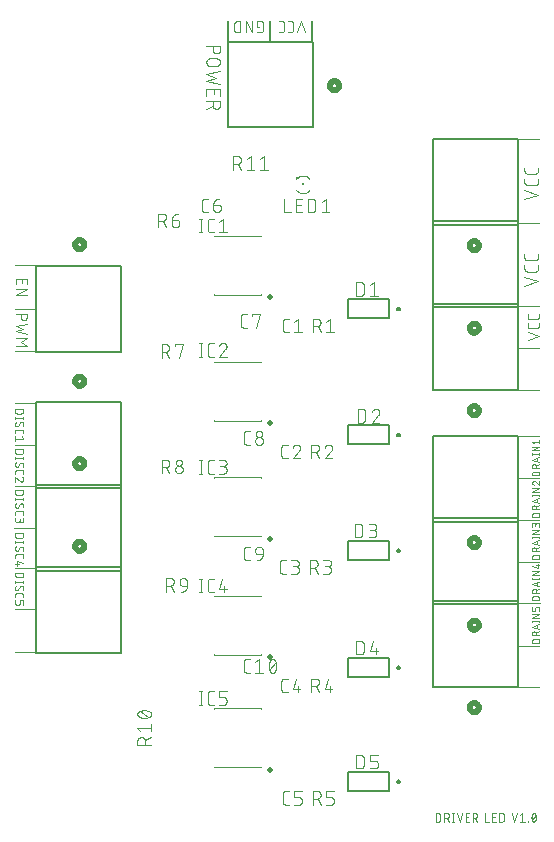
<source format=gbr>
G04 EAGLE Gerber RS-274X export*
G75*
%MOMM*%
%FSLAX34Y34*%
%LPD*%
%INSilkscreen Top*%
%IPPOS*%
%AMOC8*
5,1,8,0,0,1.08239X$1,22.5*%
G01*
%ADD10C,0.101600*%
%ADD11C,0.076200*%
%ADD12C,0.050800*%
%ADD13C,0.152400*%
%ADD14C,0.500000*%
%ADD15C,0.120000*%
%ADD16R,0.200000X0.200000*%
%ADD17R,0.150000X0.250000*%
%ADD18C,0.508000*%
%ADD19C,0.127000*%
%ADD20C,0.200000*%


D10*
X27940Y408940D02*
X10160Y408940D01*
X10160Y481330D02*
X27940Y481330D01*
X27940Y444500D02*
X10160Y444500D01*
D11*
X10541Y465342D02*
X10541Y469519D01*
X19939Y469519D01*
X19939Y465342D01*
X15762Y466386D02*
X15762Y469519D01*
X19939Y461612D02*
X10541Y461612D01*
X10541Y456391D02*
X19939Y461612D01*
X19939Y456391D02*
X10541Y456391D01*
X10541Y440309D02*
X19939Y440309D01*
X19939Y437698D01*
X19937Y437597D01*
X19931Y437496D01*
X19921Y437395D01*
X19908Y437295D01*
X19890Y437195D01*
X19869Y437096D01*
X19843Y436998D01*
X19814Y436901D01*
X19782Y436805D01*
X19745Y436711D01*
X19705Y436618D01*
X19661Y436526D01*
X19614Y436437D01*
X19563Y436349D01*
X19509Y436263D01*
X19452Y436180D01*
X19392Y436098D01*
X19328Y436020D01*
X19262Y435943D01*
X19192Y435870D01*
X19120Y435799D01*
X19045Y435731D01*
X18967Y435666D01*
X18887Y435604D01*
X18805Y435545D01*
X18720Y435489D01*
X18633Y435437D01*
X18545Y435388D01*
X18454Y435342D01*
X18362Y435301D01*
X18268Y435262D01*
X18173Y435228D01*
X18077Y435197D01*
X17979Y435170D01*
X17881Y435146D01*
X17781Y435127D01*
X17681Y435111D01*
X17581Y435099D01*
X17480Y435091D01*
X17379Y435087D01*
X17277Y435087D01*
X17176Y435091D01*
X17075Y435099D01*
X16975Y435111D01*
X16875Y435127D01*
X16775Y435146D01*
X16677Y435170D01*
X16579Y435197D01*
X16483Y435228D01*
X16388Y435262D01*
X16294Y435301D01*
X16202Y435342D01*
X16111Y435388D01*
X16022Y435437D01*
X15936Y435489D01*
X15851Y435545D01*
X15769Y435604D01*
X15689Y435666D01*
X15611Y435731D01*
X15536Y435799D01*
X15464Y435870D01*
X15394Y435943D01*
X15328Y436020D01*
X15264Y436098D01*
X15204Y436180D01*
X15147Y436263D01*
X15093Y436349D01*
X15042Y436437D01*
X14995Y436526D01*
X14951Y436618D01*
X14911Y436711D01*
X14874Y436805D01*
X14842Y436901D01*
X14813Y436998D01*
X14787Y437096D01*
X14766Y437195D01*
X14748Y437295D01*
X14735Y437395D01*
X14725Y437496D01*
X14719Y437597D01*
X14717Y437698D01*
X14718Y437698D02*
X14718Y440309D01*
X19939Y431948D02*
X10541Y429860D01*
X16806Y427771D01*
X10541Y425683D01*
X19939Y423594D01*
X19939Y419626D02*
X10541Y419626D01*
X14718Y416494D02*
X19939Y419626D01*
X14718Y416494D02*
X19939Y413361D01*
X10541Y413361D01*
D10*
X10160Y364490D02*
X27940Y364490D01*
X27940Y294640D02*
X10160Y294640D01*
X10160Y224790D02*
X27940Y224790D01*
X27940Y153670D02*
X10160Y153670D01*
X10160Y328930D02*
X27940Y328930D01*
X26670Y259080D02*
X8890Y259080D01*
X10160Y190500D02*
X27940Y190500D01*
D12*
X17018Y359918D02*
X9906Y359918D01*
X17018Y359918D02*
X17018Y357942D01*
X17016Y357856D01*
X17010Y357770D01*
X17001Y357684D01*
X16988Y357599D01*
X16971Y357514D01*
X16951Y357431D01*
X16927Y357348D01*
X16899Y357266D01*
X16868Y357186D01*
X16833Y357107D01*
X16795Y357030D01*
X16753Y356954D01*
X16709Y356880D01*
X16661Y356809D01*
X16610Y356739D01*
X16556Y356672D01*
X16499Y356607D01*
X16439Y356545D01*
X16377Y356485D01*
X16312Y356428D01*
X16245Y356374D01*
X16175Y356323D01*
X16104Y356275D01*
X16030Y356231D01*
X15954Y356189D01*
X15877Y356151D01*
X15798Y356116D01*
X15718Y356085D01*
X15636Y356057D01*
X15553Y356033D01*
X15470Y356013D01*
X15385Y355996D01*
X15300Y355983D01*
X15214Y355974D01*
X15128Y355968D01*
X15042Y355966D01*
X15042Y355967D02*
X11882Y355967D01*
X11882Y355966D02*
X11796Y355968D01*
X11710Y355974D01*
X11624Y355983D01*
X11539Y355996D01*
X11454Y356013D01*
X11371Y356033D01*
X11288Y356057D01*
X11206Y356085D01*
X11126Y356116D01*
X11047Y356151D01*
X10970Y356189D01*
X10894Y356231D01*
X10820Y356275D01*
X10749Y356323D01*
X10679Y356374D01*
X10612Y356428D01*
X10547Y356485D01*
X10485Y356545D01*
X10425Y356607D01*
X10368Y356672D01*
X10314Y356739D01*
X10263Y356809D01*
X10215Y356880D01*
X10171Y356954D01*
X10129Y357030D01*
X10091Y357107D01*
X10056Y357186D01*
X10025Y357266D01*
X9997Y357348D01*
X9973Y357431D01*
X9953Y357514D01*
X9936Y357599D01*
X9923Y357684D01*
X9914Y357770D01*
X9908Y357856D01*
X9906Y357942D01*
X9906Y359918D01*
X9906Y352228D02*
X17018Y352228D01*
X9906Y353018D02*
X9906Y351437D01*
X17018Y351437D02*
X17018Y353018D01*
X9906Y346575D02*
X9908Y346497D01*
X9914Y346420D01*
X9923Y346343D01*
X9936Y346267D01*
X9953Y346191D01*
X9974Y346116D01*
X9998Y346043D01*
X10026Y345970D01*
X10058Y345899D01*
X10093Y345830D01*
X10131Y345763D01*
X10172Y345697D01*
X10217Y345634D01*
X10265Y345573D01*
X10315Y345514D01*
X10369Y345458D01*
X10425Y345404D01*
X10484Y345354D01*
X10545Y345306D01*
X10608Y345261D01*
X10674Y345220D01*
X10741Y345182D01*
X10810Y345147D01*
X10881Y345115D01*
X10954Y345087D01*
X11027Y345063D01*
X11102Y345042D01*
X11178Y345025D01*
X11254Y345012D01*
X11331Y345003D01*
X11408Y344997D01*
X11486Y344995D01*
X9906Y346575D02*
X9908Y346690D01*
X9914Y346804D01*
X9924Y346918D01*
X9937Y347032D01*
X9955Y347145D01*
X9977Y347258D01*
X10002Y347370D01*
X10031Y347481D01*
X10064Y347590D01*
X10101Y347699D01*
X10141Y347806D01*
X10185Y347912D01*
X10233Y348016D01*
X10284Y348119D01*
X10339Y348219D01*
X10397Y348318D01*
X10459Y348415D01*
X10523Y348509D01*
X10591Y348602D01*
X10663Y348692D01*
X10737Y348779D01*
X10814Y348864D01*
X10894Y348946D01*
X15438Y348747D02*
X15516Y348745D01*
X15593Y348739D01*
X15670Y348730D01*
X15746Y348717D01*
X15822Y348700D01*
X15897Y348679D01*
X15970Y348655D01*
X16043Y348627D01*
X16114Y348595D01*
X16183Y348560D01*
X16250Y348522D01*
X16316Y348481D01*
X16379Y348436D01*
X16440Y348388D01*
X16499Y348338D01*
X16555Y348284D01*
X16609Y348228D01*
X16659Y348169D01*
X16707Y348108D01*
X16752Y348045D01*
X16793Y347979D01*
X16831Y347912D01*
X16866Y347843D01*
X16898Y347772D01*
X16926Y347699D01*
X16950Y347626D01*
X16971Y347551D01*
X16988Y347475D01*
X17001Y347399D01*
X17010Y347322D01*
X17016Y347245D01*
X17018Y347167D01*
X17016Y347061D01*
X17010Y346955D01*
X17001Y346850D01*
X16988Y346745D01*
X16971Y346640D01*
X16950Y346536D01*
X16926Y346433D01*
X16898Y346331D01*
X16866Y346230D01*
X16831Y346130D01*
X16792Y346032D01*
X16749Y345934D01*
X16704Y345839D01*
X16655Y345745D01*
X16602Y345653D01*
X16546Y345563D01*
X16487Y345475D01*
X16425Y345389D01*
X14055Y347958D02*
X14097Y348025D01*
X14142Y348090D01*
X14191Y348153D01*
X14242Y348214D01*
X14297Y348271D01*
X14354Y348326D01*
X14414Y348379D01*
X14476Y348428D01*
X14541Y348474D01*
X14607Y348516D01*
X14676Y348556D01*
X14747Y348592D01*
X14820Y348624D01*
X14894Y348653D01*
X14969Y348678D01*
X15045Y348699D01*
X15123Y348717D01*
X15201Y348730D01*
X15280Y348740D01*
X15359Y348746D01*
X15438Y348748D01*
X12869Y345784D02*
X12827Y345717D01*
X12782Y345652D01*
X12733Y345589D01*
X12682Y345528D01*
X12627Y345471D01*
X12570Y345416D01*
X12510Y345363D01*
X12448Y345314D01*
X12383Y345268D01*
X12317Y345226D01*
X12248Y345186D01*
X12177Y345150D01*
X12104Y345118D01*
X12030Y345089D01*
X11955Y345064D01*
X11879Y345043D01*
X11801Y345025D01*
X11723Y345012D01*
X11644Y345002D01*
X11565Y344996D01*
X11486Y344994D01*
X12869Y345784D02*
X14055Y347958D01*
X9906Y340754D02*
X9906Y339173D01*
X9906Y340754D02*
X9908Y340832D01*
X9914Y340909D01*
X9923Y340986D01*
X9936Y341062D01*
X9953Y341138D01*
X9974Y341213D01*
X9998Y341286D01*
X10026Y341359D01*
X10058Y341430D01*
X10093Y341499D01*
X10131Y341566D01*
X10172Y341632D01*
X10217Y341695D01*
X10265Y341756D01*
X10315Y341815D01*
X10369Y341871D01*
X10425Y341925D01*
X10484Y341975D01*
X10545Y342023D01*
X10608Y342068D01*
X10674Y342109D01*
X10741Y342147D01*
X10810Y342182D01*
X10881Y342214D01*
X10954Y342242D01*
X11027Y342266D01*
X11102Y342287D01*
X11178Y342304D01*
X11254Y342317D01*
X11331Y342326D01*
X11408Y342332D01*
X11486Y342334D01*
X15438Y342334D01*
X15516Y342332D01*
X15593Y342326D01*
X15670Y342317D01*
X15746Y342304D01*
X15822Y342287D01*
X15897Y342266D01*
X15970Y342242D01*
X16043Y342214D01*
X16114Y342182D01*
X16183Y342147D01*
X16250Y342109D01*
X16316Y342068D01*
X16379Y342023D01*
X16440Y341975D01*
X16499Y341925D01*
X16555Y341871D01*
X16609Y341815D01*
X16659Y341756D01*
X16707Y341695D01*
X16752Y341632D01*
X16793Y341566D01*
X16831Y341499D01*
X16866Y341430D01*
X16898Y341359D01*
X16926Y341286D01*
X16950Y341213D01*
X16971Y341138D01*
X16988Y341062D01*
X17001Y340986D01*
X17010Y340909D01*
X17016Y340832D01*
X17018Y340754D01*
X17018Y339173D01*
X15438Y336601D02*
X17018Y334625D01*
X9906Y334625D01*
X9906Y332650D02*
X9906Y336601D01*
X9906Y325628D02*
X17018Y325628D01*
X17018Y323652D01*
X17016Y323566D01*
X17010Y323480D01*
X17001Y323394D01*
X16988Y323309D01*
X16971Y323224D01*
X16951Y323141D01*
X16927Y323058D01*
X16899Y322976D01*
X16868Y322896D01*
X16833Y322817D01*
X16795Y322740D01*
X16753Y322664D01*
X16709Y322590D01*
X16661Y322519D01*
X16610Y322449D01*
X16556Y322382D01*
X16499Y322317D01*
X16439Y322255D01*
X16377Y322195D01*
X16312Y322138D01*
X16245Y322084D01*
X16175Y322033D01*
X16104Y321985D01*
X16030Y321941D01*
X15954Y321899D01*
X15877Y321861D01*
X15798Y321826D01*
X15718Y321795D01*
X15636Y321767D01*
X15553Y321743D01*
X15470Y321723D01*
X15385Y321706D01*
X15300Y321693D01*
X15214Y321684D01*
X15128Y321678D01*
X15042Y321676D01*
X15042Y321677D02*
X11882Y321677D01*
X11882Y321676D02*
X11796Y321678D01*
X11710Y321684D01*
X11624Y321693D01*
X11539Y321706D01*
X11454Y321723D01*
X11371Y321743D01*
X11288Y321767D01*
X11206Y321795D01*
X11126Y321826D01*
X11047Y321861D01*
X10970Y321899D01*
X10894Y321941D01*
X10820Y321985D01*
X10749Y322033D01*
X10679Y322084D01*
X10612Y322138D01*
X10547Y322195D01*
X10485Y322255D01*
X10425Y322317D01*
X10368Y322382D01*
X10314Y322449D01*
X10263Y322519D01*
X10215Y322590D01*
X10171Y322664D01*
X10129Y322740D01*
X10091Y322817D01*
X10056Y322896D01*
X10025Y322976D01*
X9997Y323058D01*
X9973Y323141D01*
X9953Y323224D01*
X9936Y323309D01*
X9923Y323394D01*
X9914Y323480D01*
X9908Y323566D01*
X9906Y323652D01*
X9906Y325628D01*
X9906Y317938D02*
X17018Y317938D01*
X9906Y318728D02*
X9906Y317147D01*
X17018Y317147D02*
X17018Y318728D01*
X9906Y312285D02*
X9908Y312207D01*
X9914Y312130D01*
X9923Y312053D01*
X9936Y311977D01*
X9953Y311901D01*
X9974Y311826D01*
X9998Y311753D01*
X10026Y311680D01*
X10058Y311609D01*
X10093Y311540D01*
X10131Y311473D01*
X10172Y311407D01*
X10217Y311344D01*
X10265Y311283D01*
X10315Y311224D01*
X10369Y311168D01*
X10425Y311114D01*
X10484Y311064D01*
X10545Y311016D01*
X10608Y310971D01*
X10674Y310930D01*
X10741Y310892D01*
X10810Y310857D01*
X10881Y310825D01*
X10954Y310797D01*
X11027Y310773D01*
X11102Y310752D01*
X11178Y310735D01*
X11254Y310722D01*
X11331Y310713D01*
X11408Y310707D01*
X11486Y310705D01*
X9906Y312285D02*
X9908Y312400D01*
X9914Y312514D01*
X9924Y312628D01*
X9937Y312742D01*
X9955Y312855D01*
X9977Y312968D01*
X10002Y313080D01*
X10031Y313191D01*
X10064Y313300D01*
X10101Y313409D01*
X10141Y313516D01*
X10185Y313622D01*
X10233Y313726D01*
X10284Y313829D01*
X10339Y313929D01*
X10397Y314028D01*
X10459Y314125D01*
X10523Y314219D01*
X10591Y314312D01*
X10663Y314402D01*
X10737Y314489D01*
X10814Y314574D01*
X10894Y314656D01*
X15438Y314457D02*
X15516Y314455D01*
X15593Y314449D01*
X15670Y314440D01*
X15746Y314427D01*
X15822Y314410D01*
X15897Y314389D01*
X15970Y314365D01*
X16043Y314337D01*
X16114Y314305D01*
X16183Y314270D01*
X16250Y314232D01*
X16316Y314191D01*
X16379Y314146D01*
X16440Y314098D01*
X16499Y314048D01*
X16555Y313994D01*
X16609Y313938D01*
X16659Y313879D01*
X16707Y313818D01*
X16752Y313755D01*
X16793Y313689D01*
X16831Y313622D01*
X16866Y313553D01*
X16898Y313482D01*
X16926Y313409D01*
X16950Y313336D01*
X16971Y313261D01*
X16988Y313185D01*
X17001Y313109D01*
X17010Y313032D01*
X17016Y312955D01*
X17018Y312877D01*
X17016Y312771D01*
X17010Y312665D01*
X17001Y312560D01*
X16988Y312455D01*
X16971Y312350D01*
X16950Y312246D01*
X16926Y312143D01*
X16898Y312041D01*
X16866Y311940D01*
X16831Y311840D01*
X16792Y311742D01*
X16749Y311644D01*
X16704Y311549D01*
X16655Y311455D01*
X16602Y311363D01*
X16546Y311273D01*
X16487Y311185D01*
X16425Y311099D01*
X14055Y313668D02*
X14097Y313735D01*
X14142Y313800D01*
X14191Y313863D01*
X14242Y313924D01*
X14297Y313981D01*
X14354Y314036D01*
X14414Y314089D01*
X14476Y314138D01*
X14541Y314184D01*
X14607Y314226D01*
X14676Y314266D01*
X14747Y314302D01*
X14820Y314334D01*
X14894Y314363D01*
X14969Y314388D01*
X15045Y314409D01*
X15123Y314427D01*
X15201Y314440D01*
X15280Y314450D01*
X15359Y314456D01*
X15438Y314458D01*
X12869Y311494D02*
X12827Y311427D01*
X12782Y311362D01*
X12733Y311299D01*
X12682Y311238D01*
X12627Y311181D01*
X12570Y311126D01*
X12510Y311073D01*
X12448Y311024D01*
X12383Y310978D01*
X12317Y310936D01*
X12248Y310896D01*
X12177Y310860D01*
X12104Y310828D01*
X12030Y310799D01*
X11955Y310774D01*
X11879Y310753D01*
X11801Y310735D01*
X11723Y310722D01*
X11644Y310712D01*
X11565Y310706D01*
X11486Y310704D01*
X12869Y311494D02*
X14055Y313668D01*
X9906Y306464D02*
X9906Y304883D01*
X9906Y306464D02*
X9908Y306542D01*
X9914Y306619D01*
X9923Y306696D01*
X9936Y306772D01*
X9953Y306848D01*
X9974Y306923D01*
X9998Y306996D01*
X10026Y307069D01*
X10058Y307140D01*
X10093Y307209D01*
X10131Y307276D01*
X10172Y307342D01*
X10217Y307405D01*
X10265Y307466D01*
X10315Y307525D01*
X10369Y307581D01*
X10425Y307635D01*
X10484Y307685D01*
X10545Y307733D01*
X10608Y307778D01*
X10674Y307819D01*
X10741Y307857D01*
X10810Y307892D01*
X10881Y307924D01*
X10954Y307952D01*
X11027Y307976D01*
X11102Y307997D01*
X11178Y308014D01*
X11254Y308027D01*
X11331Y308036D01*
X11408Y308042D01*
X11486Y308044D01*
X15438Y308044D01*
X15516Y308042D01*
X15593Y308036D01*
X15670Y308027D01*
X15746Y308014D01*
X15822Y307997D01*
X15897Y307976D01*
X15970Y307952D01*
X16043Y307924D01*
X16114Y307892D01*
X16183Y307857D01*
X16250Y307819D01*
X16316Y307778D01*
X16379Y307733D01*
X16440Y307685D01*
X16499Y307635D01*
X16555Y307581D01*
X16609Y307525D01*
X16659Y307466D01*
X16707Y307405D01*
X16752Y307342D01*
X16793Y307276D01*
X16831Y307209D01*
X16866Y307140D01*
X16898Y307069D01*
X16926Y306996D01*
X16950Y306923D01*
X16971Y306848D01*
X16988Y306772D01*
X17001Y306696D01*
X17010Y306619D01*
X17016Y306542D01*
X17018Y306464D01*
X17018Y304883D01*
X17018Y300138D02*
X17016Y300056D01*
X17010Y299974D01*
X17001Y299892D01*
X16988Y299811D01*
X16971Y299731D01*
X16950Y299651D01*
X16926Y299573D01*
X16898Y299496D01*
X16867Y299420D01*
X16832Y299345D01*
X16793Y299273D01*
X16752Y299202D01*
X16707Y299133D01*
X16659Y299067D01*
X16608Y299002D01*
X16554Y298940D01*
X16497Y298881D01*
X16438Y298824D01*
X16376Y298770D01*
X16311Y298719D01*
X16245Y298671D01*
X16176Y298626D01*
X16105Y298585D01*
X16033Y298546D01*
X15958Y298511D01*
X15882Y298480D01*
X15805Y298452D01*
X15727Y298428D01*
X15647Y298407D01*
X15567Y298390D01*
X15486Y298377D01*
X15404Y298368D01*
X15322Y298362D01*
X15240Y298360D01*
X17018Y300138D02*
X17016Y300231D01*
X17010Y300323D01*
X17001Y300415D01*
X16988Y300507D01*
X16971Y300598D01*
X16951Y300688D01*
X16927Y300778D01*
X16899Y300866D01*
X16867Y300954D01*
X16833Y301039D01*
X16794Y301124D01*
X16753Y301206D01*
X16708Y301287D01*
X16659Y301367D01*
X16608Y301444D01*
X16554Y301519D01*
X16496Y301591D01*
X16436Y301662D01*
X16372Y301729D01*
X16307Y301794D01*
X16238Y301857D01*
X16167Y301916D01*
X16094Y301973D01*
X16018Y302027D01*
X15941Y302077D01*
X15861Y302125D01*
X15779Y302169D01*
X15696Y302209D01*
X15611Y302247D01*
X15525Y302281D01*
X15438Y302311D01*
X13857Y298953D02*
X13918Y298892D01*
X13981Y298834D01*
X14047Y298779D01*
X14115Y298726D01*
X14186Y298677D01*
X14258Y298632D01*
X14333Y298589D01*
X14409Y298550D01*
X14488Y298514D01*
X14567Y298482D01*
X14648Y298454D01*
X14731Y298429D01*
X14814Y298408D01*
X14898Y298391D01*
X14983Y298377D01*
X15068Y298368D01*
X15154Y298362D01*
X15240Y298360D01*
X13857Y298953D02*
X9906Y302311D01*
X9906Y298360D01*
X9906Y291084D02*
X17018Y291084D01*
X17018Y289108D01*
X17016Y289022D01*
X17010Y288936D01*
X17001Y288850D01*
X16988Y288765D01*
X16971Y288680D01*
X16951Y288597D01*
X16927Y288514D01*
X16899Y288432D01*
X16868Y288352D01*
X16833Y288273D01*
X16795Y288196D01*
X16753Y288120D01*
X16709Y288046D01*
X16661Y287975D01*
X16610Y287905D01*
X16556Y287838D01*
X16499Y287773D01*
X16439Y287711D01*
X16377Y287651D01*
X16312Y287594D01*
X16245Y287540D01*
X16175Y287489D01*
X16104Y287441D01*
X16030Y287397D01*
X15954Y287355D01*
X15877Y287317D01*
X15798Y287282D01*
X15718Y287251D01*
X15636Y287223D01*
X15553Y287199D01*
X15470Y287179D01*
X15385Y287162D01*
X15300Y287149D01*
X15214Y287140D01*
X15128Y287134D01*
X15042Y287132D01*
X15042Y287133D02*
X11882Y287133D01*
X11882Y287132D02*
X11796Y287134D01*
X11710Y287140D01*
X11624Y287149D01*
X11539Y287162D01*
X11454Y287179D01*
X11371Y287199D01*
X11288Y287223D01*
X11206Y287251D01*
X11126Y287282D01*
X11047Y287317D01*
X10970Y287355D01*
X10894Y287397D01*
X10820Y287441D01*
X10749Y287489D01*
X10679Y287540D01*
X10612Y287594D01*
X10547Y287651D01*
X10485Y287711D01*
X10425Y287773D01*
X10368Y287838D01*
X10314Y287905D01*
X10263Y287975D01*
X10215Y288046D01*
X10171Y288120D01*
X10129Y288196D01*
X10091Y288273D01*
X10056Y288352D01*
X10025Y288432D01*
X9997Y288514D01*
X9973Y288597D01*
X9953Y288680D01*
X9936Y288765D01*
X9923Y288850D01*
X9914Y288936D01*
X9908Y289022D01*
X9906Y289108D01*
X9906Y291084D01*
X9906Y283394D02*
X17018Y283394D01*
X9906Y284184D02*
X9906Y282603D01*
X17018Y282603D02*
X17018Y284184D01*
X9906Y277741D02*
X9908Y277663D01*
X9914Y277586D01*
X9923Y277509D01*
X9936Y277433D01*
X9953Y277357D01*
X9974Y277282D01*
X9998Y277209D01*
X10026Y277136D01*
X10058Y277065D01*
X10093Y276996D01*
X10131Y276929D01*
X10172Y276863D01*
X10217Y276800D01*
X10265Y276739D01*
X10315Y276680D01*
X10369Y276624D01*
X10425Y276570D01*
X10484Y276520D01*
X10545Y276472D01*
X10608Y276427D01*
X10674Y276386D01*
X10741Y276348D01*
X10810Y276313D01*
X10881Y276281D01*
X10954Y276253D01*
X11027Y276229D01*
X11102Y276208D01*
X11178Y276191D01*
X11254Y276178D01*
X11331Y276169D01*
X11408Y276163D01*
X11486Y276161D01*
X9906Y277741D02*
X9908Y277856D01*
X9914Y277970D01*
X9924Y278084D01*
X9937Y278198D01*
X9955Y278311D01*
X9977Y278424D01*
X10002Y278536D01*
X10031Y278647D01*
X10064Y278756D01*
X10101Y278865D01*
X10141Y278972D01*
X10185Y279078D01*
X10233Y279182D01*
X10284Y279285D01*
X10339Y279385D01*
X10397Y279484D01*
X10459Y279581D01*
X10523Y279675D01*
X10591Y279768D01*
X10663Y279858D01*
X10737Y279945D01*
X10814Y280030D01*
X10894Y280112D01*
X15438Y279913D02*
X15516Y279911D01*
X15593Y279905D01*
X15670Y279896D01*
X15746Y279883D01*
X15822Y279866D01*
X15897Y279845D01*
X15970Y279821D01*
X16043Y279793D01*
X16114Y279761D01*
X16183Y279726D01*
X16250Y279688D01*
X16316Y279647D01*
X16379Y279602D01*
X16440Y279554D01*
X16499Y279504D01*
X16555Y279450D01*
X16609Y279394D01*
X16659Y279335D01*
X16707Y279274D01*
X16752Y279211D01*
X16793Y279145D01*
X16831Y279078D01*
X16866Y279009D01*
X16898Y278938D01*
X16926Y278865D01*
X16950Y278792D01*
X16971Y278717D01*
X16988Y278641D01*
X17001Y278565D01*
X17010Y278488D01*
X17016Y278411D01*
X17018Y278333D01*
X17016Y278227D01*
X17010Y278121D01*
X17001Y278016D01*
X16988Y277911D01*
X16971Y277806D01*
X16950Y277702D01*
X16926Y277599D01*
X16898Y277497D01*
X16866Y277396D01*
X16831Y277296D01*
X16792Y277198D01*
X16749Y277100D01*
X16704Y277005D01*
X16655Y276911D01*
X16602Y276819D01*
X16546Y276729D01*
X16487Y276641D01*
X16425Y276555D01*
X14055Y279124D02*
X14097Y279191D01*
X14142Y279256D01*
X14191Y279319D01*
X14242Y279380D01*
X14297Y279437D01*
X14354Y279492D01*
X14414Y279545D01*
X14476Y279594D01*
X14541Y279640D01*
X14607Y279682D01*
X14676Y279722D01*
X14747Y279758D01*
X14820Y279790D01*
X14894Y279819D01*
X14969Y279844D01*
X15045Y279865D01*
X15123Y279883D01*
X15201Y279896D01*
X15280Y279906D01*
X15359Y279912D01*
X15438Y279914D01*
X12869Y276950D02*
X12827Y276883D01*
X12782Y276818D01*
X12733Y276755D01*
X12682Y276694D01*
X12627Y276637D01*
X12570Y276582D01*
X12510Y276529D01*
X12448Y276480D01*
X12383Y276434D01*
X12317Y276392D01*
X12248Y276352D01*
X12177Y276316D01*
X12104Y276284D01*
X12030Y276255D01*
X11955Y276230D01*
X11879Y276209D01*
X11801Y276191D01*
X11723Y276178D01*
X11644Y276168D01*
X11565Y276162D01*
X11486Y276160D01*
X12869Y276950D02*
X14055Y279124D01*
X9906Y271920D02*
X9906Y270339D01*
X9906Y271920D02*
X9908Y271998D01*
X9914Y272075D01*
X9923Y272152D01*
X9936Y272228D01*
X9953Y272304D01*
X9974Y272379D01*
X9998Y272452D01*
X10026Y272525D01*
X10058Y272596D01*
X10093Y272665D01*
X10131Y272732D01*
X10172Y272798D01*
X10217Y272861D01*
X10265Y272922D01*
X10315Y272981D01*
X10369Y273037D01*
X10425Y273091D01*
X10484Y273141D01*
X10545Y273189D01*
X10608Y273234D01*
X10674Y273275D01*
X10741Y273313D01*
X10810Y273348D01*
X10881Y273380D01*
X10954Y273408D01*
X11027Y273432D01*
X11102Y273453D01*
X11178Y273470D01*
X11254Y273483D01*
X11331Y273492D01*
X11408Y273498D01*
X11486Y273500D01*
X15438Y273500D01*
X15516Y273498D01*
X15593Y273492D01*
X15670Y273483D01*
X15746Y273470D01*
X15822Y273453D01*
X15897Y273432D01*
X15970Y273408D01*
X16043Y273380D01*
X16114Y273348D01*
X16183Y273313D01*
X16250Y273275D01*
X16316Y273234D01*
X16379Y273189D01*
X16440Y273141D01*
X16499Y273091D01*
X16555Y273037D01*
X16609Y272981D01*
X16659Y272922D01*
X16707Y272861D01*
X16752Y272798D01*
X16793Y272732D01*
X16831Y272665D01*
X16866Y272596D01*
X16898Y272525D01*
X16926Y272452D01*
X16950Y272379D01*
X16971Y272304D01*
X16988Y272228D01*
X17001Y272152D01*
X17010Y272075D01*
X17016Y271998D01*
X17018Y271920D01*
X17018Y270339D01*
X9906Y267767D02*
X9906Y265791D01*
X9908Y265704D01*
X9914Y265616D01*
X9923Y265529D01*
X9937Y265443D01*
X9954Y265357D01*
X9975Y265273D01*
X10000Y265189D01*
X10029Y265106D01*
X10061Y265025D01*
X10096Y264945D01*
X10135Y264867D01*
X10178Y264790D01*
X10224Y264716D01*
X10273Y264644D01*
X10325Y264574D01*
X10381Y264506D01*
X10439Y264441D01*
X10500Y264378D01*
X10564Y264319D01*
X10631Y264262D01*
X10699Y264208D01*
X10771Y264157D01*
X10844Y264110D01*
X10919Y264065D01*
X10997Y264024D01*
X11076Y263987D01*
X11156Y263953D01*
X11238Y263923D01*
X11321Y263896D01*
X11406Y263873D01*
X11491Y263854D01*
X11577Y263839D01*
X11664Y263827D01*
X11751Y263819D01*
X11838Y263815D01*
X11926Y263815D01*
X12013Y263819D01*
X12100Y263827D01*
X12187Y263839D01*
X12273Y263854D01*
X12358Y263873D01*
X12443Y263896D01*
X12526Y263923D01*
X12608Y263953D01*
X12688Y263987D01*
X12767Y264024D01*
X12845Y264065D01*
X12920Y264110D01*
X12993Y264157D01*
X13065Y264208D01*
X13133Y264262D01*
X13200Y264319D01*
X13264Y264378D01*
X13325Y264441D01*
X13383Y264506D01*
X13439Y264574D01*
X13491Y264644D01*
X13540Y264716D01*
X13586Y264790D01*
X13629Y264867D01*
X13668Y264945D01*
X13703Y265025D01*
X13735Y265106D01*
X13764Y265189D01*
X13789Y265273D01*
X13810Y265357D01*
X13827Y265443D01*
X13841Y265529D01*
X13850Y265616D01*
X13856Y265704D01*
X13858Y265791D01*
X17018Y265396D02*
X17018Y267767D01*
X17018Y265396D02*
X17016Y265317D01*
X17010Y265239D01*
X17000Y265161D01*
X16987Y265083D01*
X16969Y265006D01*
X16948Y264930D01*
X16923Y264856D01*
X16894Y264782D01*
X16862Y264710D01*
X16826Y264640D01*
X16786Y264572D01*
X16743Y264506D01*
X16697Y264442D01*
X16648Y264380D01*
X16596Y264321D01*
X16541Y264265D01*
X16483Y264211D01*
X16423Y264161D01*
X16360Y264113D01*
X16295Y264069D01*
X16228Y264028D01*
X16159Y263990D01*
X16088Y263956D01*
X16015Y263925D01*
X15941Y263898D01*
X15866Y263875D01*
X15790Y263856D01*
X15712Y263840D01*
X15634Y263828D01*
X15556Y263820D01*
X15477Y263816D01*
X15399Y263816D01*
X15320Y263820D01*
X15242Y263828D01*
X15164Y263840D01*
X15086Y263856D01*
X15010Y263875D01*
X14935Y263898D01*
X14861Y263925D01*
X14788Y263956D01*
X14717Y263990D01*
X14648Y264028D01*
X14581Y264069D01*
X14516Y264113D01*
X14453Y264161D01*
X14393Y264211D01*
X14335Y264265D01*
X14280Y264321D01*
X14228Y264380D01*
X14179Y264442D01*
X14133Y264506D01*
X14090Y264572D01*
X14050Y264640D01*
X14014Y264710D01*
X13982Y264782D01*
X13953Y264856D01*
X13928Y264930D01*
X13907Y265006D01*
X13889Y265083D01*
X13876Y265161D01*
X13866Y265239D01*
X13860Y265317D01*
X13858Y265396D01*
X13857Y265396D02*
X13857Y266977D01*
X17018Y254508D02*
X9906Y254508D01*
X17018Y254508D02*
X17018Y252532D01*
X17016Y252446D01*
X17010Y252360D01*
X17001Y252274D01*
X16988Y252189D01*
X16971Y252104D01*
X16951Y252021D01*
X16927Y251938D01*
X16899Y251856D01*
X16868Y251776D01*
X16833Y251697D01*
X16795Y251620D01*
X16753Y251544D01*
X16709Y251470D01*
X16661Y251399D01*
X16610Y251329D01*
X16556Y251262D01*
X16499Y251197D01*
X16439Y251135D01*
X16377Y251075D01*
X16312Y251018D01*
X16245Y250964D01*
X16175Y250913D01*
X16104Y250865D01*
X16030Y250821D01*
X15954Y250779D01*
X15877Y250741D01*
X15798Y250706D01*
X15718Y250675D01*
X15636Y250647D01*
X15553Y250623D01*
X15470Y250603D01*
X15385Y250586D01*
X15300Y250573D01*
X15214Y250564D01*
X15128Y250558D01*
X15042Y250556D01*
X15042Y250557D02*
X11882Y250557D01*
X11882Y250556D02*
X11796Y250558D01*
X11710Y250564D01*
X11624Y250573D01*
X11539Y250586D01*
X11454Y250603D01*
X11371Y250623D01*
X11288Y250647D01*
X11206Y250675D01*
X11126Y250706D01*
X11047Y250741D01*
X10970Y250779D01*
X10894Y250821D01*
X10820Y250865D01*
X10749Y250913D01*
X10679Y250964D01*
X10612Y251018D01*
X10547Y251075D01*
X10485Y251135D01*
X10425Y251197D01*
X10368Y251262D01*
X10314Y251329D01*
X10263Y251399D01*
X10215Y251470D01*
X10171Y251544D01*
X10129Y251620D01*
X10091Y251697D01*
X10056Y251776D01*
X10025Y251856D01*
X9997Y251938D01*
X9973Y252021D01*
X9953Y252104D01*
X9936Y252189D01*
X9923Y252274D01*
X9914Y252360D01*
X9908Y252446D01*
X9906Y252532D01*
X9906Y254508D01*
X9906Y246818D02*
X17018Y246818D01*
X9906Y247608D02*
X9906Y246027D01*
X17018Y246027D02*
X17018Y247608D01*
X9906Y241165D02*
X9908Y241087D01*
X9914Y241010D01*
X9923Y240933D01*
X9936Y240857D01*
X9953Y240781D01*
X9974Y240706D01*
X9998Y240633D01*
X10026Y240560D01*
X10058Y240489D01*
X10093Y240420D01*
X10131Y240353D01*
X10172Y240287D01*
X10217Y240224D01*
X10265Y240163D01*
X10315Y240104D01*
X10369Y240048D01*
X10425Y239994D01*
X10484Y239944D01*
X10545Y239896D01*
X10608Y239851D01*
X10674Y239810D01*
X10741Y239772D01*
X10810Y239737D01*
X10881Y239705D01*
X10954Y239677D01*
X11027Y239653D01*
X11102Y239632D01*
X11178Y239615D01*
X11254Y239602D01*
X11331Y239593D01*
X11408Y239587D01*
X11486Y239585D01*
X9906Y241165D02*
X9908Y241280D01*
X9914Y241394D01*
X9924Y241508D01*
X9937Y241622D01*
X9955Y241735D01*
X9977Y241848D01*
X10002Y241960D01*
X10031Y242071D01*
X10064Y242180D01*
X10101Y242289D01*
X10141Y242396D01*
X10185Y242502D01*
X10233Y242606D01*
X10284Y242709D01*
X10339Y242809D01*
X10397Y242908D01*
X10459Y243005D01*
X10523Y243099D01*
X10591Y243192D01*
X10663Y243282D01*
X10737Y243369D01*
X10814Y243454D01*
X10894Y243536D01*
X15438Y243337D02*
X15516Y243335D01*
X15593Y243329D01*
X15670Y243320D01*
X15746Y243307D01*
X15822Y243290D01*
X15897Y243269D01*
X15970Y243245D01*
X16043Y243217D01*
X16114Y243185D01*
X16183Y243150D01*
X16250Y243112D01*
X16316Y243071D01*
X16379Y243026D01*
X16440Y242978D01*
X16499Y242928D01*
X16555Y242874D01*
X16609Y242818D01*
X16659Y242759D01*
X16707Y242698D01*
X16752Y242635D01*
X16793Y242569D01*
X16831Y242502D01*
X16866Y242433D01*
X16898Y242362D01*
X16926Y242289D01*
X16950Y242216D01*
X16971Y242141D01*
X16988Y242065D01*
X17001Y241989D01*
X17010Y241912D01*
X17016Y241835D01*
X17018Y241757D01*
X17016Y241651D01*
X17010Y241545D01*
X17001Y241440D01*
X16988Y241335D01*
X16971Y241230D01*
X16950Y241126D01*
X16926Y241023D01*
X16898Y240921D01*
X16866Y240820D01*
X16831Y240720D01*
X16792Y240622D01*
X16749Y240524D01*
X16704Y240429D01*
X16655Y240335D01*
X16602Y240243D01*
X16546Y240153D01*
X16487Y240065D01*
X16425Y239979D01*
X14055Y242548D02*
X14097Y242615D01*
X14142Y242680D01*
X14191Y242743D01*
X14242Y242804D01*
X14297Y242861D01*
X14354Y242916D01*
X14414Y242969D01*
X14476Y243018D01*
X14541Y243064D01*
X14607Y243106D01*
X14676Y243146D01*
X14747Y243182D01*
X14820Y243214D01*
X14894Y243243D01*
X14969Y243268D01*
X15045Y243289D01*
X15123Y243307D01*
X15201Y243320D01*
X15280Y243330D01*
X15359Y243336D01*
X15438Y243338D01*
X12869Y240374D02*
X12827Y240307D01*
X12782Y240242D01*
X12733Y240179D01*
X12682Y240118D01*
X12627Y240061D01*
X12570Y240006D01*
X12510Y239953D01*
X12448Y239904D01*
X12383Y239858D01*
X12317Y239816D01*
X12248Y239776D01*
X12177Y239740D01*
X12104Y239708D01*
X12030Y239679D01*
X11955Y239654D01*
X11879Y239633D01*
X11801Y239615D01*
X11723Y239602D01*
X11644Y239592D01*
X11565Y239586D01*
X11486Y239584D01*
X12869Y240374D02*
X14055Y242548D01*
X9906Y235344D02*
X9906Y233763D01*
X9906Y235344D02*
X9908Y235422D01*
X9914Y235499D01*
X9923Y235576D01*
X9936Y235652D01*
X9953Y235728D01*
X9974Y235803D01*
X9998Y235876D01*
X10026Y235949D01*
X10058Y236020D01*
X10093Y236089D01*
X10131Y236156D01*
X10172Y236222D01*
X10217Y236285D01*
X10265Y236346D01*
X10315Y236405D01*
X10369Y236461D01*
X10425Y236515D01*
X10484Y236565D01*
X10545Y236613D01*
X10608Y236658D01*
X10674Y236699D01*
X10741Y236737D01*
X10810Y236772D01*
X10881Y236804D01*
X10954Y236832D01*
X11027Y236856D01*
X11102Y236877D01*
X11178Y236894D01*
X11254Y236907D01*
X11331Y236916D01*
X11408Y236922D01*
X11486Y236924D01*
X15438Y236924D01*
X15516Y236922D01*
X15593Y236916D01*
X15670Y236907D01*
X15746Y236894D01*
X15822Y236877D01*
X15897Y236856D01*
X15970Y236832D01*
X16043Y236804D01*
X16114Y236772D01*
X16183Y236737D01*
X16250Y236699D01*
X16316Y236658D01*
X16379Y236613D01*
X16440Y236565D01*
X16499Y236515D01*
X16555Y236461D01*
X16609Y236405D01*
X16659Y236346D01*
X16707Y236285D01*
X16752Y236222D01*
X16793Y236156D01*
X16831Y236089D01*
X16866Y236020D01*
X16898Y235949D01*
X16926Y235876D01*
X16950Y235803D01*
X16971Y235728D01*
X16988Y235652D01*
X17001Y235576D01*
X17010Y235499D01*
X17016Y235422D01*
X17018Y235344D01*
X17018Y233763D01*
X17018Y229611D02*
X11486Y231191D01*
X11486Y227240D01*
X13067Y228425D02*
X9906Y228425D01*
X9906Y221234D02*
X17018Y221234D01*
X17018Y219258D01*
X17016Y219172D01*
X17010Y219086D01*
X17001Y219000D01*
X16988Y218915D01*
X16971Y218830D01*
X16951Y218747D01*
X16927Y218664D01*
X16899Y218582D01*
X16868Y218502D01*
X16833Y218423D01*
X16795Y218346D01*
X16753Y218270D01*
X16709Y218196D01*
X16661Y218125D01*
X16610Y218055D01*
X16556Y217988D01*
X16499Y217923D01*
X16439Y217861D01*
X16377Y217801D01*
X16312Y217744D01*
X16245Y217690D01*
X16175Y217639D01*
X16104Y217591D01*
X16030Y217547D01*
X15954Y217505D01*
X15877Y217467D01*
X15798Y217432D01*
X15718Y217401D01*
X15636Y217373D01*
X15553Y217349D01*
X15470Y217329D01*
X15385Y217312D01*
X15300Y217299D01*
X15214Y217290D01*
X15128Y217284D01*
X15042Y217282D01*
X15042Y217283D02*
X11882Y217283D01*
X11882Y217282D02*
X11796Y217284D01*
X11710Y217290D01*
X11624Y217299D01*
X11539Y217312D01*
X11454Y217329D01*
X11371Y217349D01*
X11288Y217373D01*
X11206Y217401D01*
X11126Y217432D01*
X11047Y217467D01*
X10970Y217505D01*
X10894Y217547D01*
X10820Y217591D01*
X10749Y217639D01*
X10679Y217690D01*
X10612Y217744D01*
X10547Y217801D01*
X10485Y217861D01*
X10425Y217923D01*
X10368Y217988D01*
X10314Y218055D01*
X10263Y218125D01*
X10215Y218196D01*
X10171Y218270D01*
X10129Y218346D01*
X10091Y218423D01*
X10056Y218502D01*
X10025Y218582D01*
X9997Y218664D01*
X9973Y218747D01*
X9953Y218830D01*
X9936Y218915D01*
X9923Y219000D01*
X9914Y219086D01*
X9908Y219172D01*
X9906Y219258D01*
X9906Y221234D01*
X9906Y213544D02*
X17018Y213544D01*
X9906Y214334D02*
X9906Y212753D01*
X17018Y212753D02*
X17018Y214334D01*
X9906Y207891D02*
X9908Y207813D01*
X9914Y207736D01*
X9923Y207659D01*
X9936Y207583D01*
X9953Y207507D01*
X9974Y207432D01*
X9998Y207359D01*
X10026Y207286D01*
X10058Y207215D01*
X10093Y207146D01*
X10131Y207079D01*
X10172Y207013D01*
X10217Y206950D01*
X10265Y206889D01*
X10315Y206830D01*
X10369Y206774D01*
X10425Y206720D01*
X10484Y206670D01*
X10545Y206622D01*
X10608Y206577D01*
X10674Y206536D01*
X10741Y206498D01*
X10810Y206463D01*
X10881Y206431D01*
X10954Y206403D01*
X11027Y206379D01*
X11102Y206358D01*
X11178Y206341D01*
X11254Y206328D01*
X11331Y206319D01*
X11408Y206313D01*
X11486Y206311D01*
X9906Y207891D02*
X9908Y208006D01*
X9914Y208120D01*
X9924Y208234D01*
X9937Y208348D01*
X9955Y208461D01*
X9977Y208574D01*
X10002Y208686D01*
X10031Y208797D01*
X10064Y208906D01*
X10101Y209015D01*
X10141Y209122D01*
X10185Y209228D01*
X10233Y209332D01*
X10284Y209435D01*
X10339Y209535D01*
X10397Y209634D01*
X10459Y209731D01*
X10523Y209825D01*
X10591Y209918D01*
X10663Y210008D01*
X10737Y210095D01*
X10814Y210180D01*
X10894Y210262D01*
X15438Y210063D02*
X15516Y210061D01*
X15593Y210055D01*
X15670Y210046D01*
X15746Y210033D01*
X15822Y210016D01*
X15897Y209995D01*
X15970Y209971D01*
X16043Y209943D01*
X16114Y209911D01*
X16183Y209876D01*
X16250Y209838D01*
X16316Y209797D01*
X16379Y209752D01*
X16440Y209704D01*
X16499Y209654D01*
X16555Y209600D01*
X16609Y209544D01*
X16659Y209485D01*
X16707Y209424D01*
X16752Y209361D01*
X16793Y209295D01*
X16831Y209228D01*
X16866Y209159D01*
X16898Y209088D01*
X16926Y209015D01*
X16950Y208942D01*
X16971Y208867D01*
X16988Y208791D01*
X17001Y208715D01*
X17010Y208638D01*
X17016Y208561D01*
X17018Y208483D01*
X17016Y208377D01*
X17010Y208271D01*
X17001Y208166D01*
X16988Y208061D01*
X16971Y207956D01*
X16950Y207852D01*
X16926Y207749D01*
X16898Y207647D01*
X16866Y207546D01*
X16831Y207446D01*
X16792Y207348D01*
X16749Y207250D01*
X16704Y207155D01*
X16655Y207061D01*
X16602Y206969D01*
X16546Y206879D01*
X16487Y206791D01*
X16425Y206705D01*
X14055Y209274D02*
X14097Y209341D01*
X14142Y209406D01*
X14191Y209469D01*
X14242Y209530D01*
X14297Y209587D01*
X14354Y209642D01*
X14414Y209695D01*
X14476Y209744D01*
X14541Y209790D01*
X14607Y209832D01*
X14676Y209872D01*
X14747Y209908D01*
X14820Y209940D01*
X14894Y209969D01*
X14969Y209994D01*
X15045Y210015D01*
X15123Y210033D01*
X15201Y210046D01*
X15280Y210056D01*
X15359Y210062D01*
X15438Y210064D01*
X12869Y207100D02*
X12827Y207033D01*
X12782Y206968D01*
X12733Y206905D01*
X12682Y206844D01*
X12627Y206787D01*
X12570Y206732D01*
X12510Y206679D01*
X12448Y206630D01*
X12383Y206584D01*
X12317Y206542D01*
X12248Y206502D01*
X12177Y206466D01*
X12104Y206434D01*
X12030Y206405D01*
X11955Y206380D01*
X11879Y206359D01*
X11801Y206341D01*
X11723Y206328D01*
X11644Y206318D01*
X11565Y206312D01*
X11486Y206310D01*
X12869Y207100D02*
X14055Y209274D01*
X9906Y202070D02*
X9906Y200489D01*
X9906Y202070D02*
X9908Y202148D01*
X9914Y202225D01*
X9923Y202302D01*
X9936Y202378D01*
X9953Y202454D01*
X9974Y202529D01*
X9998Y202602D01*
X10026Y202675D01*
X10058Y202746D01*
X10093Y202815D01*
X10131Y202882D01*
X10172Y202948D01*
X10217Y203011D01*
X10265Y203072D01*
X10315Y203131D01*
X10369Y203187D01*
X10425Y203241D01*
X10484Y203291D01*
X10545Y203339D01*
X10608Y203384D01*
X10674Y203425D01*
X10741Y203463D01*
X10810Y203498D01*
X10881Y203530D01*
X10954Y203558D01*
X11027Y203582D01*
X11102Y203603D01*
X11178Y203620D01*
X11254Y203633D01*
X11331Y203642D01*
X11408Y203648D01*
X11486Y203650D01*
X15438Y203650D01*
X15516Y203648D01*
X15593Y203642D01*
X15670Y203633D01*
X15746Y203620D01*
X15822Y203603D01*
X15897Y203582D01*
X15970Y203558D01*
X16043Y203530D01*
X16114Y203498D01*
X16183Y203463D01*
X16250Y203425D01*
X16316Y203384D01*
X16379Y203339D01*
X16440Y203291D01*
X16499Y203241D01*
X16555Y203187D01*
X16609Y203131D01*
X16659Y203072D01*
X16707Y203011D01*
X16752Y202948D01*
X16793Y202882D01*
X16831Y202815D01*
X16866Y202746D01*
X16898Y202675D01*
X16926Y202602D01*
X16950Y202529D01*
X16971Y202454D01*
X16988Y202378D01*
X17001Y202302D01*
X17010Y202225D01*
X17016Y202148D01*
X17018Y202070D01*
X17018Y200489D01*
X9906Y197917D02*
X9906Y195546D01*
X9908Y195468D01*
X9914Y195391D01*
X9923Y195314D01*
X9936Y195238D01*
X9953Y195162D01*
X9974Y195087D01*
X9998Y195014D01*
X10026Y194941D01*
X10058Y194870D01*
X10093Y194801D01*
X10131Y194734D01*
X10172Y194668D01*
X10217Y194605D01*
X10265Y194544D01*
X10315Y194485D01*
X10369Y194429D01*
X10425Y194375D01*
X10484Y194325D01*
X10545Y194277D01*
X10608Y194232D01*
X10674Y194191D01*
X10741Y194153D01*
X10810Y194118D01*
X10881Y194086D01*
X10954Y194058D01*
X11027Y194034D01*
X11102Y194013D01*
X11178Y193996D01*
X11254Y193983D01*
X11331Y193974D01*
X11408Y193968D01*
X11486Y193966D01*
X12277Y193966D01*
X12355Y193968D01*
X12432Y193974D01*
X12509Y193983D01*
X12585Y193996D01*
X12661Y194013D01*
X12736Y194034D01*
X12809Y194058D01*
X12882Y194086D01*
X12953Y194118D01*
X13022Y194153D01*
X13089Y194191D01*
X13155Y194232D01*
X13218Y194277D01*
X13279Y194325D01*
X13338Y194375D01*
X13394Y194429D01*
X13448Y194485D01*
X13498Y194544D01*
X13546Y194605D01*
X13591Y194668D01*
X13632Y194734D01*
X13670Y194801D01*
X13705Y194870D01*
X13737Y194941D01*
X13765Y195014D01*
X13789Y195087D01*
X13810Y195162D01*
X13827Y195238D01*
X13840Y195314D01*
X13849Y195391D01*
X13855Y195468D01*
X13857Y195546D01*
X13857Y197917D01*
X17018Y197917D01*
X17018Y193966D01*
D10*
X435610Y588010D02*
X453390Y588010D01*
X453390Y516890D02*
X435610Y516890D01*
X435610Y447040D02*
X453390Y447040D01*
X453390Y375920D02*
X435610Y375920D01*
X435610Y336550D02*
X453390Y336550D01*
X453390Y265430D02*
X435610Y265430D01*
X435610Y195580D02*
X454660Y195580D01*
X453390Y124460D02*
X435610Y124460D01*
X441198Y537464D02*
X452882Y541359D01*
X441198Y545253D01*
X452882Y552106D02*
X452882Y554703D01*
X452882Y552106D02*
X452880Y552007D01*
X452874Y551907D01*
X452865Y551808D01*
X452852Y551710D01*
X452835Y551612D01*
X452814Y551514D01*
X452789Y551418D01*
X452761Y551323D01*
X452729Y551229D01*
X452694Y551136D01*
X452655Y551044D01*
X452612Y550954D01*
X452567Y550866D01*
X452517Y550779D01*
X452465Y550695D01*
X452409Y550612D01*
X452351Y550532D01*
X452289Y550454D01*
X452224Y550379D01*
X452156Y550306D01*
X452086Y550236D01*
X452013Y550168D01*
X451938Y550103D01*
X451860Y550041D01*
X451780Y549983D01*
X451697Y549927D01*
X451613Y549875D01*
X451526Y549825D01*
X451438Y549780D01*
X451348Y549737D01*
X451256Y549698D01*
X451163Y549663D01*
X451069Y549631D01*
X450974Y549603D01*
X450878Y549578D01*
X450780Y549557D01*
X450682Y549540D01*
X450584Y549527D01*
X450485Y549518D01*
X450385Y549512D01*
X450286Y549510D01*
X443794Y549510D01*
X443794Y549509D02*
X443695Y549511D01*
X443595Y549517D01*
X443496Y549526D01*
X443398Y549539D01*
X443300Y549557D01*
X443202Y549577D01*
X443106Y549602D01*
X443010Y549630D01*
X442916Y549662D01*
X442823Y549697D01*
X442732Y549736D01*
X442642Y549779D01*
X442553Y549824D01*
X442467Y549874D01*
X442382Y549926D01*
X442300Y549982D01*
X442220Y550041D01*
X442142Y550102D01*
X442066Y550167D01*
X441993Y550235D01*
X441923Y550305D01*
X441855Y550378D01*
X441790Y550454D01*
X441729Y550532D01*
X441670Y550612D01*
X441614Y550694D01*
X441562Y550779D01*
X441513Y550865D01*
X441467Y550954D01*
X441424Y551044D01*
X441385Y551135D01*
X441350Y551228D01*
X441318Y551322D01*
X441290Y551418D01*
X441265Y551514D01*
X441245Y551612D01*
X441227Y551710D01*
X441214Y551808D01*
X441205Y551907D01*
X441199Y552006D01*
X441197Y552106D01*
X441198Y552106D02*
X441198Y554703D01*
X452882Y561631D02*
X452882Y564228D01*
X452882Y561631D02*
X452880Y561532D01*
X452874Y561432D01*
X452865Y561333D01*
X452852Y561235D01*
X452835Y561137D01*
X452814Y561039D01*
X452789Y560943D01*
X452761Y560848D01*
X452729Y560754D01*
X452694Y560661D01*
X452655Y560569D01*
X452612Y560479D01*
X452567Y560391D01*
X452517Y560304D01*
X452465Y560220D01*
X452409Y560137D01*
X452351Y560057D01*
X452289Y559979D01*
X452224Y559904D01*
X452156Y559831D01*
X452086Y559761D01*
X452013Y559693D01*
X451938Y559628D01*
X451860Y559566D01*
X451780Y559508D01*
X451697Y559452D01*
X451613Y559400D01*
X451526Y559350D01*
X451438Y559305D01*
X451348Y559262D01*
X451256Y559223D01*
X451163Y559188D01*
X451069Y559156D01*
X450974Y559128D01*
X450878Y559103D01*
X450780Y559082D01*
X450682Y559065D01*
X450584Y559052D01*
X450485Y559043D01*
X450385Y559037D01*
X450286Y559035D01*
X443794Y559035D01*
X443794Y559034D02*
X443695Y559036D01*
X443595Y559042D01*
X443496Y559051D01*
X443398Y559064D01*
X443300Y559082D01*
X443202Y559102D01*
X443106Y559127D01*
X443010Y559155D01*
X442916Y559187D01*
X442823Y559222D01*
X442732Y559261D01*
X442642Y559304D01*
X442553Y559349D01*
X442467Y559399D01*
X442382Y559451D01*
X442300Y559507D01*
X442220Y559566D01*
X442142Y559627D01*
X442066Y559692D01*
X441993Y559760D01*
X441923Y559830D01*
X441855Y559903D01*
X441790Y559979D01*
X441729Y560057D01*
X441670Y560137D01*
X441614Y560219D01*
X441562Y560304D01*
X441513Y560390D01*
X441467Y560479D01*
X441424Y560569D01*
X441385Y560660D01*
X441350Y560753D01*
X441318Y560847D01*
X441290Y560943D01*
X441265Y561039D01*
X441245Y561137D01*
X441227Y561235D01*
X441214Y561333D01*
X441205Y561432D01*
X441199Y561531D01*
X441197Y561631D01*
X441198Y561631D02*
X441198Y564228D01*
X452882Y467953D02*
X441198Y464058D01*
X441198Y471847D02*
X452882Y467953D01*
X452882Y478700D02*
X452882Y481297D01*
X452882Y478700D02*
X452880Y478601D01*
X452874Y478501D01*
X452865Y478402D01*
X452852Y478304D01*
X452835Y478206D01*
X452814Y478108D01*
X452789Y478012D01*
X452761Y477917D01*
X452729Y477823D01*
X452694Y477730D01*
X452655Y477638D01*
X452612Y477548D01*
X452567Y477460D01*
X452517Y477373D01*
X452465Y477289D01*
X452409Y477206D01*
X452351Y477126D01*
X452289Y477048D01*
X452224Y476973D01*
X452156Y476900D01*
X452086Y476830D01*
X452013Y476762D01*
X451938Y476697D01*
X451860Y476635D01*
X451780Y476577D01*
X451697Y476521D01*
X451613Y476469D01*
X451526Y476419D01*
X451438Y476374D01*
X451348Y476331D01*
X451256Y476292D01*
X451163Y476257D01*
X451069Y476225D01*
X450974Y476197D01*
X450878Y476172D01*
X450780Y476151D01*
X450682Y476134D01*
X450584Y476121D01*
X450485Y476112D01*
X450385Y476106D01*
X450286Y476104D01*
X443794Y476104D01*
X443794Y476103D02*
X443695Y476105D01*
X443595Y476111D01*
X443496Y476120D01*
X443398Y476133D01*
X443300Y476151D01*
X443202Y476171D01*
X443106Y476196D01*
X443010Y476224D01*
X442916Y476256D01*
X442823Y476291D01*
X442732Y476330D01*
X442642Y476373D01*
X442553Y476418D01*
X442467Y476468D01*
X442382Y476520D01*
X442300Y476576D01*
X442220Y476635D01*
X442142Y476696D01*
X442066Y476761D01*
X441993Y476829D01*
X441923Y476899D01*
X441855Y476972D01*
X441790Y477048D01*
X441729Y477126D01*
X441670Y477206D01*
X441614Y477288D01*
X441562Y477373D01*
X441513Y477459D01*
X441467Y477548D01*
X441424Y477638D01*
X441385Y477729D01*
X441350Y477822D01*
X441318Y477916D01*
X441290Y478012D01*
X441265Y478108D01*
X441245Y478206D01*
X441227Y478304D01*
X441214Y478402D01*
X441205Y478501D01*
X441199Y478600D01*
X441197Y478700D01*
X441198Y478700D02*
X441198Y481297D01*
X452882Y488225D02*
X452882Y490822D01*
X452882Y488225D02*
X452880Y488126D01*
X452874Y488026D01*
X452865Y487927D01*
X452852Y487829D01*
X452835Y487731D01*
X452814Y487633D01*
X452789Y487537D01*
X452761Y487442D01*
X452729Y487348D01*
X452694Y487255D01*
X452655Y487163D01*
X452612Y487073D01*
X452567Y486985D01*
X452517Y486898D01*
X452465Y486814D01*
X452409Y486731D01*
X452351Y486651D01*
X452289Y486573D01*
X452224Y486498D01*
X452156Y486425D01*
X452086Y486355D01*
X452013Y486287D01*
X451938Y486222D01*
X451860Y486160D01*
X451780Y486102D01*
X451697Y486046D01*
X451613Y485994D01*
X451526Y485944D01*
X451438Y485899D01*
X451348Y485856D01*
X451256Y485817D01*
X451163Y485782D01*
X451069Y485750D01*
X450974Y485722D01*
X450878Y485697D01*
X450780Y485676D01*
X450682Y485659D01*
X450584Y485646D01*
X450485Y485637D01*
X450385Y485631D01*
X450286Y485629D01*
X443794Y485629D01*
X443794Y485628D02*
X443695Y485630D01*
X443595Y485636D01*
X443496Y485645D01*
X443398Y485658D01*
X443300Y485676D01*
X443202Y485696D01*
X443106Y485721D01*
X443010Y485749D01*
X442916Y485781D01*
X442823Y485816D01*
X442732Y485855D01*
X442642Y485898D01*
X442553Y485943D01*
X442467Y485993D01*
X442382Y486045D01*
X442300Y486101D01*
X442220Y486160D01*
X442142Y486221D01*
X442066Y486286D01*
X441993Y486354D01*
X441923Y486424D01*
X441855Y486497D01*
X441790Y486573D01*
X441729Y486651D01*
X441670Y486731D01*
X441614Y486813D01*
X441562Y486898D01*
X441513Y486984D01*
X441467Y487073D01*
X441424Y487163D01*
X441385Y487254D01*
X441350Y487347D01*
X441318Y487441D01*
X441290Y487537D01*
X441265Y487633D01*
X441245Y487731D01*
X441227Y487829D01*
X441214Y487927D01*
X441205Y488026D01*
X441199Y488125D01*
X441197Y488225D01*
X441198Y488225D02*
X441198Y490822D01*
X435610Y300990D02*
X453390Y300990D01*
X453390Y229870D02*
X435610Y229870D01*
X435610Y158750D02*
X453390Y158750D01*
D12*
X453644Y303530D02*
X447802Y303530D01*
X447802Y305153D01*
X447804Y305233D01*
X447810Y305312D01*
X447820Y305391D01*
X447833Y305470D01*
X447851Y305547D01*
X447872Y305624D01*
X447897Y305700D01*
X447926Y305774D01*
X447958Y305847D01*
X447994Y305918D01*
X448033Y305987D01*
X448076Y306055D01*
X448121Y306120D01*
X448170Y306183D01*
X448222Y306243D01*
X448277Y306301D01*
X448335Y306356D01*
X448395Y306408D01*
X448458Y306457D01*
X448523Y306502D01*
X448591Y306545D01*
X448660Y306584D01*
X448731Y306620D01*
X448804Y306652D01*
X448878Y306681D01*
X448954Y306706D01*
X449031Y306727D01*
X449108Y306745D01*
X449187Y306758D01*
X449266Y306768D01*
X449345Y306774D01*
X449425Y306776D01*
X452021Y306776D01*
X452101Y306774D01*
X452180Y306768D01*
X452259Y306758D01*
X452338Y306745D01*
X452415Y306727D01*
X452492Y306706D01*
X452568Y306681D01*
X452642Y306652D01*
X452715Y306620D01*
X452786Y306584D01*
X452855Y306545D01*
X452923Y306502D01*
X452988Y306457D01*
X453051Y306408D01*
X453111Y306356D01*
X453169Y306301D01*
X453224Y306243D01*
X453276Y306183D01*
X453325Y306120D01*
X453370Y306055D01*
X453413Y305987D01*
X453452Y305918D01*
X453488Y305847D01*
X453520Y305774D01*
X453549Y305700D01*
X453574Y305624D01*
X453595Y305547D01*
X453613Y305470D01*
X453626Y305391D01*
X453636Y305312D01*
X453642Y305233D01*
X453644Y305153D01*
X453644Y303530D01*
X453644Y309663D02*
X447802Y309663D01*
X447802Y311286D01*
X447804Y311366D01*
X447810Y311445D01*
X447820Y311524D01*
X447833Y311603D01*
X447851Y311680D01*
X447872Y311757D01*
X447897Y311833D01*
X447926Y311907D01*
X447958Y311980D01*
X447994Y312051D01*
X448033Y312120D01*
X448076Y312188D01*
X448121Y312253D01*
X448170Y312316D01*
X448222Y312376D01*
X448277Y312434D01*
X448335Y312489D01*
X448395Y312541D01*
X448458Y312590D01*
X448523Y312635D01*
X448591Y312678D01*
X448660Y312717D01*
X448731Y312753D01*
X448804Y312785D01*
X448878Y312814D01*
X448954Y312839D01*
X449031Y312860D01*
X449108Y312878D01*
X449187Y312891D01*
X449266Y312901D01*
X449345Y312907D01*
X449425Y312909D01*
X449505Y312907D01*
X449584Y312901D01*
X449663Y312891D01*
X449742Y312878D01*
X449819Y312860D01*
X449896Y312839D01*
X449972Y312814D01*
X450046Y312785D01*
X450119Y312753D01*
X450190Y312717D01*
X450259Y312678D01*
X450327Y312635D01*
X450392Y312590D01*
X450455Y312541D01*
X450515Y312489D01*
X450573Y312434D01*
X450628Y312376D01*
X450680Y312316D01*
X450729Y312253D01*
X450774Y312188D01*
X450817Y312120D01*
X450856Y312051D01*
X450892Y311980D01*
X450924Y311907D01*
X450953Y311833D01*
X450978Y311757D01*
X450999Y311680D01*
X451017Y311603D01*
X451030Y311524D01*
X451040Y311445D01*
X451046Y311366D01*
X451048Y311286D01*
X451048Y309663D01*
X451048Y311610D02*
X453644Y312908D01*
X453644Y315016D02*
X447802Y316964D01*
X453644Y318911D01*
X452184Y318424D02*
X452184Y315503D01*
X453644Y321536D02*
X447802Y321536D01*
X453644Y320887D02*
X453644Y322185D01*
X447802Y322185D02*
X447802Y320887D01*
X447802Y324675D02*
X453644Y324675D01*
X453644Y327921D02*
X447802Y324675D01*
X447802Y327921D02*
X453644Y327921D01*
X449100Y330581D02*
X447802Y332204D01*
X453644Y332204D01*
X453644Y333826D02*
X453644Y330581D01*
X453644Y268732D02*
X447802Y268732D01*
X447802Y270355D01*
X447804Y270435D01*
X447810Y270514D01*
X447820Y270593D01*
X447833Y270672D01*
X447851Y270749D01*
X447872Y270826D01*
X447897Y270902D01*
X447926Y270976D01*
X447958Y271049D01*
X447994Y271120D01*
X448033Y271189D01*
X448076Y271257D01*
X448121Y271322D01*
X448170Y271385D01*
X448222Y271445D01*
X448277Y271503D01*
X448335Y271558D01*
X448395Y271610D01*
X448458Y271659D01*
X448523Y271704D01*
X448591Y271747D01*
X448660Y271786D01*
X448731Y271822D01*
X448804Y271854D01*
X448878Y271883D01*
X448954Y271908D01*
X449031Y271929D01*
X449108Y271947D01*
X449187Y271960D01*
X449266Y271970D01*
X449345Y271976D01*
X449425Y271978D01*
X452021Y271978D01*
X452101Y271976D01*
X452180Y271970D01*
X452259Y271960D01*
X452338Y271947D01*
X452415Y271929D01*
X452492Y271908D01*
X452568Y271883D01*
X452642Y271854D01*
X452715Y271822D01*
X452786Y271786D01*
X452855Y271747D01*
X452923Y271704D01*
X452988Y271659D01*
X453051Y271610D01*
X453111Y271558D01*
X453169Y271503D01*
X453224Y271445D01*
X453276Y271385D01*
X453325Y271322D01*
X453370Y271257D01*
X453413Y271189D01*
X453452Y271120D01*
X453488Y271049D01*
X453520Y270976D01*
X453549Y270902D01*
X453574Y270826D01*
X453595Y270749D01*
X453613Y270672D01*
X453626Y270593D01*
X453636Y270514D01*
X453642Y270435D01*
X453644Y270355D01*
X453644Y268732D01*
X453644Y274865D02*
X447802Y274865D01*
X447802Y276488D01*
X447804Y276568D01*
X447810Y276647D01*
X447820Y276726D01*
X447833Y276805D01*
X447851Y276882D01*
X447872Y276959D01*
X447897Y277035D01*
X447926Y277109D01*
X447958Y277182D01*
X447994Y277253D01*
X448033Y277322D01*
X448076Y277390D01*
X448121Y277455D01*
X448170Y277518D01*
X448222Y277578D01*
X448277Y277636D01*
X448335Y277691D01*
X448395Y277743D01*
X448458Y277792D01*
X448523Y277837D01*
X448591Y277880D01*
X448660Y277919D01*
X448731Y277955D01*
X448804Y277987D01*
X448878Y278016D01*
X448954Y278041D01*
X449031Y278062D01*
X449108Y278080D01*
X449187Y278093D01*
X449266Y278103D01*
X449345Y278109D01*
X449425Y278111D01*
X449505Y278109D01*
X449584Y278103D01*
X449663Y278093D01*
X449742Y278080D01*
X449819Y278062D01*
X449896Y278041D01*
X449972Y278016D01*
X450046Y277987D01*
X450119Y277955D01*
X450190Y277919D01*
X450259Y277880D01*
X450327Y277837D01*
X450392Y277792D01*
X450455Y277743D01*
X450515Y277691D01*
X450573Y277636D01*
X450628Y277578D01*
X450680Y277518D01*
X450729Y277455D01*
X450774Y277390D01*
X450817Y277322D01*
X450856Y277253D01*
X450892Y277182D01*
X450924Y277109D01*
X450953Y277035D01*
X450978Y276959D01*
X450999Y276882D01*
X451017Y276805D01*
X451030Y276726D01*
X451040Y276647D01*
X451046Y276568D01*
X451048Y276488D01*
X451048Y274865D01*
X451048Y276812D02*
X453644Y278110D01*
X453644Y280218D02*
X447802Y282166D01*
X453644Y284113D01*
X452184Y283626D02*
X452184Y280705D01*
X453644Y286738D02*
X447802Y286738D01*
X453644Y286089D02*
X453644Y287387D01*
X447802Y287387D02*
X447802Y286089D01*
X447802Y289877D02*
X453644Y289877D01*
X453644Y293123D02*
X447802Y289877D01*
X447802Y293123D02*
X453644Y293123D01*
X447802Y297568D02*
X447804Y297642D01*
X447809Y297716D01*
X447819Y297789D01*
X447832Y297862D01*
X447849Y297934D01*
X447869Y298005D01*
X447893Y298075D01*
X447920Y298144D01*
X447951Y298211D01*
X447986Y298277D01*
X448023Y298341D01*
X448064Y298403D01*
X448108Y298462D01*
X448154Y298520D01*
X448204Y298575D01*
X448256Y298627D01*
X448311Y298677D01*
X448369Y298723D01*
X448428Y298767D01*
X448490Y298808D01*
X448554Y298845D01*
X448620Y298880D01*
X448687Y298911D01*
X448756Y298938D01*
X448826Y298962D01*
X448897Y298982D01*
X448969Y298999D01*
X449042Y299012D01*
X449115Y299022D01*
X449189Y299027D01*
X449263Y299029D01*
X447802Y297568D02*
X447804Y297484D01*
X447810Y297400D01*
X447819Y297316D01*
X447832Y297233D01*
X447849Y297150D01*
X447870Y297069D01*
X447894Y296988D01*
X447922Y296908D01*
X447953Y296830D01*
X447988Y296753D01*
X448026Y296678D01*
X448068Y296605D01*
X448113Y296534D01*
X448161Y296465D01*
X448212Y296398D01*
X448266Y296333D01*
X448323Y296271D01*
X448382Y296211D01*
X448445Y296154D01*
X448509Y296100D01*
X448576Y296049D01*
X448646Y296002D01*
X448717Y295957D01*
X448790Y295915D01*
X448866Y295877D01*
X448942Y295842D01*
X449020Y295811D01*
X449100Y295783D01*
X450399Y298542D02*
X450346Y298595D01*
X450291Y298645D01*
X450233Y298693D01*
X450174Y298738D01*
X450112Y298780D01*
X450048Y298819D01*
X449982Y298854D01*
X449915Y298887D01*
X449847Y298916D01*
X449777Y298943D01*
X449705Y298965D01*
X449633Y298985D01*
X449560Y299001D01*
X449486Y299013D01*
X449412Y299022D01*
X449338Y299027D01*
X449263Y299029D01*
X450398Y298542D02*
X453644Y295783D01*
X453644Y299028D01*
X453644Y233172D02*
X447802Y233172D01*
X447802Y234795D01*
X447804Y234875D01*
X447810Y234954D01*
X447820Y235033D01*
X447833Y235112D01*
X447851Y235189D01*
X447872Y235266D01*
X447897Y235342D01*
X447926Y235416D01*
X447958Y235489D01*
X447994Y235560D01*
X448033Y235629D01*
X448076Y235697D01*
X448121Y235762D01*
X448170Y235825D01*
X448222Y235885D01*
X448277Y235943D01*
X448335Y235998D01*
X448395Y236050D01*
X448458Y236099D01*
X448523Y236144D01*
X448591Y236187D01*
X448660Y236226D01*
X448731Y236262D01*
X448804Y236294D01*
X448878Y236323D01*
X448954Y236348D01*
X449031Y236369D01*
X449108Y236387D01*
X449187Y236400D01*
X449266Y236410D01*
X449345Y236416D01*
X449425Y236418D01*
X452021Y236418D01*
X452101Y236416D01*
X452180Y236410D01*
X452259Y236400D01*
X452338Y236387D01*
X452415Y236369D01*
X452492Y236348D01*
X452568Y236323D01*
X452642Y236294D01*
X452715Y236262D01*
X452786Y236226D01*
X452855Y236187D01*
X452923Y236144D01*
X452988Y236099D01*
X453051Y236050D01*
X453111Y235998D01*
X453169Y235943D01*
X453224Y235885D01*
X453276Y235825D01*
X453325Y235762D01*
X453370Y235697D01*
X453413Y235629D01*
X453452Y235560D01*
X453488Y235489D01*
X453520Y235416D01*
X453549Y235342D01*
X453574Y235266D01*
X453595Y235189D01*
X453613Y235112D01*
X453626Y235033D01*
X453636Y234954D01*
X453642Y234875D01*
X453644Y234795D01*
X453644Y233172D01*
X453644Y239305D02*
X447802Y239305D01*
X447802Y240928D01*
X447804Y241008D01*
X447810Y241087D01*
X447820Y241166D01*
X447833Y241245D01*
X447851Y241322D01*
X447872Y241399D01*
X447897Y241475D01*
X447926Y241549D01*
X447958Y241622D01*
X447994Y241693D01*
X448033Y241762D01*
X448076Y241830D01*
X448121Y241895D01*
X448170Y241958D01*
X448222Y242018D01*
X448277Y242076D01*
X448335Y242131D01*
X448395Y242183D01*
X448458Y242232D01*
X448523Y242277D01*
X448591Y242320D01*
X448660Y242359D01*
X448731Y242395D01*
X448804Y242427D01*
X448878Y242456D01*
X448954Y242481D01*
X449031Y242502D01*
X449108Y242520D01*
X449187Y242533D01*
X449266Y242543D01*
X449345Y242549D01*
X449425Y242551D01*
X449505Y242549D01*
X449584Y242543D01*
X449663Y242533D01*
X449742Y242520D01*
X449819Y242502D01*
X449896Y242481D01*
X449972Y242456D01*
X450046Y242427D01*
X450119Y242395D01*
X450190Y242359D01*
X450259Y242320D01*
X450327Y242277D01*
X450392Y242232D01*
X450455Y242183D01*
X450515Y242131D01*
X450573Y242076D01*
X450628Y242018D01*
X450680Y241958D01*
X450729Y241895D01*
X450774Y241830D01*
X450817Y241762D01*
X450856Y241693D01*
X450892Y241622D01*
X450924Y241549D01*
X450953Y241475D01*
X450978Y241399D01*
X450999Y241322D01*
X451017Y241245D01*
X451030Y241166D01*
X451040Y241087D01*
X451046Y241008D01*
X451048Y240928D01*
X451048Y239305D01*
X451048Y241252D02*
X453644Y242550D01*
X453644Y244658D02*
X447802Y246606D01*
X453644Y248553D01*
X452184Y248066D02*
X452184Y245145D01*
X453644Y251178D02*
X447802Y251178D01*
X453644Y250529D02*
X453644Y251827D01*
X447802Y251827D02*
X447802Y250529D01*
X447802Y254317D02*
X453644Y254317D01*
X453644Y257563D02*
X447802Y254317D01*
X447802Y257563D02*
X453644Y257563D01*
X453644Y260223D02*
X453644Y261846D01*
X453642Y261926D01*
X453636Y262005D01*
X453626Y262084D01*
X453613Y262163D01*
X453595Y262240D01*
X453574Y262317D01*
X453549Y262393D01*
X453520Y262467D01*
X453488Y262540D01*
X453452Y262611D01*
X453413Y262680D01*
X453370Y262748D01*
X453325Y262813D01*
X453276Y262876D01*
X453224Y262936D01*
X453169Y262994D01*
X453111Y263049D01*
X453051Y263101D01*
X452988Y263150D01*
X452923Y263195D01*
X452855Y263238D01*
X452786Y263277D01*
X452715Y263313D01*
X452642Y263345D01*
X452568Y263374D01*
X452492Y263399D01*
X452415Y263420D01*
X452338Y263438D01*
X452259Y263451D01*
X452180Y263461D01*
X452101Y263467D01*
X452021Y263469D01*
X451941Y263467D01*
X451862Y263461D01*
X451783Y263451D01*
X451704Y263438D01*
X451627Y263420D01*
X451550Y263399D01*
X451474Y263374D01*
X451400Y263345D01*
X451327Y263313D01*
X451256Y263277D01*
X451187Y263238D01*
X451119Y263195D01*
X451054Y263150D01*
X450991Y263101D01*
X450931Y263049D01*
X450873Y262994D01*
X450818Y262936D01*
X450766Y262876D01*
X450717Y262813D01*
X450672Y262748D01*
X450629Y262680D01*
X450590Y262611D01*
X450554Y262540D01*
X450522Y262467D01*
X450493Y262393D01*
X450468Y262317D01*
X450447Y262240D01*
X450429Y262163D01*
X450416Y262084D01*
X450406Y262005D01*
X450400Y261926D01*
X450398Y261846D01*
X447802Y262170D02*
X447802Y260223D01*
X447802Y262170D02*
X447804Y262240D01*
X447810Y262310D01*
X447819Y262380D01*
X447832Y262449D01*
X447849Y262517D01*
X447870Y262584D01*
X447894Y262650D01*
X447922Y262715D01*
X447953Y262778D01*
X447988Y262839D01*
X448026Y262898D01*
X448067Y262956D01*
X448111Y263010D01*
X448158Y263063D01*
X448207Y263112D01*
X448260Y263159D01*
X448314Y263203D01*
X448372Y263244D01*
X448431Y263282D01*
X448492Y263317D01*
X448555Y263348D01*
X448620Y263376D01*
X448686Y263400D01*
X448753Y263421D01*
X448821Y263438D01*
X448890Y263451D01*
X448960Y263460D01*
X449030Y263466D01*
X449100Y263468D01*
X449170Y263466D01*
X449240Y263460D01*
X449310Y263451D01*
X449379Y263438D01*
X449447Y263421D01*
X449514Y263400D01*
X449580Y263376D01*
X449645Y263348D01*
X449708Y263317D01*
X449769Y263282D01*
X449828Y263244D01*
X449886Y263203D01*
X449940Y263159D01*
X449993Y263112D01*
X450042Y263063D01*
X450089Y263010D01*
X450133Y262956D01*
X450174Y262898D01*
X450212Y262839D01*
X450247Y262778D01*
X450278Y262715D01*
X450306Y262650D01*
X450330Y262584D01*
X450351Y262517D01*
X450368Y262449D01*
X450381Y262380D01*
X450390Y262310D01*
X450396Y262240D01*
X450398Y262170D01*
X450398Y260872D01*
X447802Y198120D02*
X453644Y198120D01*
X447802Y198120D02*
X447802Y199743D01*
X447804Y199823D01*
X447810Y199902D01*
X447820Y199981D01*
X447833Y200060D01*
X447851Y200137D01*
X447872Y200214D01*
X447897Y200290D01*
X447926Y200364D01*
X447958Y200437D01*
X447994Y200508D01*
X448033Y200577D01*
X448076Y200645D01*
X448121Y200710D01*
X448170Y200773D01*
X448222Y200833D01*
X448277Y200891D01*
X448335Y200946D01*
X448395Y200998D01*
X448458Y201047D01*
X448523Y201092D01*
X448591Y201135D01*
X448660Y201174D01*
X448731Y201210D01*
X448804Y201242D01*
X448878Y201271D01*
X448954Y201296D01*
X449031Y201317D01*
X449108Y201335D01*
X449187Y201348D01*
X449266Y201358D01*
X449345Y201364D01*
X449425Y201366D01*
X452021Y201366D01*
X452101Y201364D01*
X452180Y201358D01*
X452259Y201348D01*
X452338Y201335D01*
X452415Y201317D01*
X452492Y201296D01*
X452568Y201271D01*
X452642Y201242D01*
X452715Y201210D01*
X452786Y201174D01*
X452855Y201135D01*
X452923Y201092D01*
X452988Y201047D01*
X453051Y200998D01*
X453111Y200946D01*
X453169Y200891D01*
X453224Y200833D01*
X453276Y200773D01*
X453325Y200710D01*
X453370Y200645D01*
X453413Y200577D01*
X453452Y200508D01*
X453488Y200437D01*
X453520Y200364D01*
X453549Y200290D01*
X453574Y200214D01*
X453595Y200137D01*
X453613Y200060D01*
X453626Y199981D01*
X453636Y199902D01*
X453642Y199823D01*
X453644Y199743D01*
X453644Y198120D01*
X453644Y204253D02*
X447802Y204253D01*
X447802Y205876D01*
X447804Y205956D01*
X447810Y206035D01*
X447820Y206114D01*
X447833Y206193D01*
X447851Y206270D01*
X447872Y206347D01*
X447897Y206423D01*
X447926Y206497D01*
X447958Y206570D01*
X447994Y206641D01*
X448033Y206710D01*
X448076Y206778D01*
X448121Y206843D01*
X448170Y206906D01*
X448222Y206966D01*
X448277Y207024D01*
X448335Y207079D01*
X448395Y207131D01*
X448458Y207180D01*
X448523Y207225D01*
X448591Y207268D01*
X448660Y207307D01*
X448731Y207343D01*
X448804Y207375D01*
X448878Y207404D01*
X448954Y207429D01*
X449031Y207450D01*
X449108Y207468D01*
X449187Y207481D01*
X449266Y207491D01*
X449345Y207497D01*
X449425Y207499D01*
X449505Y207497D01*
X449584Y207491D01*
X449663Y207481D01*
X449742Y207468D01*
X449819Y207450D01*
X449896Y207429D01*
X449972Y207404D01*
X450046Y207375D01*
X450119Y207343D01*
X450190Y207307D01*
X450259Y207268D01*
X450327Y207225D01*
X450392Y207180D01*
X450455Y207131D01*
X450515Y207079D01*
X450573Y207024D01*
X450628Y206966D01*
X450680Y206906D01*
X450729Y206843D01*
X450774Y206778D01*
X450817Y206710D01*
X450856Y206641D01*
X450892Y206570D01*
X450924Y206497D01*
X450953Y206423D01*
X450978Y206347D01*
X450999Y206270D01*
X451017Y206193D01*
X451030Y206114D01*
X451040Y206035D01*
X451046Y205956D01*
X451048Y205876D01*
X451048Y204253D01*
X451048Y206200D02*
X453644Y207498D01*
X453644Y209606D02*
X447802Y211554D01*
X453644Y213501D01*
X452184Y213014D02*
X452184Y210093D01*
X453644Y216126D02*
X447802Y216126D01*
X453644Y215477D02*
X453644Y216775D01*
X447802Y216775D02*
X447802Y215477D01*
X447802Y219265D02*
X453644Y219265D01*
X453644Y222511D02*
X447802Y219265D01*
X447802Y222511D02*
X453644Y222511D01*
X452346Y225171D02*
X447802Y226469D01*
X452346Y225171D02*
X452346Y228416D01*
X451048Y227443D02*
X453644Y227443D01*
X453644Y162052D02*
X447802Y162052D01*
X447802Y163675D01*
X447804Y163755D01*
X447810Y163834D01*
X447820Y163913D01*
X447833Y163992D01*
X447851Y164069D01*
X447872Y164146D01*
X447897Y164222D01*
X447926Y164296D01*
X447958Y164369D01*
X447994Y164440D01*
X448033Y164509D01*
X448076Y164577D01*
X448121Y164642D01*
X448170Y164705D01*
X448222Y164765D01*
X448277Y164823D01*
X448335Y164878D01*
X448395Y164930D01*
X448458Y164979D01*
X448523Y165024D01*
X448591Y165067D01*
X448660Y165106D01*
X448731Y165142D01*
X448804Y165174D01*
X448878Y165203D01*
X448954Y165228D01*
X449031Y165249D01*
X449108Y165267D01*
X449187Y165280D01*
X449266Y165290D01*
X449345Y165296D01*
X449425Y165298D01*
X452021Y165298D01*
X452101Y165296D01*
X452180Y165290D01*
X452259Y165280D01*
X452338Y165267D01*
X452415Y165249D01*
X452492Y165228D01*
X452568Y165203D01*
X452642Y165174D01*
X452715Y165142D01*
X452786Y165106D01*
X452855Y165067D01*
X452923Y165024D01*
X452988Y164979D01*
X453051Y164930D01*
X453111Y164878D01*
X453169Y164823D01*
X453224Y164765D01*
X453276Y164705D01*
X453325Y164642D01*
X453370Y164577D01*
X453413Y164509D01*
X453452Y164440D01*
X453488Y164369D01*
X453520Y164296D01*
X453549Y164222D01*
X453574Y164146D01*
X453595Y164069D01*
X453613Y163992D01*
X453626Y163913D01*
X453636Y163834D01*
X453642Y163755D01*
X453644Y163675D01*
X453644Y162052D01*
X453644Y168185D02*
X447802Y168185D01*
X447802Y169808D01*
X447804Y169888D01*
X447810Y169967D01*
X447820Y170046D01*
X447833Y170125D01*
X447851Y170202D01*
X447872Y170279D01*
X447897Y170355D01*
X447926Y170429D01*
X447958Y170502D01*
X447994Y170573D01*
X448033Y170642D01*
X448076Y170710D01*
X448121Y170775D01*
X448170Y170838D01*
X448222Y170898D01*
X448277Y170956D01*
X448335Y171011D01*
X448395Y171063D01*
X448458Y171112D01*
X448523Y171157D01*
X448591Y171200D01*
X448660Y171239D01*
X448731Y171275D01*
X448804Y171307D01*
X448878Y171336D01*
X448954Y171361D01*
X449031Y171382D01*
X449108Y171400D01*
X449187Y171413D01*
X449266Y171423D01*
X449345Y171429D01*
X449425Y171431D01*
X449505Y171429D01*
X449584Y171423D01*
X449663Y171413D01*
X449742Y171400D01*
X449819Y171382D01*
X449896Y171361D01*
X449972Y171336D01*
X450046Y171307D01*
X450119Y171275D01*
X450190Y171239D01*
X450259Y171200D01*
X450327Y171157D01*
X450392Y171112D01*
X450455Y171063D01*
X450515Y171011D01*
X450573Y170956D01*
X450628Y170898D01*
X450680Y170838D01*
X450729Y170775D01*
X450774Y170710D01*
X450817Y170642D01*
X450856Y170573D01*
X450892Y170502D01*
X450924Y170429D01*
X450953Y170355D01*
X450978Y170279D01*
X450999Y170202D01*
X451017Y170125D01*
X451030Y170046D01*
X451040Y169967D01*
X451046Y169888D01*
X451048Y169808D01*
X451048Y168185D01*
X451048Y170132D02*
X453644Y171430D01*
X453644Y173538D02*
X447802Y175486D01*
X453644Y177433D01*
X452184Y176946D02*
X452184Y174025D01*
X453644Y180058D02*
X447802Y180058D01*
X453644Y179409D02*
X453644Y180707D01*
X447802Y180707D02*
X447802Y179409D01*
X447802Y183197D02*
X453644Y183197D01*
X453644Y186443D02*
X447802Y183197D01*
X447802Y186443D02*
X453644Y186443D01*
X453644Y189103D02*
X453644Y191050D01*
X453642Y191120D01*
X453636Y191190D01*
X453627Y191260D01*
X453614Y191329D01*
X453597Y191397D01*
X453576Y191464D01*
X453552Y191530D01*
X453524Y191595D01*
X453493Y191658D01*
X453458Y191719D01*
X453420Y191778D01*
X453379Y191836D01*
X453335Y191890D01*
X453288Y191943D01*
X453239Y191992D01*
X453186Y192039D01*
X453132Y192083D01*
X453074Y192124D01*
X453015Y192162D01*
X452954Y192197D01*
X452891Y192228D01*
X452826Y192256D01*
X452760Y192280D01*
X452693Y192301D01*
X452625Y192318D01*
X452556Y192331D01*
X452486Y192340D01*
X452416Y192346D01*
X452346Y192348D01*
X451697Y192348D01*
X451627Y192346D01*
X451557Y192340D01*
X451487Y192331D01*
X451418Y192318D01*
X451350Y192301D01*
X451283Y192280D01*
X451217Y192256D01*
X451152Y192228D01*
X451089Y192197D01*
X451028Y192162D01*
X450969Y192124D01*
X450911Y192083D01*
X450857Y192039D01*
X450804Y191992D01*
X450755Y191943D01*
X450708Y191890D01*
X450664Y191836D01*
X450623Y191778D01*
X450585Y191719D01*
X450550Y191658D01*
X450519Y191595D01*
X450491Y191530D01*
X450467Y191464D01*
X450446Y191397D01*
X450429Y191329D01*
X450416Y191260D01*
X450407Y191190D01*
X450401Y191120D01*
X450399Y191050D01*
X450398Y191050D02*
X450398Y189103D01*
X447802Y189103D01*
X447802Y192348D01*
D10*
X183642Y667512D02*
X171958Y667512D01*
X183642Y667512D02*
X183642Y664266D01*
X183640Y664153D01*
X183634Y664040D01*
X183624Y663927D01*
X183610Y663814D01*
X183593Y663702D01*
X183571Y663591D01*
X183546Y663481D01*
X183516Y663371D01*
X183483Y663263D01*
X183446Y663156D01*
X183406Y663050D01*
X183361Y662946D01*
X183313Y662843D01*
X183262Y662742D01*
X183207Y662643D01*
X183149Y662546D01*
X183087Y662451D01*
X183022Y662358D01*
X182954Y662268D01*
X182883Y662180D01*
X182808Y662094D01*
X182731Y662011D01*
X182651Y661931D01*
X182568Y661854D01*
X182482Y661779D01*
X182394Y661708D01*
X182304Y661640D01*
X182211Y661575D01*
X182116Y661513D01*
X182019Y661455D01*
X181920Y661400D01*
X181819Y661349D01*
X181716Y661301D01*
X181612Y661256D01*
X181506Y661216D01*
X181399Y661179D01*
X181291Y661146D01*
X181181Y661116D01*
X181071Y661091D01*
X180960Y661069D01*
X180848Y661052D01*
X180735Y661038D01*
X180622Y661028D01*
X180509Y661022D01*
X180396Y661020D01*
X180283Y661022D01*
X180170Y661028D01*
X180057Y661038D01*
X179944Y661052D01*
X179832Y661069D01*
X179721Y661091D01*
X179611Y661116D01*
X179501Y661146D01*
X179393Y661179D01*
X179286Y661216D01*
X179180Y661256D01*
X179076Y661301D01*
X178973Y661349D01*
X178872Y661400D01*
X178773Y661455D01*
X178676Y661513D01*
X178581Y661575D01*
X178488Y661640D01*
X178398Y661708D01*
X178310Y661779D01*
X178224Y661854D01*
X178141Y661931D01*
X178061Y662011D01*
X177984Y662094D01*
X177909Y662180D01*
X177838Y662268D01*
X177770Y662358D01*
X177705Y662451D01*
X177643Y662546D01*
X177585Y662643D01*
X177530Y662742D01*
X177479Y662843D01*
X177431Y662946D01*
X177386Y663050D01*
X177346Y663156D01*
X177309Y663263D01*
X177276Y663371D01*
X177246Y663481D01*
X177221Y663591D01*
X177199Y663702D01*
X177182Y663814D01*
X177168Y663927D01*
X177158Y664040D01*
X177152Y664153D01*
X177150Y664266D01*
X177151Y664266D02*
X177151Y667512D01*
X175204Y656632D02*
X180396Y656632D01*
X180396Y656633D02*
X180509Y656631D01*
X180622Y656625D01*
X180735Y656615D01*
X180848Y656601D01*
X180960Y656584D01*
X181071Y656562D01*
X181181Y656537D01*
X181291Y656507D01*
X181399Y656474D01*
X181506Y656437D01*
X181612Y656397D01*
X181716Y656352D01*
X181819Y656304D01*
X181920Y656253D01*
X182019Y656198D01*
X182116Y656140D01*
X182211Y656078D01*
X182304Y656013D01*
X182394Y655945D01*
X182482Y655874D01*
X182568Y655799D01*
X182651Y655722D01*
X182731Y655642D01*
X182808Y655559D01*
X182883Y655473D01*
X182954Y655385D01*
X183022Y655295D01*
X183087Y655202D01*
X183149Y655107D01*
X183207Y655010D01*
X183262Y654911D01*
X183313Y654810D01*
X183361Y654707D01*
X183406Y654603D01*
X183446Y654497D01*
X183483Y654390D01*
X183516Y654282D01*
X183546Y654172D01*
X183571Y654062D01*
X183593Y653951D01*
X183610Y653839D01*
X183624Y653726D01*
X183634Y653613D01*
X183640Y653500D01*
X183642Y653387D01*
X183640Y653274D01*
X183634Y653161D01*
X183624Y653048D01*
X183610Y652935D01*
X183593Y652823D01*
X183571Y652712D01*
X183546Y652602D01*
X183516Y652492D01*
X183483Y652384D01*
X183446Y652277D01*
X183406Y652171D01*
X183361Y652067D01*
X183313Y651964D01*
X183262Y651863D01*
X183207Y651764D01*
X183149Y651667D01*
X183087Y651572D01*
X183022Y651479D01*
X182954Y651389D01*
X182883Y651301D01*
X182808Y651215D01*
X182731Y651132D01*
X182651Y651052D01*
X182568Y650975D01*
X182482Y650900D01*
X182394Y650829D01*
X182304Y650761D01*
X182211Y650696D01*
X182116Y650634D01*
X182019Y650576D01*
X181920Y650521D01*
X181819Y650470D01*
X181716Y650422D01*
X181612Y650377D01*
X181506Y650337D01*
X181399Y650300D01*
X181291Y650267D01*
X181181Y650237D01*
X181071Y650212D01*
X180960Y650190D01*
X180848Y650173D01*
X180735Y650159D01*
X180622Y650149D01*
X180509Y650143D01*
X180396Y650141D01*
X175204Y650141D01*
X175091Y650143D01*
X174978Y650149D01*
X174865Y650159D01*
X174752Y650173D01*
X174640Y650190D01*
X174529Y650212D01*
X174419Y650237D01*
X174309Y650267D01*
X174201Y650300D01*
X174094Y650337D01*
X173988Y650377D01*
X173884Y650422D01*
X173781Y650470D01*
X173680Y650521D01*
X173581Y650576D01*
X173484Y650634D01*
X173389Y650696D01*
X173296Y650761D01*
X173206Y650829D01*
X173118Y650900D01*
X173032Y650975D01*
X172949Y651052D01*
X172869Y651132D01*
X172792Y651215D01*
X172717Y651301D01*
X172646Y651389D01*
X172578Y651479D01*
X172513Y651572D01*
X172451Y651667D01*
X172393Y651764D01*
X172338Y651863D01*
X172287Y651964D01*
X172239Y652067D01*
X172194Y652171D01*
X172154Y652277D01*
X172117Y652384D01*
X172084Y652492D01*
X172054Y652602D01*
X172029Y652712D01*
X172007Y652823D01*
X171990Y652935D01*
X171976Y653048D01*
X171966Y653161D01*
X171960Y653274D01*
X171958Y653387D01*
X171960Y653500D01*
X171966Y653613D01*
X171976Y653726D01*
X171990Y653839D01*
X172007Y653951D01*
X172029Y654062D01*
X172054Y654172D01*
X172084Y654282D01*
X172117Y654390D01*
X172154Y654497D01*
X172194Y654603D01*
X172239Y654707D01*
X172287Y654810D01*
X172338Y654911D01*
X172393Y655010D01*
X172451Y655107D01*
X172513Y655202D01*
X172578Y655295D01*
X172646Y655385D01*
X172717Y655473D01*
X172792Y655559D01*
X172869Y655642D01*
X172949Y655722D01*
X173032Y655799D01*
X173118Y655874D01*
X173206Y655945D01*
X173296Y656013D01*
X173389Y656078D01*
X173484Y656140D01*
X173581Y656198D01*
X173680Y656253D01*
X173781Y656304D01*
X173884Y656352D01*
X173988Y656397D01*
X174094Y656437D01*
X174201Y656474D01*
X174309Y656507D01*
X174419Y656537D01*
X174529Y656562D01*
X174640Y656584D01*
X174752Y656601D01*
X174865Y656615D01*
X174978Y656625D01*
X175091Y656631D01*
X175204Y656633D01*
X183642Y645626D02*
X171958Y643029D01*
X179747Y640433D01*
X171958Y637836D01*
X183642Y635240D01*
X171958Y630321D02*
X171958Y625128D01*
X171958Y630321D02*
X183642Y630321D01*
X183642Y625128D01*
X178449Y626426D02*
X178449Y630321D01*
X183642Y620364D02*
X171958Y620364D01*
X183642Y620364D02*
X183642Y617118D01*
X183640Y617005D01*
X183634Y616892D01*
X183624Y616779D01*
X183610Y616666D01*
X183593Y616554D01*
X183571Y616443D01*
X183546Y616333D01*
X183516Y616223D01*
X183483Y616115D01*
X183446Y616008D01*
X183406Y615902D01*
X183361Y615798D01*
X183313Y615695D01*
X183262Y615594D01*
X183207Y615495D01*
X183149Y615398D01*
X183087Y615303D01*
X183022Y615210D01*
X182954Y615120D01*
X182883Y615032D01*
X182808Y614946D01*
X182731Y614863D01*
X182651Y614783D01*
X182568Y614706D01*
X182482Y614631D01*
X182394Y614560D01*
X182304Y614492D01*
X182211Y614427D01*
X182116Y614365D01*
X182019Y614307D01*
X181920Y614252D01*
X181819Y614201D01*
X181716Y614153D01*
X181612Y614108D01*
X181506Y614068D01*
X181399Y614031D01*
X181291Y613998D01*
X181181Y613968D01*
X181071Y613943D01*
X180960Y613921D01*
X180848Y613904D01*
X180735Y613890D01*
X180622Y613880D01*
X180509Y613874D01*
X180396Y613872D01*
X180283Y613874D01*
X180170Y613880D01*
X180057Y613890D01*
X179944Y613904D01*
X179832Y613921D01*
X179721Y613943D01*
X179611Y613968D01*
X179501Y613998D01*
X179393Y614031D01*
X179286Y614068D01*
X179180Y614108D01*
X179076Y614153D01*
X178973Y614201D01*
X178872Y614252D01*
X178773Y614307D01*
X178676Y614365D01*
X178581Y614427D01*
X178488Y614492D01*
X178398Y614560D01*
X178310Y614631D01*
X178224Y614706D01*
X178141Y614783D01*
X178061Y614863D01*
X177984Y614946D01*
X177909Y615032D01*
X177838Y615120D01*
X177770Y615210D01*
X177705Y615303D01*
X177643Y615398D01*
X177585Y615495D01*
X177530Y615594D01*
X177479Y615695D01*
X177431Y615798D01*
X177386Y615902D01*
X177346Y616008D01*
X177309Y616115D01*
X177276Y616223D01*
X177246Y616333D01*
X177221Y616443D01*
X177199Y616554D01*
X177182Y616666D01*
X177168Y616779D01*
X177158Y616892D01*
X177152Y617005D01*
X177150Y617118D01*
X177151Y617118D02*
X177151Y620364D01*
X177151Y616469D02*
X171958Y613873D01*
D13*
X190500Y670560D02*
X190500Y688340D01*
X261620Y688340D02*
X261620Y670560D01*
X226060Y670560D02*
X226060Y688340D01*
D11*
X216436Y682992D02*
X214870Y682992D01*
X214870Y688213D01*
X218003Y688213D01*
X218092Y688211D01*
X218180Y688205D01*
X218268Y688196D01*
X218356Y688183D01*
X218443Y688166D01*
X218529Y688146D01*
X218614Y688121D01*
X218699Y688094D01*
X218782Y688062D01*
X218863Y688028D01*
X218943Y687989D01*
X219021Y687948D01*
X219098Y687903D01*
X219172Y687855D01*
X219245Y687804D01*
X219315Y687750D01*
X219382Y687692D01*
X219448Y687632D01*
X219510Y687570D01*
X219570Y687504D01*
X219628Y687437D01*
X219682Y687367D01*
X219733Y687294D01*
X219781Y687220D01*
X219826Y687143D01*
X219867Y687065D01*
X219906Y686985D01*
X219940Y686904D01*
X219972Y686821D01*
X219999Y686736D01*
X220024Y686651D01*
X220044Y686565D01*
X220061Y686478D01*
X220074Y686390D01*
X220083Y686302D01*
X220089Y686214D01*
X220091Y686125D01*
X220091Y680903D01*
X220092Y680903D02*
X220090Y680812D01*
X220084Y680721D01*
X220074Y680630D01*
X220060Y680540D01*
X220042Y680451D01*
X220021Y680362D01*
X219995Y680275D01*
X219966Y680189D01*
X219933Y680104D01*
X219896Y680020D01*
X219856Y679938D01*
X219812Y679859D01*
X219765Y679781D01*
X219714Y679705D01*
X219660Y679631D01*
X219603Y679560D01*
X219543Y679492D01*
X219480Y679426D01*
X219414Y679363D01*
X219346Y679303D01*
X219275Y679246D01*
X219201Y679192D01*
X219125Y679141D01*
X219048Y679094D01*
X218968Y679050D01*
X218886Y679010D01*
X218802Y678973D01*
X218718Y678940D01*
X218631Y678911D01*
X218544Y678885D01*
X218455Y678864D01*
X218366Y678846D01*
X218276Y678832D01*
X218185Y678822D01*
X218094Y678816D01*
X218003Y678814D01*
X218003Y678815D02*
X214870Y678815D01*
X210337Y678815D02*
X210337Y688213D01*
X205116Y688213D02*
X210337Y678815D01*
X205116Y678815D02*
X205116Y688213D01*
X200584Y688213D02*
X200584Y678815D01*
X197973Y678815D01*
X197873Y678817D01*
X197773Y678823D01*
X197674Y678832D01*
X197574Y678846D01*
X197476Y678863D01*
X197378Y678884D01*
X197281Y678908D01*
X197185Y678937D01*
X197090Y678969D01*
X196997Y679004D01*
X196905Y679043D01*
X196814Y679086D01*
X196726Y679132D01*
X196639Y679182D01*
X196554Y679234D01*
X196471Y679290D01*
X196390Y679349D01*
X196312Y679412D01*
X196236Y679477D01*
X196162Y679545D01*
X196092Y679615D01*
X196024Y679689D01*
X195959Y679765D01*
X195896Y679843D01*
X195837Y679924D01*
X195781Y680007D01*
X195729Y680092D01*
X195679Y680179D01*
X195633Y680267D01*
X195590Y680358D01*
X195551Y680450D01*
X195516Y680543D01*
X195484Y680638D01*
X195455Y680734D01*
X195431Y680831D01*
X195410Y680929D01*
X195393Y681027D01*
X195379Y681127D01*
X195370Y681226D01*
X195364Y681326D01*
X195362Y681426D01*
X195363Y681426D02*
X195363Y685602D01*
X195362Y685602D02*
X195364Y685702D01*
X195370Y685802D01*
X195379Y685901D01*
X195393Y686001D01*
X195410Y686099D01*
X195431Y686197D01*
X195455Y686294D01*
X195484Y686390D01*
X195516Y686485D01*
X195551Y686578D01*
X195590Y686670D01*
X195633Y686761D01*
X195679Y686849D01*
X195729Y686936D01*
X195781Y687021D01*
X195837Y687104D01*
X195896Y687185D01*
X195959Y687263D01*
X196024Y687339D01*
X196092Y687413D01*
X196162Y687483D01*
X196236Y687551D01*
X196312Y687616D01*
X196390Y687679D01*
X196471Y687738D01*
X196554Y687794D01*
X196639Y687846D01*
X196726Y687896D01*
X196814Y687942D01*
X196905Y687985D01*
X196997Y688024D01*
X197090Y688059D01*
X197185Y688091D01*
X197281Y688120D01*
X197378Y688144D01*
X197476Y688165D01*
X197574Y688182D01*
X197674Y688196D01*
X197773Y688205D01*
X197873Y688211D01*
X197973Y688213D01*
X200584Y688213D01*
X252010Y688213D02*
X255143Y678815D01*
X248878Y678815D02*
X252010Y688213D01*
X243414Y688213D02*
X241326Y688213D01*
X243414Y688213D02*
X243503Y688211D01*
X243591Y688205D01*
X243679Y688196D01*
X243767Y688183D01*
X243854Y688166D01*
X243940Y688146D01*
X244025Y688121D01*
X244110Y688094D01*
X244193Y688062D01*
X244274Y688028D01*
X244354Y687989D01*
X244432Y687948D01*
X244509Y687903D01*
X244583Y687855D01*
X244656Y687804D01*
X244726Y687750D01*
X244793Y687692D01*
X244859Y687632D01*
X244921Y687570D01*
X244981Y687504D01*
X245039Y687437D01*
X245093Y687367D01*
X245144Y687294D01*
X245192Y687220D01*
X245237Y687143D01*
X245278Y687065D01*
X245317Y686985D01*
X245351Y686904D01*
X245383Y686821D01*
X245410Y686736D01*
X245435Y686651D01*
X245455Y686565D01*
X245472Y686478D01*
X245485Y686390D01*
X245494Y686302D01*
X245500Y686214D01*
X245502Y686125D01*
X245503Y686125D02*
X245503Y680903D01*
X245501Y680812D01*
X245495Y680721D01*
X245485Y680630D01*
X245471Y680540D01*
X245453Y680451D01*
X245432Y680362D01*
X245406Y680275D01*
X245377Y680189D01*
X245344Y680104D01*
X245307Y680020D01*
X245267Y679938D01*
X245223Y679859D01*
X245176Y679781D01*
X245125Y679705D01*
X245071Y679631D01*
X245014Y679560D01*
X244954Y679492D01*
X244891Y679426D01*
X244825Y679363D01*
X244757Y679303D01*
X244686Y679246D01*
X244612Y679192D01*
X244536Y679141D01*
X244459Y679094D01*
X244379Y679050D01*
X244297Y679010D01*
X244213Y678973D01*
X244129Y678940D01*
X244042Y678911D01*
X243955Y678885D01*
X243866Y678864D01*
X243777Y678846D01*
X243687Y678832D01*
X243596Y678822D01*
X243505Y678816D01*
X243414Y678814D01*
X243414Y678815D02*
X241326Y678815D01*
X235794Y688213D02*
X233706Y688213D01*
X235794Y688213D02*
X235883Y688211D01*
X235971Y688205D01*
X236059Y688196D01*
X236147Y688183D01*
X236234Y688166D01*
X236320Y688146D01*
X236405Y688121D01*
X236490Y688094D01*
X236573Y688062D01*
X236654Y688028D01*
X236734Y687989D01*
X236812Y687948D01*
X236889Y687903D01*
X236963Y687855D01*
X237036Y687804D01*
X237106Y687750D01*
X237173Y687692D01*
X237239Y687632D01*
X237301Y687570D01*
X237361Y687504D01*
X237419Y687437D01*
X237473Y687367D01*
X237524Y687294D01*
X237572Y687220D01*
X237617Y687143D01*
X237658Y687065D01*
X237697Y686985D01*
X237731Y686904D01*
X237763Y686821D01*
X237790Y686736D01*
X237815Y686651D01*
X237835Y686565D01*
X237852Y686478D01*
X237865Y686390D01*
X237874Y686302D01*
X237880Y686214D01*
X237882Y686125D01*
X237883Y686125D02*
X237883Y680903D01*
X237881Y680812D01*
X237875Y680721D01*
X237865Y680630D01*
X237851Y680540D01*
X237833Y680451D01*
X237812Y680362D01*
X237786Y680275D01*
X237757Y680189D01*
X237724Y680104D01*
X237687Y680020D01*
X237647Y679938D01*
X237603Y679859D01*
X237556Y679781D01*
X237505Y679705D01*
X237451Y679631D01*
X237394Y679560D01*
X237334Y679492D01*
X237271Y679426D01*
X237205Y679363D01*
X237137Y679303D01*
X237066Y679246D01*
X236992Y679192D01*
X236916Y679141D01*
X236839Y679094D01*
X236759Y679050D01*
X236677Y679010D01*
X236593Y678973D01*
X236509Y678940D01*
X236422Y678911D01*
X236335Y678885D01*
X236246Y678864D01*
X236157Y678846D01*
X236067Y678832D01*
X235976Y678822D01*
X235885Y678816D01*
X235794Y678814D01*
X235794Y678815D02*
X233706Y678815D01*
D10*
X435610Y411480D02*
X453390Y411480D01*
D11*
X453263Y421598D02*
X443865Y418465D01*
X443865Y424730D02*
X453263Y421598D01*
X453263Y430194D02*
X453263Y432282D01*
X453263Y430194D02*
X453261Y430105D01*
X453255Y430017D01*
X453246Y429929D01*
X453233Y429841D01*
X453216Y429754D01*
X453196Y429668D01*
X453171Y429583D01*
X453144Y429498D01*
X453112Y429415D01*
X453078Y429334D01*
X453039Y429254D01*
X452998Y429176D01*
X452953Y429099D01*
X452905Y429025D01*
X452854Y428952D01*
X452800Y428882D01*
X452742Y428815D01*
X452682Y428749D01*
X452620Y428687D01*
X452554Y428627D01*
X452487Y428569D01*
X452417Y428515D01*
X452344Y428464D01*
X452270Y428416D01*
X452193Y428371D01*
X452115Y428330D01*
X452035Y428291D01*
X451954Y428257D01*
X451871Y428225D01*
X451786Y428198D01*
X451701Y428173D01*
X451615Y428153D01*
X451528Y428136D01*
X451440Y428123D01*
X451352Y428114D01*
X451264Y428108D01*
X451175Y428106D01*
X451175Y428105D02*
X445953Y428105D01*
X445862Y428107D01*
X445771Y428113D01*
X445680Y428123D01*
X445590Y428137D01*
X445501Y428155D01*
X445412Y428176D01*
X445325Y428202D01*
X445239Y428231D01*
X445154Y428264D01*
X445070Y428301D01*
X444988Y428341D01*
X444909Y428385D01*
X444831Y428432D01*
X444755Y428483D01*
X444681Y428537D01*
X444610Y428594D01*
X444542Y428654D01*
X444476Y428717D01*
X444413Y428783D01*
X444353Y428851D01*
X444296Y428922D01*
X444242Y428996D01*
X444191Y429072D01*
X444144Y429149D01*
X444100Y429229D01*
X444060Y429311D01*
X444023Y429395D01*
X443990Y429479D01*
X443961Y429566D01*
X443935Y429653D01*
X443914Y429742D01*
X443896Y429831D01*
X443882Y429921D01*
X443872Y430012D01*
X443866Y430103D01*
X443864Y430194D01*
X443865Y430194D02*
X443865Y432282D01*
X453263Y437814D02*
X453263Y439902D01*
X453263Y437814D02*
X453261Y437725D01*
X453255Y437637D01*
X453246Y437549D01*
X453233Y437461D01*
X453216Y437374D01*
X453196Y437288D01*
X453171Y437203D01*
X453144Y437118D01*
X453112Y437035D01*
X453078Y436954D01*
X453039Y436874D01*
X452998Y436796D01*
X452953Y436719D01*
X452905Y436645D01*
X452854Y436572D01*
X452800Y436502D01*
X452742Y436435D01*
X452682Y436369D01*
X452620Y436307D01*
X452554Y436247D01*
X452487Y436189D01*
X452417Y436135D01*
X452344Y436084D01*
X452270Y436036D01*
X452193Y435991D01*
X452115Y435950D01*
X452035Y435911D01*
X451954Y435877D01*
X451871Y435845D01*
X451786Y435818D01*
X451701Y435793D01*
X451615Y435773D01*
X451528Y435756D01*
X451440Y435743D01*
X451352Y435734D01*
X451264Y435728D01*
X451175Y435726D01*
X451175Y435725D02*
X445953Y435725D01*
X445862Y435727D01*
X445771Y435733D01*
X445680Y435743D01*
X445590Y435757D01*
X445501Y435775D01*
X445412Y435796D01*
X445325Y435822D01*
X445239Y435851D01*
X445154Y435884D01*
X445070Y435921D01*
X444988Y435961D01*
X444909Y436005D01*
X444831Y436052D01*
X444755Y436103D01*
X444681Y436157D01*
X444610Y436214D01*
X444542Y436274D01*
X444476Y436337D01*
X444413Y436403D01*
X444353Y436471D01*
X444296Y436542D01*
X444242Y436616D01*
X444191Y436692D01*
X444144Y436769D01*
X444100Y436849D01*
X444060Y436931D01*
X444023Y437015D01*
X443990Y437099D01*
X443961Y437186D01*
X443935Y437273D01*
X443914Y437362D01*
X443896Y437451D01*
X443882Y437541D01*
X443872Y437632D01*
X443866Y437723D01*
X443864Y437814D01*
X443865Y437814D02*
X443865Y439902D01*
D12*
X366014Y17526D02*
X366014Y10414D01*
X366014Y17526D02*
X367990Y17526D01*
X368076Y17524D01*
X368162Y17518D01*
X368248Y17509D01*
X368333Y17496D01*
X368418Y17479D01*
X368501Y17459D01*
X368584Y17435D01*
X368666Y17407D01*
X368746Y17376D01*
X368825Y17341D01*
X368902Y17303D01*
X368978Y17261D01*
X369052Y17217D01*
X369123Y17169D01*
X369193Y17118D01*
X369260Y17064D01*
X369325Y17007D01*
X369387Y16947D01*
X369447Y16885D01*
X369504Y16820D01*
X369558Y16753D01*
X369609Y16683D01*
X369657Y16612D01*
X369701Y16538D01*
X369743Y16462D01*
X369781Y16385D01*
X369816Y16306D01*
X369847Y16226D01*
X369875Y16144D01*
X369899Y16061D01*
X369919Y15978D01*
X369936Y15893D01*
X369949Y15808D01*
X369958Y15722D01*
X369964Y15636D01*
X369966Y15550D01*
X369965Y15550D02*
X369965Y12390D01*
X369966Y12390D02*
X369964Y12304D01*
X369958Y12218D01*
X369949Y12132D01*
X369936Y12047D01*
X369919Y11962D01*
X369899Y11879D01*
X369875Y11796D01*
X369847Y11714D01*
X369816Y11634D01*
X369781Y11555D01*
X369743Y11478D01*
X369701Y11402D01*
X369657Y11328D01*
X369609Y11257D01*
X369558Y11187D01*
X369504Y11120D01*
X369447Y11055D01*
X369387Y10993D01*
X369325Y10933D01*
X369260Y10876D01*
X369193Y10822D01*
X369123Y10771D01*
X369052Y10723D01*
X368978Y10679D01*
X368902Y10637D01*
X368825Y10599D01*
X368746Y10564D01*
X368666Y10533D01*
X368584Y10505D01*
X368501Y10481D01*
X368418Y10461D01*
X368333Y10444D01*
X368248Y10431D01*
X368162Y10422D01*
X368076Y10416D01*
X367990Y10414D01*
X366014Y10414D01*
X373370Y10414D02*
X373370Y17526D01*
X375345Y17526D01*
X375432Y17524D01*
X375520Y17518D01*
X375607Y17509D01*
X375693Y17495D01*
X375779Y17478D01*
X375863Y17457D01*
X375947Y17432D01*
X376030Y17403D01*
X376111Y17371D01*
X376191Y17336D01*
X376269Y17297D01*
X376346Y17254D01*
X376420Y17208D01*
X376492Y17159D01*
X376562Y17107D01*
X376630Y17051D01*
X376695Y16993D01*
X376758Y16932D01*
X376817Y16868D01*
X376874Y16801D01*
X376928Y16733D01*
X376979Y16661D01*
X377026Y16588D01*
X377071Y16513D01*
X377112Y16435D01*
X377149Y16356D01*
X377183Y16276D01*
X377213Y16194D01*
X377240Y16111D01*
X377263Y16026D01*
X377282Y15941D01*
X377297Y15855D01*
X377309Y15768D01*
X377317Y15681D01*
X377321Y15594D01*
X377321Y15506D01*
X377317Y15419D01*
X377309Y15332D01*
X377297Y15245D01*
X377282Y15159D01*
X377263Y15074D01*
X377240Y14989D01*
X377213Y14906D01*
X377183Y14824D01*
X377149Y14744D01*
X377112Y14665D01*
X377071Y14587D01*
X377026Y14512D01*
X376979Y14439D01*
X376928Y14367D01*
X376874Y14299D01*
X376817Y14232D01*
X376758Y14168D01*
X376695Y14107D01*
X376630Y14049D01*
X376562Y13993D01*
X376492Y13941D01*
X376420Y13892D01*
X376346Y13846D01*
X376269Y13803D01*
X376191Y13764D01*
X376111Y13729D01*
X376030Y13697D01*
X375947Y13668D01*
X375863Y13643D01*
X375779Y13622D01*
X375693Y13605D01*
X375607Y13591D01*
X375520Y13582D01*
X375432Y13576D01*
X375345Y13574D01*
X375345Y13575D02*
X373370Y13575D01*
X375740Y13575D02*
X377321Y10414D01*
X380791Y10414D02*
X380791Y17526D01*
X380001Y10414D02*
X381581Y10414D01*
X381581Y17526D02*
X380001Y17526D01*
X383907Y17526D02*
X386277Y10414D01*
X388648Y17526D01*
X391401Y10414D02*
X394562Y10414D01*
X391401Y10414D02*
X391401Y17526D01*
X394562Y17526D01*
X393772Y14365D02*
X391401Y14365D01*
X397372Y17526D02*
X397372Y10414D01*
X397372Y17526D02*
X399348Y17526D01*
X399435Y17524D01*
X399523Y17518D01*
X399610Y17509D01*
X399696Y17495D01*
X399782Y17478D01*
X399866Y17457D01*
X399950Y17432D01*
X400033Y17403D01*
X400114Y17371D01*
X400194Y17336D01*
X400272Y17297D01*
X400349Y17254D01*
X400423Y17208D01*
X400495Y17159D01*
X400565Y17107D01*
X400633Y17051D01*
X400698Y16993D01*
X400761Y16932D01*
X400820Y16868D01*
X400877Y16801D01*
X400931Y16733D01*
X400982Y16661D01*
X401029Y16588D01*
X401074Y16513D01*
X401115Y16435D01*
X401152Y16356D01*
X401186Y16276D01*
X401216Y16194D01*
X401243Y16111D01*
X401266Y16026D01*
X401285Y15941D01*
X401300Y15855D01*
X401312Y15768D01*
X401320Y15681D01*
X401324Y15594D01*
X401324Y15506D01*
X401320Y15419D01*
X401312Y15332D01*
X401300Y15245D01*
X401285Y15159D01*
X401266Y15074D01*
X401243Y14989D01*
X401216Y14906D01*
X401186Y14824D01*
X401152Y14744D01*
X401115Y14665D01*
X401074Y14587D01*
X401029Y14512D01*
X400982Y14439D01*
X400931Y14367D01*
X400877Y14299D01*
X400820Y14232D01*
X400761Y14168D01*
X400698Y14107D01*
X400633Y14049D01*
X400565Y13993D01*
X400495Y13941D01*
X400423Y13892D01*
X400349Y13846D01*
X400272Y13803D01*
X400194Y13764D01*
X400114Y13729D01*
X400033Y13697D01*
X399950Y13668D01*
X399866Y13643D01*
X399782Y13622D01*
X399696Y13605D01*
X399610Y13591D01*
X399523Y13582D01*
X399435Y13576D01*
X399348Y13574D01*
X399348Y13575D02*
X397372Y13575D01*
X399743Y13575D02*
X401324Y10414D01*
X408089Y10414D02*
X408089Y17526D01*
X408089Y10414D02*
X411249Y10414D01*
X414032Y10414D02*
X417193Y10414D01*
X414032Y10414D02*
X414032Y17526D01*
X417193Y17526D01*
X416403Y14365D02*
X414032Y14365D01*
X419963Y17526D02*
X419963Y10414D01*
X419963Y17526D02*
X421939Y17526D01*
X422025Y17524D01*
X422111Y17518D01*
X422197Y17509D01*
X422282Y17496D01*
X422367Y17479D01*
X422450Y17459D01*
X422533Y17435D01*
X422615Y17407D01*
X422695Y17376D01*
X422774Y17341D01*
X422851Y17303D01*
X422927Y17261D01*
X423001Y17217D01*
X423072Y17169D01*
X423142Y17118D01*
X423209Y17064D01*
X423274Y17007D01*
X423336Y16947D01*
X423396Y16885D01*
X423453Y16820D01*
X423507Y16753D01*
X423558Y16683D01*
X423606Y16612D01*
X423650Y16538D01*
X423692Y16462D01*
X423730Y16385D01*
X423765Y16306D01*
X423796Y16226D01*
X423824Y16144D01*
X423848Y16061D01*
X423868Y15978D01*
X423885Y15893D01*
X423898Y15808D01*
X423907Y15722D01*
X423913Y15636D01*
X423915Y15550D01*
X423914Y15550D02*
X423914Y12390D01*
X423915Y12390D02*
X423913Y12304D01*
X423907Y12218D01*
X423898Y12132D01*
X423885Y12047D01*
X423868Y11962D01*
X423848Y11879D01*
X423824Y11796D01*
X423796Y11714D01*
X423765Y11634D01*
X423730Y11555D01*
X423692Y11478D01*
X423650Y11402D01*
X423606Y11328D01*
X423558Y11257D01*
X423507Y11187D01*
X423453Y11120D01*
X423396Y11055D01*
X423336Y10993D01*
X423274Y10933D01*
X423209Y10876D01*
X423142Y10822D01*
X423072Y10771D01*
X423001Y10723D01*
X422927Y10679D01*
X422851Y10637D01*
X422774Y10599D01*
X422695Y10564D01*
X422615Y10533D01*
X422533Y10505D01*
X422450Y10481D01*
X422367Y10461D01*
X422282Y10444D01*
X422197Y10431D01*
X422111Y10422D01*
X422025Y10416D01*
X421939Y10414D01*
X419963Y10414D01*
X430312Y17526D02*
X432683Y10414D01*
X435054Y17526D01*
X437565Y15946D02*
X439541Y17526D01*
X439541Y10414D01*
X441516Y10414D02*
X437565Y10414D01*
X444144Y10414D02*
X444144Y10809D01*
X444539Y10809D01*
X444539Y10414D01*
X444144Y10414D01*
X447166Y13970D02*
X447168Y14118D01*
X447173Y14265D01*
X447183Y14413D01*
X447196Y14560D01*
X447212Y14707D01*
X447233Y14853D01*
X447257Y14999D01*
X447285Y15144D01*
X447316Y15288D01*
X447351Y15431D01*
X447390Y15574D01*
X447432Y15715D01*
X447478Y15856D01*
X447527Y15995D01*
X447580Y16133D01*
X447636Y16270D01*
X447696Y16405D01*
X447759Y16538D01*
X447785Y16609D01*
X447815Y16678D01*
X447849Y16746D01*
X447886Y16812D01*
X447926Y16876D01*
X447970Y16938D01*
X448016Y16997D01*
X448066Y17054D01*
X448119Y17108D01*
X448174Y17160D01*
X448232Y17208D01*
X448292Y17254D01*
X448355Y17296D01*
X448420Y17335D01*
X448486Y17371D01*
X448555Y17403D01*
X448624Y17431D01*
X448696Y17456D01*
X448768Y17477D01*
X448842Y17495D01*
X448916Y17508D01*
X448991Y17518D01*
X449066Y17524D01*
X449142Y17526D01*
X449218Y17524D01*
X449293Y17518D01*
X449368Y17508D01*
X449442Y17495D01*
X449516Y17477D01*
X449588Y17456D01*
X449659Y17431D01*
X449729Y17403D01*
X449798Y17371D01*
X449864Y17335D01*
X449929Y17296D01*
X449992Y17254D01*
X450052Y17208D01*
X450110Y17160D01*
X450165Y17108D01*
X450218Y17054D01*
X450268Y16997D01*
X450314Y16938D01*
X450358Y16876D01*
X450398Y16812D01*
X450435Y16746D01*
X450469Y16678D01*
X450499Y16609D01*
X450525Y16538D01*
X450588Y16405D01*
X450648Y16270D01*
X450704Y16133D01*
X450757Y15995D01*
X450806Y15856D01*
X450852Y15715D01*
X450894Y15574D01*
X450933Y15431D01*
X450968Y15288D01*
X450999Y15144D01*
X451027Y14999D01*
X451051Y14853D01*
X451072Y14707D01*
X451088Y14560D01*
X451101Y14413D01*
X451111Y14265D01*
X451116Y14118D01*
X451118Y13970D01*
X447166Y13970D02*
X447168Y13822D01*
X447173Y13675D01*
X447183Y13527D01*
X447196Y13380D01*
X447212Y13233D01*
X447233Y13087D01*
X447257Y12942D01*
X447285Y12796D01*
X447316Y12652D01*
X447351Y12509D01*
X447390Y12366D01*
X447432Y12225D01*
X447478Y12084D01*
X447527Y11945D01*
X447580Y11807D01*
X447636Y11670D01*
X447696Y11535D01*
X447759Y11402D01*
X447785Y11331D01*
X447815Y11262D01*
X447849Y11194D01*
X447886Y11128D01*
X447926Y11064D01*
X447970Y11002D01*
X448016Y10943D01*
X448066Y10886D01*
X448119Y10832D01*
X448174Y10780D01*
X448232Y10732D01*
X448292Y10686D01*
X448355Y10644D01*
X448420Y10605D01*
X448486Y10569D01*
X448555Y10537D01*
X448625Y10509D01*
X448696Y10484D01*
X448768Y10463D01*
X448842Y10445D01*
X448916Y10432D01*
X448991Y10422D01*
X449066Y10416D01*
X449142Y10414D01*
X450524Y11402D02*
X450587Y11535D01*
X450647Y11670D01*
X450703Y11807D01*
X450756Y11945D01*
X450805Y12084D01*
X450851Y12225D01*
X450893Y12366D01*
X450932Y12509D01*
X450967Y12652D01*
X450998Y12796D01*
X451026Y12942D01*
X451050Y13087D01*
X451071Y13233D01*
X451087Y13380D01*
X451100Y13527D01*
X451110Y13675D01*
X451115Y13822D01*
X451117Y13970D01*
X450525Y11402D02*
X450499Y11331D01*
X450469Y11262D01*
X450435Y11194D01*
X450398Y11128D01*
X450358Y11064D01*
X450314Y11002D01*
X450268Y10943D01*
X450218Y10886D01*
X450165Y10832D01*
X450110Y10780D01*
X450052Y10732D01*
X449992Y10686D01*
X449929Y10644D01*
X449864Y10605D01*
X449798Y10569D01*
X449729Y10537D01*
X449659Y10509D01*
X449588Y10484D01*
X449516Y10463D01*
X449442Y10445D01*
X449368Y10432D01*
X449293Y10422D01*
X449218Y10416D01*
X449142Y10414D01*
X447562Y11994D02*
X450722Y15946D01*
D10*
X241921Y424688D02*
X239324Y424688D01*
X239225Y424690D01*
X239125Y424696D01*
X239026Y424705D01*
X238928Y424718D01*
X238830Y424735D01*
X238732Y424756D01*
X238636Y424781D01*
X238541Y424809D01*
X238447Y424841D01*
X238354Y424876D01*
X238262Y424915D01*
X238172Y424958D01*
X238084Y425003D01*
X237997Y425053D01*
X237913Y425105D01*
X237830Y425161D01*
X237750Y425219D01*
X237672Y425281D01*
X237597Y425346D01*
X237524Y425414D01*
X237454Y425484D01*
X237386Y425557D01*
X237321Y425632D01*
X237259Y425710D01*
X237201Y425790D01*
X237145Y425873D01*
X237093Y425957D01*
X237043Y426044D01*
X236998Y426132D01*
X236955Y426222D01*
X236916Y426314D01*
X236881Y426407D01*
X236849Y426501D01*
X236821Y426596D01*
X236796Y426692D01*
X236775Y426790D01*
X236758Y426888D01*
X236745Y426986D01*
X236736Y427085D01*
X236730Y427185D01*
X236728Y427284D01*
X236728Y433776D01*
X236730Y433875D01*
X236736Y433975D01*
X236745Y434074D01*
X236758Y434172D01*
X236775Y434270D01*
X236796Y434368D01*
X236821Y434464D01*
X236849Y434559D01*
X236881Y434653D01*
X236916Y434746D01*
X236955Y434838D01*
X236998Y434928D01*
X237043Y435016D01*
X237093Y435103D01*
X237145Y435187D01*
X237201Y435270D01*
X237259Y435350D01*
X237321Y435428D01*
X237386Y435503D01*
X237454Y435576D01*
X237524Y435646D01*
X237597Y435714D01*
X237672Y435779D01*
X237750Y435841D01*
X237830Y435899D01*
X237913Y435955D01*
X237997Y436007D01*
X238084Y436057D01*
X238172Y436102D01*
X238262Y436145D01*
X238354Y436184D01*
X238446Y436219D01*
X238541Y436251D01*
X238636Y436279D01*
X238732Y436304D01*
X238830Y436325D01*
X238928Y436342D01*
X239026Y436355D01*
X239125Y436364D01*
X239225Y436370D01*
X239324Y436372D01*
X241921Y436372D01*
X246286Y433776D02*
X249532Y436372D01*
X249532Y424688D01*
X252777Y424688D02*
X246286Y424688D01*
X208901Y136398D02*
X206304Y136398D01*
X206205Y136400D01*
X206105Y136406D01*
X206006Y136415D01*
X205908Y136428D01*
X205810Y136445D01*
X205712Y136466D01*
X205616Y136491D01*
X205521Y136519D01*
X205427Y136551D01*
X205334Y136586D01*
X205242Y136625D01*
X205152Y136668D01*
X205064Y136713D01*
X204977Y136763D01*
X204893Y136815D01*
X204810Y136871D01*
X204730Y136929D01*
X204652Y136991D01*
X204577Y137056D01*
X204504Y137124D01*
X204434Y137194D01*
X204366Y137267D01*
X204301Y137342D01*
X204239Y137420D01*
X204181Y137500D01*
X204125Y137583D01*
X204073Y137667D01*
X204023Y137754D01*
X203978Y137842D01*
X203935Y137932D01*
X203896Y138024D01*
X203861Y138117D01*
X203829Y138211D01*
X203801Y138306D01*
X203776Y138402D01*
X203755Y138500D01*
X203738Y138598D01*
X203725Y138696D01*
X203716Y138795D01*
X203710Y138895D01*
X203708Y138994D01*
X203708Y145486D01*
X203710Y145585D01*
X203716Y145685D01*
X203725Y145784D01*
X203738Y145882D01*
X203755Y145980D01*
X203776Y146078D01*
X203801Y146174D01*
X203829Y146269D01*
X203861Y146363D01*
X203896Y146456D01*
X203935Y146548D01*
X203978Y146638D01*
X204023Y146726D01*
X204073Y146813D01*
X204125Y146897D01*
X204181Y146980D01*
X204239Y147060D01*
X204301Y147138D01*
X204366Y147213D01*
X204434Y147286D01*
X204504Y147356D01*
X204577Y147424D01*
X204652Y147489D01*
X204730Y147551D01*
X204810Y147609D01*
X204893Y147665D01*
X204977Y147717D01*
X205064Y147767D01*
X205152Y147812D01*
X205242Y147855D01*
X205334Y147894D01*
X205426Y147929D01*
X205521Y147961D01*
X205616Y147989D01*
X205712Y148014D01*
X205810Y148035D01*
X205908Y148052D01*
X206006Y148065D01*
X206105Y148074D01*
X206205Y148080D01*
X206304Y148082D01*
X208901Y148082D01*
X213266Y145486D02*
X216512Y148082D01*
X216512Y136398D01*
X219757Y136398D02*
X213266Y136398D01*
X224697Y142240D02*
X224700Y142470D01*
X224708Y142700D01*
X224722Y142929D01*
X224741Y143158D01*
X224766Y143387D01*
X224796Y143614D01*
X224831Y143842D01*
X224872Y144068D01*
X224918Y144293D01*
X224970Y144517D01*
X225027Y144739D01*
X225089Y144961D01*
X225157Y145180D01*
X225230Y145398D01*
X225308Y145615D01*
X225391Y145829D01*
X225479Y146041D01*
X225572Y146251D01*
X225671Y146459D01*
X225670Y146459D02*
X225703Y146549D01*
X225739Y146638D01*
X225779Y146726D01*
X225823Y146811D01*
X225870Y146895D01*
X225920Y146977D01*
X225974Y147057D01*
X226030Y147134D01*
X226090Y147210D01*
X226153Y147283D01*
X226218Y147353D01*
X226287Y147421D01*
X226358Y147485D01*
X226431Y147547D01*
X226507Y147606D01*
X226585Y147662D01*
X226666Y147715D01*
X226748Y147764D01*
X226832Y147810D01*
X226919Y147853D01*
X227006Y147892D01*
X227096Y147928D01*
X227186Y147960D01*
X227278Y147988D01*
X227371Y148013D01*
X227465Y148034D01*
X227559Y148051D01*
X227654Y148065D01*
X227750Y148074D01*
X227846Y148080D01*
X227942Y148082D01*
X228038Y148080D01*
X228134Y148074D01*
X228230Y148065D01*
X228325Y148051D01*
X228419Y148034D01*
X228513Y148013D01*
X228606Y147988D01*
X228698Y147960D01*
X228788Y147928D01*
X228878Y147892D01*
X228965Y147853D01*
X229052Y147810D01*
X229136Y147764D01*
X229218Y147715D01*
X229299Y147662D01*
X229377Y147606D01*
X229453Y147547D01*
X229526Y147485D01*
X229597Y147421D01*
X229666Y147353D01*
X229731Y147283D01*
X229794Y147210D01*
X229854Y147134D01*
X229910Y147057D01*
X229964Y146977D01*
X230014Y146895D01*
X230061Y146811D01*
X230105Y146726D01*
X230145Y146638D01*
X230181Y146549D01*
X230214Y146459D01*
X230313Y146252D01*
X230406Y146042D01*
X230494Y145829D01*
X230577Y145615D01*
X230655Y145399D01*
X230728Y145181D01*
X230796Y144961D01*
X230858Y144740D01*
X230915Y144517D01*
X230967Y144293D01*
X231013Y144068D01*
X231054Y143842D01*
X231089Y143615D01*
X231119Y143387D01*
X231144Y143158D01*
X231163Y142929D01*
X231177Y142700D01*
X231185Y142470D01*
X231188Y142240D01*
X224696Y142240D02*
X224699Y142010D01*
X224707Y141780D01*
X224721Y141551D01*
X224740Y141322D01*
X224765Y141093D01*
X224795Y140865D01*
X224830Y140638D01*
X224871Y140412D01*
X224917Y140187D01*
X224969Y139963D01*
X225026Y139740D01*
X225088Y139519D01*
X225156Y139299D01*
X225229Y139081D01*
X225307Y138865D01*
X225390Y138651D01*
X225478Y138439D01*
X225571Y138228D01*
X225670Y138021D01*
X225703Y137931D01*
X225739Y137842D01*
X225780Y137754D01*
X225823Y137669D01*
X225870Y137585D01*
X225920Y137503D01*
X225974Y137423D01*
X226030Y137346D01*
X226090Y137270D01*
X226153Y137197D01*
X226218Y137127D01*
X226287Y137059D01*
X226358Y136995D01*
X226431Y136933D01*
X226507Y136874D01*
X226585Y136818D01*
X226666Y136765D01*
X226748Y136716D01*
X226832Y136670D01*
X226919Y136627D01*
X227006Y136588D01*
X227096Y136552D01*
X227186Y136520D01*
X227278Y136492D01*
X227371Y136467D01*
X227465Y136446D01*
X227559Y136429D01*
X227654Y136415D01*
X227750Y136406D01*
X227846Y136400D01*
X227942Y136398D01*
X230214Y138021D02*
X230313Y138228D01*
X230406Y138439D01*
X230494Y138651D01*
X230577Y138865D01*
X230655Y139081D01*
X230728Y139299D01*
X230796Y139519D01*
X230858Y139740D01*
X230915Y139963D01*
X230967Y140187D01*
X231013Y140412D01*
X231054Y140638D01*
X231089Y140865D01*
X231119Y141093D01*
X231144Y141322D01*
X231163Y141551D01*
X231177Y141780D01*
X231185Y142010D01*
X231188Y142240D01*
X230214Y138021D02*
X230181Y137931D01*
X230145Y137842D01*
X230105Y137754D01*
X230061Y137669D01*
X230014Y137585D01*
X229964Y137503D01*
X229910Y137423D01*
X229854Y137346D01*
X229794Y137270D01*
X229731Y137197D01*
X229666Y137127D01*
X229597Y137059D01*
X229526Y136995D01*
X229453Y136933D01*
X229377Y136874D01*
X229299Y136818D01*
X229218Y136765D01*
X229136Y136716D01*
X229052Y136670D01*
X228965Y136627D01*
X228878Y136588D01*
X228788Y136552D01*
X228698Y136520D01*
X228606Y136492D01*
X228513Y136467D01*
X228419Y136446D01*
X228325Y136429D01*
X228230Y136415D01*
X228134Y136406D01*
X228038Y136400D01*
X227942Y136398D01*
X225345Y138994D02*
X230538Y145486D01*
X238054Y318008D02*
X240651Y318008D01*
X238054Y318008D02*
X237955Y318010D01*
X237855Y318016D01*
X237756Y318025D01*
X237658Y318038D01*
X237560Y318055D01*
X237462Y318076D01*
X237366Y318101D01*
X237271Y318129D01*
X237177Y318161D01*
X237084Y318196D01*
X236992Y318235D01*
X236902Y318278D01*
X236814Y318323D01*
X236727Y318373D01*
X236643Y318425D01*
X236560Y318481D01*
X236480Y318539D01*
X236402Y318601D01*
X236327Y318666D01*
X236254Y318734D01*
X236184Y318804D01*
X236116Y318877D01*
X236051Y318952D01*
X235989Y319030D01*
X235931Y319110D01*
X235875Y319193D01*
X235823Y319277D01*
X235773Y319364D01*
X235728Y319452D01*
X235685Y319542D01*
X235646Y319634D01*
X235611Y319727D01*
X235579Y319821D01*
X235551Y319916D01*
X235526Y320012D01*
X235505Y320110D01*
X235488Y320208D01*
X235475Y320306D01*
X235466Y320405D01*
X235460Y320505D01*
X235458Y320604D01*
X235458Y327096D01*
X235460Y327195D01*
X235466Y327295D01*
X235475Y327394D01*
X235488Y327492D01*
X235505Y327590D01*
X235526Y327688D01*
X235551Y327784D01*
X235579Y327879D01*
X235611Y327973D01*
X235646Y328066D01*
X235685Y328158D01*
X235728Y328248D01*
X235773Y328336D01*
X235823Y328423D01*
X235875Y328507D01*
X235931Y328590D01*
X235989Y328670D01*
X236051Y328748D01*
X236116Y328823D01*
X236184Y328896D01*
X236254Y328966D01*
X236327Y329034D01*
X236402Y329099D01*
X236480Y329161D01*
X236560Y329219D01*
X236643Y329275D01*
X236727Y329327D01*
X236814Y329377D01*
X236902Y329422D01*
X236992Y329465D01*
X237084Y329504D01*
X237176Y329539D01*
X237271Y329571D01*
X237366Y329599D01*
X237462Y329624D01*
X237560Y329645D01*
X237658Y329662D01*
X237756Y329675D01*
X237855Y329684D01*
X237955Y329690D01*
X238054Y329692D01*
X240651Y329692D01*
X248586Y329692D02*
X248693Y329690D01*
X248799Y329684D01*
X248905Y329674D01*
X249011Y329661D01*
X249117Y329643D01*
X249221Y329622D01*
X249325Y329597D01*
X249428Y329568D01*
X249529Y329536D01*
X249629Y329499D01*
X249728Y329459D01*
X249826Y329416D01*
X249922Y329369D01*
X250016Y329318D01*
X250108Y329264D01*
X250198Y329207D01*
X250286Y329147D01*
X250371Y329083D01*
X250454Y329016D01*
X250535Y328946D01*
X250613Y328874D01*
X250689Y328798D01*
X250761Y328720D01*
X250831Y328639D01*
X250898Y328556D01*
X250962Y328471D01*
X251022Y328383D01*
X251079Y328293D01*
X251133Y328201D01*
X251184Y328107D01*
X251231Y328011D01*
X251274Y327913D01*
X251314Y327814D01*
X251351Y327714D01*
X251383Y327613D01*
X251412Y327510D01*
X251437Y327406D01*
X251458Y327302D01*
X251476Y327196D01*
X251489Y327090D01*
X251499Y326984D01*
X251505Y326878D01*
X251507Y326771D01*
X248586Y329692D02*
X248465Y329690D01*
X248344Y329684D01*
X248224Y329674D01*
X248103Y329661D01*
X247984Y329643D01*
X247864Y329622D01*
X247746Y329597D01*
X247629Y329568D01*
X247512Y329535D01*
X247397Y329499D01*
X247283Y329458D01*
X247170Y329415D01*
X247058Y329367D01*
X246949Y329316D01*
X246841Y329261D01*
X246734Y329203D01*
X246630Y329142D01*
X246528Y329077D01*
X246428Y329009D01*
X246330Y328938D01*
X246234Y328864D01*
X246141Y328787D01*
X246051Y328706D01*
X245963Y328623D01*
X245878Y328537D01*
X245795Y328448D01*
X245716Y328357D01*
X245639Y328263D01*
X245566Y328167D01*
X245496Y328069D01*
X245429Y327968D01*
X245365Y327865D01*
X245305Y327760D01*
X245248Y327653D01*
X245194Y327545D01*
X245144Y327435D01*
X245098Y327323D01*
X245055Y327210D01*
X245016Y327095D01*
X250534Y324499D02*
X250613Y324576D01*
X250689Y324657D01*
X250762Y324740D01*
X250832Y324825D01*
X250899Y324913D01*
X250963Y325003D01*
X251023Y325095D01*
X251080Y325190D01*
X251134Y325286D01*
X251185Y325384D01*
X251232Y325484D01*
X251276Y325586D01*
X251316Y325689D01*
X251352Y325793D01*
X251384Y325899D01*
X251413Y326005D01*
X251438Y326113D01*
X251460Y326221D01*
X251477Y326331D01*
X251491Y326440D01*
X251500Y326550D01*
X251506Y326661D01*
X251508Y326771D01*
X250534Y324499D02*
X245016Y318008D01*
X251507Y318008D01*
X239381Y220218D02*
X236784Y220218D01*
X236685Y220220D01*
X236585Y220226D01*
X236486Y220235D01*
X236388Y220248D01*
X236290Y220265D01*
X236192Y220286D01*
X236096Y220311D01*
X236001Y220339D01*
X235907Y220371D01*
X235814Y220406D01*
X235722Y220445D01*
X235632Y220488D01*
X235544Y220533D01*
X235457Y220583D01*
X235373Y220635D01*
X235290Y220691D01*
X235210Y220749D01*
X235132Y220811D01*
X235057Y220876D01*
X234984Y220944D01*
X234914Y221014D01*
X234846Y221087D01*
X234781Y221162D01*
X234719Y221240D01*
X234661Y221320D01*
X234605Y221403D01*
X234553Y221487D01*
X234503Y221574D01*
X234458Y221662D01*
X234415Y221752D01*
X234376Y221844D01*
X234341Y221937D01*
X234309Y222031D01*
X234281Y222126D01*
X234256Y222222D01*
X234235Y222320D01*
X234218Y222418D01*
X234205Y222516D01*
X234196Y222615D01*
X234190Y222715D01*
X234188Y222814D01*
X234188Y229306D01*
X234190Y229405D01*
X234196Y229505D01*
X234205Y229604D01*
X234218Y229702D01*
X234235Y229800D01*
X234256Y229898D01*
X234281Y229994D01*
X234309Y230089D01*
X234341Y230183D01*
X234376Y230276D01*
X234415Y230368D01*
X234458Y230458D01*
X234503Y230546D01*
X234553Y230633D01*
X234605Y230717D01*
X234661Y230800D01*
X234719Y230880D01*
X234781Y230958D01*
X234846Y231033D01*
X234914Y231106D01*
X234984Y231176D01*
X235057Y231244D01*
X235132Y231309D01*
X235210Y231371D01*
X235290Y231429D01*
X235373Y231485D01*
X235457Y231537D01*
X235544Y231587D01*
X235632Y231632D01*
X235722Y231675D01*
X235814Y231714D01*
X235906Y231749D01*
X236001Y231781D01*
X236096Y231809D01*
X236192Y231834D01*
X236290Y231855D01*
X236388Y231872D01*
X236486Y231885D01*
X236585Y231894D01*
X236685Y231900D01*
X236784Y231902D01*
X239381Y231902D01*
X243746Y220218D02*
X246992Y220218D01*
X247105Y220220D01*
X247218Y220226D01*
X247331Y220236D01*
X247444Y220250D01*
X247556Y220267D01*
X247667Y220289D01*
X247777Y220314D01*
X247887Y220344D01*
X247995Y220377D01*
X248102Y220414D01*
X248208Y220454D01*
X248312Y220499D01*
X248415Y220547D01*
X248516Y220598D01*
X248615Y220653D01*
X248712Y220711D01*
X248807Y220773D01*
X248900Y220838D01*
X248990Y220906D01*
X249078Y220977D01*
X249164Y221052D01*
X249247Y221129D01*
X249327Y221209D01*
X249404Y221292D01*
X249479Y221378D01*
X249550Y221466D01*
X249618Y221556D01*
X249683Y221649D01*
X249745Y221744D01*
X249803Y221841D01*
X249858Y221940D01*
X249909Y222041D01*
X249957Y222144D01*
X250002Y222248D01*
X250042Y222354D01*
X250079Y222461D01*
X250112Y222569D01*
X250142Y222679D01*
X250167Y222789D01*
X250189Y222900D01*
X250206Y223012D01*
X250220Y223125D01*
X250230Y223238D01*
X250236Y223351D01*
X250238Y223464D01*
X250236Y223577D01*
X250230Y223690D01*
X250220Y223803D01*
X250206Y223916D01*
X250189Y224028D01*
X250167Y224139D01*
X250142Y224249D01*
X250112Y224359D01*
X250079Y224467D01*
X250042Y224574D01*
X250002Y224680D01*
X249957Y224784D01*
X249909Y224887D01*
X249858Y224988D01*
X249803Y225087D01*
X249745Y225184D01*
X249683Y225279D01*
X249618Y225372D01*
X249550Y225462D01*
X249479Y225550D01*
X249404Y225636D01*
X249327Y225719D01*
X249247Y225799D01*
X249164Y225876D01*
X249078Y225951D01*
X248990Y226022D01*
X248900Y226090D01*
X248807Y226155D01*
X248712Y226217D01*
X248615Y226275D01*
X248516Y226330D01*
X248415Y226381D01*
X248312Y226429D01*
X248208Y226474D01*
X248102Y226514D01*
X247995Y226551D01*
X247887Y226584D01*
X247777Y226614D01*
X247667Y226639D01*
X247556Y226661D01*
X247444Y226678D01*
X247331Y226692D01*
X247218Y226702D01*
X247105Y226708D01*
X246992Y226710D01*
X247641Y231902D02*
X243746Y231902D01*
X247641Y231902D02*
X247742Y231900D01*
X247842Y231894D01*
X247942Y231884D01*
X248042Y231871D01*
X248141Y231853D01*
X248240Y231832D01*
X248337Y231807D01*
X248434Y231778D01*
X248529Y231745D01*
X248623Y231709D01*
X248715Y231669D01*
X248806Y231626D01*
X248895Y231579D01*
X248982Y231529D01*
X249068Y231475D01*
X249151Y231418D01*
X249231Y231358D01*
X249310Y231295D01*
X249386Y231228D01*
X249459Y231159D01*
X249529Y231087D01*
X249597Y231013D01*
X249662Y230936D01*
X249723Y230856D01*
X249782Y230774D01*
X249837Y230690D01*
X249889Y230604D01*
X249938Y230516D01*
X249983Y230426D01*
X250025Y230334D01*
X250063Y230241D01*
X250097Y230146D01*
X250128Y230051D01*
X250155Y229954D01*
X250178Y229856D01*
X250198Y229757D01*
X250213Y229657D01*
X250225Y229557D01*
X250233Y229457D01*
X250237Y229356D01*
X250237Y229256D01*
X250233Y229155D01*
X250225Y229055D01*
X250213Y228955D01*
X250198Y228855D01*
X250178Y228756D01*
X250155Y228658D01*
X250128Y228561D01*
X250097Y228466D01*
X250063Y228371D01*
X250025Y228278D01*
X249983Y228186D01*
X249938Y228096D01*
X249889Y228008D01*
X249837Y227922D01*
X249782Y227838D01*
X249723Y227756D01*
X249662Y227676D01*
X249597Y227599D01*
X249529Y227525D01*
X249459Y227453D01*
X249386Y227384D01*
X249310Y227317D01*
X249231Y227254D01*
X249151Y227194D01*
X249068Y227137D01*
X248982Y227083D01*
X248895Y227033D01*
X248806Y226986D01*
X248715Y226943D01*
X248623Y226903D01*
X248529Y226867D01*
X248434Y226834D01*
X248337Y226805D01*
X248240Y226780D01*
X248141Y226759D01*
X248042Y226741D01*
X247942Y226728D01*
X247842Y226718D01*
X247742Y226712D01*
X247641Y226710D01*
X247641Y226709D02*
X245044Y226709D01*
X240651Y119888D02*
X238054Y119888D01*
X237955Y119890D01*
X237855Y119896D01*
X237756Y119905D01*
X237658Y119918D01*
X237560Y119935D01*
X237462Y119956D01*
X237366Y119981D01*
X237271Y120009D01*
X237177Y120041D01*
X237084Y120076D01*
X236992Y120115D01*
X236902Y120158D01*
X236814Y120203D01*
X236727Y120253D01*
X236643Y120305D01*
X236560Y120361D01*
X236480Y120419D01*
X236402Y120481D01*
X236327Y120546D01*
X236254Y120614D01*
X236184Y120684D01*
X236116Y120757D01*
X236051Y120832D01*
X235989Y120910D01*
X235931Y120990D01*
X235875Y121073D01*
X235823Y121157D01*
X235773Y121244D01*
X235728Y121332D01*
X235685Y121422D01*
X235646Y121514D01*
X235611Y121607D01*
X235579Y121701D01*
X235551Y121796D01*
X235526Y121892D01*
X235505Y121990D01*
X235488Y122088D01*
X235475Y122186D01*
X235466Y122285D01*
X235460Y122385D01*
X235458Y122484D01*
X235458Y128976D01*
X235460Y129075D01*
X235466Y129175D01*
X235475Y129274D01*
X235488Y129372D01*
X235505Y129470D01*
X235526Y129568D01*
X235551Y129664D01*
X235579Y129759D01*
X235611Y129853D01*
X235646Y129946D01*
X235685Y130038D01*
X235728Y130128D01*
X235773Y130216D01*
X235823Y130303D01*
X235875Y130387D01*
X235931Y130470D01*
X235989Y130550D01*
X236051Y130628D01*
X236116Y130703D01*
X236184Y130776D01*
X236254Y130846D01*
X236327Y130914D01*
X236402Y130979D01*
X236480Y131041D01*
X236560Y131099D01*
X236643Y131155D01*
X236727Y131207D01*
X236814Y131257D01*
X236902Y131302D01*
X236992Y131345D01*
X237084Y131384D01*
X237176Y131419D01*
X237271Y131451D01*
X237366Y131479D01*
X237462Y131504D01*
X237560Y131525D01*
X237658Y131542D01*
X237756Y131555D01*
X237855Y131564D01*
X237955Y131570D01*
X238054Y131572D01*
X240651Y131572D01*
X247613Y131572D02*
X245016Y122484D01*
X251507Y122484D01*
X249560Y125081D02*
X249560Y119888D01*
X241921Y24638D02*
X239324Y24638D01*
X239225Y24640D01*
X239125Y24646D01*
X239026Y24655D01*
X238928Y24668D01*
X238830Y24685D01*
X238732Y24706D01*
X238636Y24731D01*
X238541Y24759D01*
X238447Y24791D01*
X238354Y24826D01*
X238262Y24865D01*
X238172Y24908D01*
X238084Y24953D01*
X237997Y25003D01*
X237913Y25055D01*
X237830Y25111D01*
X237750Y25169D01*
X237672Y25231D01*
X237597Y25296D01*
X237524Y25364D01*
X237454Y25434D01*
X237386Y25507D01*
X237321Y25582D01*
X237259Y25660D01*
X237201Y25740D01*
X237145Y25823D01*
X237093Y25907D01*
X237043Y25994D01*
X236998Y26082D01*
X236955Y26172D01*
X236916Y26264D01*
X236881Y26357D01*
X236849Y26451D01*
X236821Y26546D01*
X236796Y26642D01*
X236775Y26740D01*
X236758Y26838D01*
X236745Y26936D01*
X236736Y27035D01*
X236730Y27135D01*
X236728Y27234D01*
X236728Y33726D01*
X236730Y33825D01*
X236736Y33925D01*
X236745Y34024D01*
X236758Y34122D01*
X236775Y34220D01*
X236796Y34318D01*
X236821Y34414D01*
X236849Y34509D01*
X236881Y34603D01*
X236916Y34696D01*
X236955Y34788D01*
X236998Y34878D01*
X237043Y34966D01*
X237093Y35053D01*
X237145Y35137D01*
X237201Y35220D01*
X237259Y35300D01*
X237321Y35378D01*
X237386Y35453D01*
X237454Y35526D01*
X237524Y35596D01*
X237597Y35664D01*
X237672Y35729D01*
X237750Y35791D01*
X237830Y35849D01*
X237913Y35905D01*
X237997Y35957D01*
X238084Y36007D01*
X238172Y36052D01*
X238262Y36095D01*
X238354Y36134D01*
X238446Y36169D01*
X238541Y36201D01*
X238636Y36229D01*
X238732Y36254D01*
X238830Y36275D01*
X238928Y36292D01*
X239026Y36305D01*
X239125Y36314D01*
X239225Y36320D01*
X239324Y36322D01*
X241921Y36322D01*
X246286Y24638D02*
X250181Y24638D01*
X250280Y24640D01*
X250380Y24646D01*
X250479Y24655D01*
X250577Y24668D01*
X250675Y24685D01*
X250773Y24706D01*
X250869Y24731D01*
X250964Y24759D01*
X251058Y24791D01*
X251151Y24826D01*
X251243Y24865D01*
X251333Y24908D01*
X251421Y24953D01*
X251508Y25003D01*
X251592Y25055D01*
X251675Y25111D01*
X251755Y25169D01*
X251833Y25231D01*
X251908Y25296D01*
X251981Y25364D01*
X252051Y25434D01*
X252119Y25507D01*
X252184Y25582D01*
X252246Y25660D01*
X252304Y25740D01*
X252360Y25823D01*
X252412Y25907D01*
X252462Y25994D01*
X252507Y26082D01*
X252550Y26172D01*
X252589Y26264D01*
X252624Y26357D01*
X252656Y26451D01*
X252684Y26546D01*
X252709Y26642D01*
X252730Y26740D01*
X252747Y26838D01*
X252760Y26936D01*
X252769Y27035D01*
X252775Y27135D01*
X252777Y27234D01*
X252777Y28533D01*
X252775Y28632D01*
X252769Y28732D01*
X252760Y28831D01*
X252747Y28929D01*
X252730Y29027D01*
X252709Y29125D01*
X252684Y29221D01*
X252656Y29316D01*
X252624Y29410D01*
X252589Y29503D01*
X252550Y29595D01*
X252507Y29685D01*
X252462Y29773D01*
X252412Y29860D01*
X252360Y29944D01*
X252304Y30027D01*
X252246Y30107D01*
X252184Y30185D01*
X252119Y30260D01*
X252051Y30333D01*
X251981Y30403D01*
X251908Y30471D01*
X251833Y30536D01*
X251755Y30598D01*
X251675Y30656D01*
X251592Y30712D01*
X251508Y30764D01*
X251421Y30814D01*
X251333Y30859D01*
X251243Y30902D01*
X251151Y30941D01*
X251058Y30976D01*
X250964Y31008D01*
X250869Y31036D01*
X250773Y31061D01*
X250675Y31082D01*
X250577Y31099D01*
X250479Y31112D01*
X250380Y31121D01*
X250280Y31127D01*
X250181Y31129D01*
X246286Y31129D01*
X246286Y36322D01*
X252777Y36322D01*
X173341Y526288D02*
X170744Y526288D01*
X170645Y526290D01*
X170545Y526296D01*
X170446Y526305D01*
X170348Y526318D01*
X170250Y526335D01*
X170152Y526356D01*
X170056Y526381D01*
X169961Y526409D01*
X169867Y526441D01*
X169774Y526476D01*
X169682Y526515D01*
X169592Y526558D01*
X169504Y526603D01*
X169417Y526653D01*
X169333Y526705D01*
X169250Y526761D01*
X169170Y526819D01*
X169092Y526881D01*
X169017Y526946D01*
X168944Y527014D01*
X168874Y527084D01*
X168806Y527157D01*
X168741Y527232D01*
X168679Y527310D01*
X168621Y527390D01*
X168565Y527473D01*
X168513Y527557D01*
X168463Y527644D01*
X168418Y527732D01*
X168375Y527822D01*
X168336Y527914D01*
X168301Y528007D01*
X168269Y528101D01*
X168241Y528196D01*
X168216Y528292D01*
X168195Y528390D01*
X168178Y528488D01*
X168165Y528586D01*
X168156Y528685D01*
X168150Y528785D01*
X168148Y528884D01*
X168148Y535376D01*
X168150Y535475D01*
X168156Y535575D01*
X168165Y535674D01*
X168178Y535772D01*
X168195Y535870D01*
X168216Y535968D01*
X168241Y536064D01*
X168269Y536159D01*
X168301Y536253D01*
X168336Y536346D01*
X168375Y536438D01*
X168418Y536528D01*
X168463Y536616D01*
X168513Y536703D01*
X168565Y536787D01*
X168621Y536870D01*
X168679Y536950D01*
X168741Y537028D01*
X168806Y537103D01*
X168874Y537176D01*
X168944Y537246D01*
X169017Y537314D01*
X169092Y537379D01*
X169170Y537441D01*
X169250Y537499D01*
X169333Y537555D01*
X169417Y537607D01*
X169504Y537657D01*
X169592Y537702D01*
X169682Y537745D01*
X169774Y537784D01*
X169866Y537819D01*
X169961Y537851D01*
X170056Y537879D01*
X170152Y537904D01*
X170250Y537925D01*
X170348Y537942D01*
X170446Y537955D01*
X170545Y537964D01*
X170645Y537970D01*
X170744Y537972D01*
X173341Y537972D01*
X177706Y532779D02*
X181601Y532779D01*
X181700Y532777D01*
X181800Y532771D01*
X181899Y532762D01*
X181997Y532749D01*
X182095Y532732D01*
X182193Y532711D01*
X182289Y532686D01*
X182384Y532658D01*
X182478Y532626D01*
X182571Y532591D01*
X182663Y532552D01*
X182753Y532509D01*
X182841Y532464D01*
X182928Y532414D01*
X183012Y532362D01*
X183095Y532306D01*
X183175Y532248D01*
X183253Y532186D01*
X183328Y532121D01*
X183401Y532053D01*
X183471Y531983D01*
X183539Y531910D01*
X183604Y531835D01*
X183666Y531757D01*
X183724Y531677D01*
X183780Y531594D01*
X183832Y531510D01*
X183882Y531423D01*
X183927Y531335D01*
X183970Y531245D01*
X184009Y531153D01*
X184044Y531060D01*
X184076Y530966D01*
X184104Y530871D01*
X184129Y530775D01*
X184150Y530677D01*
X184167Y530579D01*
X184180Y530481D01*
X184189Y530382D01*
X184195Y530282D01*
X184197Y530183D01*
X184197Y529534D01*
X184198Y529534D02*
X184196Y529421D01*
X184190Y529308D01*
X184180Y529195D01*
X184166Y529082D01*
X184149Y528970D01*
X184127Y528859D01*
X184102Y528749D01*
X184072Y528639D01*
X184039Y528531D01*
X184002Y528424D01*
X183962Y528318D01*
X183917Y528214D01*
X183869Y528111D01*
X183818Y528010D01*
X183763Y527911D01*
X183705Y527814D01*
X183643Y527719D01*
X183578Y527626D01*
X183510Y527536D01*
X183439Y527448D01*
X183364Y527362D01*
X183287Y527279D01*
X183207Y527199D01*
X183124Y527122D01*
X183038Y527047D01*
X182950Y526976D01*
X182860Y526908D01*
X182767Y526843D01*
X182672Y526781D01*
X182575Y526723D01*
X182476Y526668D01*
X182375Y526617D01*
X182272Y526569D01*
X182168Y526524D01*
X182062Y526484D01*
X181955Y526447D01*
X181847Y526414D01*
X181737Y526384D01*
X181627Y526359D01*
X181516Y526337D01*
X181404Y526320D01*
X181291Y526306D01*
X181178Y526296D01*
X181065Y526290D01*
X180952Y526288D01*
X180839Y526290D01*
X180726Y526296D01*
X180613Y526306D01*
X180500Y526320D01*
X180388Y526337D01*
X180277Y526359D01*
X180167Y526384D01*
X180057Y526414D01*
X179949Y526447D01*
X179842Y526484D01*
X179736Y526524D01*
X179632Y526569D01*
X179529Y526617D01*
X179428Y526668D01*
X179329Y526723D01*
X179232Y526781D01*
X179137Y526843D01*
X179044Y526908D01*
X178954Y526976D01*
X178866Y527047D01*
X178780Y527122D01*
X178697Y527199D01*
X178617Y527279D01*
X178540Y527362D01*
X178465Y527448D01*
X178394Y527536D01*
X178326Y527626D01*
X178261Y527719D01*
X178199Y527814D01*
X178141Y527911D01*
X178086Y528010D01*
X178035Y528111D01*
X177987Y528214D01*
X177942Y528318D01*
X177902Y528424D01*
X177865Y528531D01*
X177832Y528639D01*
X177802Y528749D01*
X177777Y528859D01*
X177755Y528970D01*
X177738Y529082D01*
X177724Y529195D01*
X177714Y529308D01*
X177708Y529421D01*
X177706Y529534D01*
X177706Y532779D01*
X177708Y532922D01*
X177714Y533065D01*
X177724Y533208D01*
X177738Y533350D01*
X177755Y533492D01*
X177777Y533634D01*
X177802Y533775D01*
X177832Y533915D01*
X177865Y534054D01*
X177902Y534192D01*
X177943Y534329D01*
X177987Y534465D01*
X178036Y534600D01*
X178088Y534733D01*
X178143Y534865D01*
X178203Y534995D01*
X178266Y535124D01*
X178332Y535251D01*
X178402Y535375D01*
X178475Y535498D01*
X178552Y535619D01*
X178632Y535738D01*
X178715Y535854D01*
X178801Y535969D01*
X178890Y536080D01*
X178983Y536190D01*
X179078Y536296D01*
X179177Y536400D01*
X179278Y536501D01*
X179382Y536600D01*
X179488Y536695D01*
X179598Y536788D01*
X179709Y536877D01*
X179824Y536963D01*
X179940Y537046D01*
X180059Y537126D01*
X180180Y537203D01*
X180302Y537276D01*
X180427Y537346D01*
X180554Y537412D01*
X180683Y537475D01*
X180813Y537535D01*
X180945Y537590D01*
X181078Y537642D01*
X181213Y537691D01*
X181349Y537735D01*
X181486Y537776D01*
X181624Y537813D01*
X181763Y537846D01*
X181903Y537876D01*
X182044Y537901D01*
X182186Y537923D01*
X182328Y537940D01*
X182470Y537954D01*
X182613Y537964D01*
X182756Y537970D01*
X182899Y537972D01*
X203764Y428498D02*
X206361Y428498D01*
X203764Y428498D02*
X203665Y428500D01*
X203565Y428506D01*
X203466Y428515D01*
X203368Y428528D01*
X203270Y428545D01*
X203172Y428566D01*
X203076Y428591D01*
X202981Y428619D01*
X202887Y428651D01*
X202794Y428686D01*
X202702Y428725D01*
X202612Y428768D01*
X202524Y428813D01*
X202437Y428863D01*
X202353Y428915D01*
X202270Y428971D01*
X202190Y429029D01*
X202112Y429091D01*
X202037Y429156D01*
X201964Y429224D01*
X201894Y429294D01*
X201826Y429367D01*
X201761Y429442D01*
X201699Y429520D01*
X201641Y429600D01*
X201585Y429683D01*
X201533Y429767D01*
X201483Y429854D01*
X201438Y429942D01*
X201395Y430032D01*
X201356Y430124D01*
X201321Y430217D01*
X201289Y430311D01*
X201261Y430406D01*
X201236Y430502D01*
X201215Y430600D01*
X201198Y430698D01*
X201185Y430796D01*
X201176Y430895D01*
X201170Y430995D01*
X201168Y431094D01*
X201168Y437586D01*
X201170Y437685D01*
X201176Y437785D01*
X201185Y437884D01*
X201198Y437982D01*
X201215Y438080D01*
X201236Y438178D01*
X201261Y438274D01*
X201289Y438369D01*
X201321Y438463D01*
X201356Y438556D01*
X201395Y438648D01*
X201438Y438738D01*
X201483Y438826D01*
X201533Y438913D01*
X201585Y438997D01*
X201641Y439080D01*
X201699Y439160D01*
X201761Y439238D01*
X201826Y439313D01*
X201894Y439386D01*
X201964Y439456D01*
X202037Y439524D01*
X202112Y439589D01*
X202190Y439651D01*
X202270Y439709D01*
X202353Y439765D01*
X202437Y439817D01*
X202524Y439867D01*
X202612Y439912D01*
X202702Y439955D01*
X202794Y439994D01*
X202886Y440029D01*
X202981Y440061D01*
X203076Y440089D01*
X203172Y440114D01*
X203270Y440135D01*
X203368Y440152D01*
X203466Y440165D01*
X203565Y440174D01*
X203665Y440180D01*
X203764Y440182D01*
X206361Y440182D01*
X210726Y440182D02*
X210726Y438884D01*
X210726Y440182D02*
X217217Y440182D01*
X213972Y428498D01*
X208901Y329438D02*
X206304Y329438D01*
X206205Y329440D01*
X206105Y329446D01*
X206006Y329455D01*
X205908Y329468D01*
X205810Y329485D01*
X205712Y329506D01*
X205616Y329531D01*
X205521Y329559D01*
X205427Y329591D01*
X205334Y329626D01*
X205242Y329665D01*
X205152Y329708D01*
X205064Y329753D01*
X204977Y329803D01*
X204893Y329855D01*
X204810Y329911D01*
X204730Y329969D01*
X204652Y330031D01*
X204577Y330096D01*
X204504Y330164D01*
X204434Y330234D01*
X204366Y330307D01*
X204301Y330382D01*
X204239Y330460D01*
X204181Y330540D01*
X204125Y330623D01*
X204073Y330707D01*
X204023Y330794D01*
X203978Y330882D01*
X203935Y330972D01*
X203896Y331064D01*
X203861Y331157D01*
X203829Y331251D01*
X203801Y331346D01*
X203776Y331442D01*
X203755Y331540D01*
X203738Y331638D01*
X203725Y331736D01*
X203716Y331835D01*
X203710Y331935D01*
X203708Y332034D01*
X203708Y338526D01*
X203710Y338625D01*
X203716Y338725D01*
X203725Y338824D01*
X203738Y338922D01*
X203755Y339020D01*
X203776Y339118D01*
X203801Y339214D01*
X203829Y339309D01*
X203861Y339403D01*
X203896Y339496D01*
X203935Y339588D01*
X203978Y339678D01*
X204023Y339766D01*
X204073Y339853D01*
X204125Y339937D01*
X204181Y340020D01*
X204239Y340100D01*
X204301Y340178D01*
X204366Y340253D01*
X204434Y340326D01*
X204504Y340396D01*
X204577Y340464D01*
X204652Y340529D01*
X204730Y340591D01*
X204810Y340649D01*
X204893Y340705D01*
X204977Y340757D01*
X205064Y340807D01*
X205152Y340852D01*
X205242Y340895D01*
X205334Y340934D01*
X205426Y340969D01*
X205521Y341001D01*
X205616Y341029D01*
X205712Y341054D01*
X205810Y341075D01*
X205908Y341092D01*
X206006Y341105D01*
X206105Y341114D01*
X206205Y341120D01*
X206304Y341122D01*
X208901Y341122D01*
X213266Y332684D02*
X213268Y332797D01*
X213274Y332910D01*
X213284Y333023D01*
X213298Y333136D01*
X213315Y333248D01*
X213337Y333359D01*
X213362Y333469D01*
X213392Y333579D01*
X213425Y333687D01*
X213462Y333794D01*
X213502Y333900D01*
X213547Y334004D01*
X213595Y334107D01*
X213646Y334208D01*
X213701Y334307D01*
X213759Y334404D01*
X213821Y334499D01*
X213886Y334592D01*
X213954Y334682D01*
X214025Y334770D01*
X214100Y334856D01*
X214177Y334939D01*
X214257Y335019D01*
X214340Y335096D01*
X214426Y335171D01*
X214514Y335242D01*
X214604Y335310D01*
X214697Y335375D01*
X214792Y335437D01*
X214889Y335495D01*
X214988Y335550D01*
X215089Y335601D01*
X215192Y335649D01*
X215296Y335694D01*
X215402Y335734D01*
X215509Y335771D01*
X215617Y335804D01*
X215727Y335834D01*
X215837Y335859D01*
X215948Y335881D01*
X216060Y335898D01*
X216173Y335912D01*
X216286Y335922D01*
X216399Y335928D01*
X216512Y335930D01*
X216625Y335928D01*
X216738Y335922D01*
X216851Y335912D01*
X216964Y335898D01*
X217076Y335881D01*
X217187Y335859D01*
X217297Y335834D01*
X217407Y335804D01*
X217515Y335771D01*
X217622Y335734D01*
X217728Y335694D01*
X217832Y335649D01*
X217935Y335601D01*
X218036Y335550D01*
X218135Y335495D01*
X218232Y335437D01*
X218327Y335375D01*
X218420Y335310D01*
X218510Y335242D01*
X218598Y335171D01*
X218684Y335096D01*
X218767Y335019D01*
X218847Y334939D01*
X218924Y334856D01*
X218999Y334770D01*
X219070Y334682D01*
X219138Y334592D01*
X219203Y334499D01*
X219265Y334404D01*
X219323Y334307D01*
X219378Y334208D01*
X219429Y334107D01*
X219477Y334004D01*
X219522Y333900D01*
X219562Y333794D01*
X219599Y333687D01*
X219632Y333579D01*
X219662Y333469D01*
X219687Y333359D01*
X219709Y333248D01*
X219726Y333136D01*
X219740Y333023D01*
X219750Y332910D01*
X219756Y332797D01*
X219758Y332684D01*
X219756Y332571D01*
X219750Y332458D01*
X219740Y332345D01*
X219726Y332232D01*
X219709Y332120D01*
X219687Y332009D01*
X219662Y331899D01*
X219632Y331789D01*
X219599Y331681D01*
X219562Y331574D01*
X219522Y331468D01*
X219477Y331364D01*
X219429Y331261D01*
X219378Y331160D01*
X219323Y331061D01*
X219265Y330964D01*
X219203Y330869D01*
X219138Y330776D01*
X219070Y330686D01*
X218999Y330598D01*
X218924Y330512D01*
X218847Y330429D01*
X218767Y330349D01*
X218684Y330272D01*
X218598Y330197D01*
X218510Y330126D01*
X218420Y330058D01*
X218327Y329993D01*
X218232Y329931D01*
X218135Y329873D01*
X218036Y329818D01*
X217935Y329767D01*
X217832Y329719D01*
X217728Y329674D01*
X217622Y329634D01*
X217515Y329597D01*
X217407Y329564D01*
X217297Y329534D01*
X217187Y329509D01*
X217076Y329487D01*
X216964Y329470D01*
X216851Y329456D01*
X216738Y329446D01*
X216625Y329440D01*
X216512Y329438D01*
X216399Y329440D01*
X216286Y329446D01*
X216173Y329456D01*
X216060Y329470D01*
X215948Y329487D01*
X215837Y329509D01*
X215727Y329534D01*
X215617Y329564D01*
X215509Y329597D01*
X215402Y329634D01*
X215296Y329674D01*
X215192Y329719D01*
X215089Y329767D01*
X214988Y329818D01*
X214889Y329873D01*
X214792Y329931D01*
X214697Y329993D01*
X214604Y330058D01*
X214514Y330126D01*
X214426Y330197D01*
X214340Y330272D01*
X214257Y330349D01*
X214177Y330429D01*
X214100Y330512D01*
X214025Y330598D01*
X213954Y330686D01*
X213886Y330776D01*
X213821Y330869D01*
X213759Y330964D01*
X213701Y331061D01*
X213646Y331160D01*
X213595Y331261D01*
X213547Y331364D01*
X213502Y331468D01*
X213462Y331574D01*
X213425Y331681D01*
X213392Y331789D01*
X213362Y331899D01*
X213337Y332009D01*
X213315Y332120D01*
X213298Y332232D01*
X213284Y332345D01*
X213274Y332458D01*
X213268Y332571D01*
X213266Y332684D01*
X213916Y338526D02*
X213918Y338627D01*
X213924Y338727D01*
X213934Y338827D01*
X213947Y338927D01*
X213965Y339026D01*
X213986Y339125D01*
X214011Y339222D01*
X214040Y339319D01*
X214073Y339414D01*
X214109Y339508D01*
X214149Y339600D01*
X214192Y339691D01*
X214239Y339780D01*
X214289Y339867D01*
X214343Y339953D01*
X214400Y340036D01*
X214460Y340116D01*
X214523Y340195D01*
X214590Y340271D01*
X214659Y340344D01*
X214731Y340414D01*
X214805Y340482D01*
X214882Y340547D01*
X214962Y340608D01*
X215044Y340667D01*
X215128Y340722D01*
X215214Y340774D01*
X215302Y340823D01*
X215392Y340868D01*
X215484Y340910D01*
X215577Y340948D01*
X215672Y340982D01*
X215767Y341013D01*
X215864Y341040D01*
X215962Y341063D01*
X216061Y341083D01*
X216161Y341098D01*
X216261Y341110D01*
X216361Y341118D01*
X216462Y341122D01*
X216562Y341122D01*
X216663Y341118D01*
X216763Y341110D01*
X216863Y341098D01*
X216963Y341083D01*
X217062Y341063D01*
X217160Y341040D01*
X217257Y341013D01*
X217352Y340982D01*
X217447Y340948D01*
X217540Y340910D01*
X217632Y340868D01*
X217722Y340823D01*
X217810Y340774D01*
X217896Y340722D01*
X217980Y340667D01*
X218062Y340608D01*
X218142Y340547D01*
X218219Y340482D01*
X218293Y340414D01*
X218365Y340344D01*
X218434Y340271D01*
X218501Y340195D01*
X218564Y340116D01*
X218624Y340036D01*
X218681Y339953D01*
X218735Y339867D01*
X218785Y339780D01*
X218832Y339691D01*
X218875Y339600D01*
X218915Y339508D01*
X218951Y339414D01*
X218984Y339319D01*
X219013Y339222D01*
X219038Y339125D01*
X219059Y339026D01*
X219077Y338927D01*
X219090Y338827D01*
X219100Y338727D01*
X219106Y338627D01*
X219108Y338526D01*
X219106Y338425D01*
X219100Y338325D01*
X219090Y338225D01*
X219077Y338125D01*
X219059Y338026D01*
X219038Y337927D01*
X219013Y337830D01*
X218984Y337733D01*
X218951Y337638D01*
X218915Y337544D01*
X218875Y337452D01*
X218832Y337361D01*
X218785Y337272D01*
X218735Y337185D01*
X218681Y337099D01*
X218624Y337016D01*
X218564Y336936D01*
X218501Y336857D01*
X218434Y336781D01*
X218365Y336708D01*
X218293Y336638D01*
X218219Y336570D01*
X218142Y336505D01*
X218062Y336444D01*
X217980Y336385D01*
X217896Y336330D01*
X217810Y336278D01*
X217722Y336229D01*
X217632Y336184D01*
X217540Y336142D01*
X217447Y336104D01*
X217352Y336070D01*
X217257Y336039D01*
X217160Y336012D01*
X217062Y335989D01*
X216963Y335969D01*
X216863Y335954D01*
X216763Y335942D01*
X216663Y335934D01*
X216562Y335930D01*
X216462Y335930D01*
X216361Y335934D01*
X216261Y335942D01*
X216161Y335954D01*
X216061Y335969D01*
X215962Y335989D01*
X215864Y336012D01*
X215767Y336039D01*
X215672Y336070D01*
X215577Y336104D01*
X215484Y336142D01*
X215392Y336184D01*
X215302Y336229D01*
X215214Y336278D01*
X215128Y336330D01*
X215044Y336385D01*
X214962Y336444D01*
X214882Y336505D01*
X214805Y336570D01*
X214731Y336638D01*
X214659Y336708D01*
X214590Y336781D01*
X214523Y336857D01*
X214460Y336936D01*
X214400Y337016D01*
X214343Y337099D01*
X214289Y337185D01*
X214239Y337272D01*
X214192Y337361D01*
X214149Y337452D01*
X214109Y337544D01*
X214073Y337638D01*
X214040Y337733D01*
X214011Y337830D01*
X213986Y337927D01*
X213965Y338026D01*
X213947Y338125D01*
X213934Y338225D01*
X213924Y338325D01*
X213918Y338425D01*
X213916Y338526D01*
X208901Y231648D02*
X206304Y231648D01*
X206205Y231650D01*
X206105Y231656D01*
X206006Y231665D01*
X205908Y231678D01*
X205810Y231695D01*
X205712Y231716D01*
X205616Y231741D01*
X205521Y231769D01*
X205427Y231801D01*
X205334Y231836D01*
X205242Y231875D01*
X205152Y231918D01*
X205064Y231963D01*
X204977Y232013D01*
X204893Y232065D01*
X204810Y232121D01*
X204730Y232179D01*
X204652Y232241D01*
X204577Y232306D01*
X204504Y232374D01*
X204434Y232444D01*
X204366Y232517D01*
X204301Y232592D01*
X204239Y232670D01*
X204181Y232750D01*
X204125Y232833D01*
X204073Y232917D01*
X204023Y233004D01*
X203978Y233092D01*
X203935Y233182D01*
X203896Y233274D01*
X203861Y233367D01*
X203829Y233461D01*
X203801Y233556D01*
X203776Y233652D01*
X203755Y233750D01*
X203738Y233848D01*
X203725Y233946D01*
X203716Y234045D01*
X203710Y234145D01*
X203708Y234244D01*
X203708Y240736D01*
X203710Y240835D01*
X203716Y240935D01*
X203725Y241034D01*
X203738Y241132D01*
X203755Y241230D01*
X203776Y241328D01*
X203801Y241424D01*
X203829Y241519D01*
X203861Y241613D01*
X203896Y241706D01*
X203935Y241798D01*
X203978Y241888D01*
X204023Y241976D01*
X204073Y242063D01*
X204125Y242147D01*
X204181Y242230D01*
X204239Y242310D01*
X204301Y242388D01*
X204366Y242463D01*
X204434Y242536D01*
X204504Y242606D01*
X204577Y242674D01*
X204652Y242739D01*
X204730Y242801D01*
X204810Y242859D01*
X204893Y242915D01*
X204977Y242967D01*
X205064Y243017D01*
X205152Y243062D01*
X205242Y243105D01*
X205334Y243144D01*
X205426Y243179D01*
X205521Y243211D01*
X205616Y243239D01*
X205712Y243264D01*
X205810Y243285D01*
X205908Y243302D01*
X206006Y243315D01*
X206105Y243324D01*
X206205Y243330D01*
X206304Y243332D01*
X208901Y243332D01*
X215863Y236841D02*
X219757Y236841D01*
X215863Y236841D02*
X215764Y236843D01*
X215664Y236849D01*
X215565Y236858D01*
X215467Y236871D01*
X215369Y236888D01*
X215271Y236909D01*
X215175Y236934D01*
X215080Y236962D01*
X214986Y236994D01*
X214893Y237029D01*
X214801Y237068D01*
X214711Y237111D01*
X214623Y237156D01*
X214536Y237206D01*
X214452Y237258D01*
X214369Y237314D01*
X214289Y237372D01*
X214211Y237434D01*
X214136Y237499D01*
X214063Y237567D01*
X213993Y237637D01*
X213925Y237710D01*
X213860Y237785D01*
X213798Y237863D01*
X213740Y237943D01*
X213684Y238026D01*
X213632Y238110D01*
X213582Y238197D01*
X213537Y238285D01*
X213494Y238375D01*
X213455Y238467D01*
X213420Y238560D01*
X213388Y238654D01*
X213360Y238749D01*
X213335Y238845D01*
X213314Y238943D01*
X213297Y239041D01*
X213284Y239139D01*
X213275Y239238D01*
X213269Y239338D01*
X213267Y239437D01*
X213266Y239437D02*
X213266Y240086D01*
X213268Y240199D01*
X213274Y240312D01*
X213284Y240425D01*
X213298Y240538D01*
X213315Y240650D01*
X213337Y240761D01*
X213362Y240871D01*
X213392Y240981D01*
X213425Y241089D01*
X213462Y241196D01*
X213502Y241302D01*
X213547Y241406D01*
X213595Y241509D01*
X213646Y241610D01*
X213701Y241709D01*
X213759Y241806D01*
X213821Y241901D01*
X213886Y241994D01*
X213954Y242084D01*
X214025Y242172D01*
X214100Y242258D01*
X214177Y242341D01*
X214257Y242421D01*
X214340Y242498D01*
X214426Y242573D01*
X214514Y242644D01*
X214604Y242712D01*
X214697Y242777D01*
X214792Y242839D01*
X214889Y242897D01*
X214988Y242952D01*
X215089Y243003D01*
X215192Y243051D01*
X215296Y243096D01*
X215402Y243136D01*
X215509Y243173D01*
X215617Y243206D01*
X215727Y243236D01*
X215837Y243261D01*
X215948Y243283D01*
X216060Y243300D01*
X216173Y243314D01*
X216286Y243324D01*
X216399Y243330D01*
X216512Y243332D01*
X216625Y243330D01*
X216738Y243324D01*
X216851Y243314D01*
X216964Y243300D01*
X217076Y243283D01*
X217187Y243261D01*
X217297Y243236D01*
X217407Y243206D01*
X217515Y243173D01*
X217622Y243136D01*
X217728Y243096D01*
X217832Y243051D01*
X217935Y243003D01*
X218036Y242952D01*
X218135Y242897D01*
X218232Y242839D01*
X218327Y242777D01*
X218420Y242712D01*
X218510Y242644D01*
X218598Y242573D01*
X218684Y242498D01*
X218767Y242421D01*
X218847Y242341D01*
X218924Y242258D01*
X218999Y242172D01*
X219070Y242084D01*
X219138Y241994D01*
X219203Y241901D01*
X219265Y241806D01*
X219323Y241709D01*
X219378Y241610D01*
X219429Y241509D01*
X219477Y241406D01*
X219522Y241302D01*
X219562Y241196D01*
X219599Y241089D01*
X219632Y240981D01*
X219662Y240871D01*
X219687Y240761D01*
X219709Y240650D01*
X219726Y240538D01*
X219740Y240425D01*
X219750Y240312D01*
X219756Y240199D01*
X219758Y240086D01*
X219757Y240086D02*
X219757Y236841D01*
X219755Y236698D01*
X219749Y236555D01*
X219739Y236412D01*
X219725Y236270D01*
X219708Y236128D01*
X219686Y235986D01*
X219661Y235845D01*
X219631Y235705D01*
X219598Y235566D01*
X219561Y235428D01*
X219520Y235291D01*
X219476Y235155D01*
X219427Y235020D01*
X219375Y234887D01*
X219320Y234755D01*
X219260Y234625D01*
X219197Y234496D01*
X219131Y234369D01*
X219061Y234244D01*
X218988Y234122D01*
X218911Y234001D01*
X218831Y233882D01*
X218748Y233766D01*
X218662Y233651D01*
X218573Y233540D01*
X218480Y233430D01*
X218385Y233324D01*
X218286Y233220D01*
X218185Y233119D01*
X218081Y233020D01*
X217975Y232925D01*
X217865Y232832D01*
X217754Y232743D01*
X217639Y232657D01*
X217523Y232574D01*
X217404Y232494D01*
X217283Y232417D01*
X217160Y232344D01*
X217036Y232274D01*
X216909Y232208D01*
X216780Y232145D01*
X216650Y232085D01*
X216518Y232030D01*
X216385Y231978D01*
X216250Y231929D01*
X216114Y231885D01*
X215977Y231844D01*
X215839Y231807D01*
X215700Y231774D01*
X215560Y231744D01*
X215419Y231719D01*
X215277Y231697D01*
X215135Y231680D01*
X214993Y231666D01*
X214850Y231656D01*
X214707Y231650D01*
X214564Y231648D01*
D14*
X225408Y454244D03*
D15*
X218120Y456330D02*
X218120Y456744D01*
X218120Y456330D02*
X178120Y456330D01*
X178120Y456744D01*
X218120Y505916D02*
X218120Y506330D01*
X178120Y506330D01*
X178120Y505916D01*
D10*
X167107Y509338D02*
X167107Y521022D01*
X165809Y509338D02*
X168406Y509338D01*
X168406Y521022D02*
X165809Y521022D01*
X175569Y509338D02*
X178166Y509338D01*
X175569Y509338D02*
X175470Y509340D01*
X175370Y509346D01*
X175271Y509355D01*
X175173Y509368D01*
X175075Y509385D01*
X174977Y509406D01*
X174881Y509431D01*
X174786Y509459D01*
X174692Y509491D01*
X174599Y509526D01*
X174507Y509565D01*
X174417Y509608D01*
X174329Y509653D01*
X174242Y509703D01*
X174158Y509755D01*
X174075Y509811D01*
X173995Y509869D01*
X173917Y509931D01*
X173842Y509996D01*
X173769Y510064D01*
X173699Y510134D01*
X173631Y510207D01*
X173566Y510282D01*
X173504Y510360D01*
X173446Y510440D01*
X173390Y510523D01*
X173338Y510607D01*
X173288Y510694D01*
X173243Y510782D01*
X173200Y510872D01*
X173161Y510964D01*
X173126Y511057D01*
X173094Y511151D01*
X173066Y511246D01*
X173041Y511342D01*
X173020Y511440D01*
X173003Y511538D01*
X172990Y511636D01*
X172981Y511735D01*
X172975Y511835D01*
X172973Y511934D01*
X172973Y518426D01*
X172975Y518525D01*
X172981Y518625D01*
X172990Y518724D01*
X173003Y518822D01*
X173020Y518920D01*
X173041Y519018D01*
X173066Y519114D01*
X173094Y519209D01*
X173126Y519303D01*
X173161Y519396D01*
X173200Y519488D01*
X173243Y519578D01*
X173288Y519666D01*
X173338Y519753D01*
X173390Y519837D01*
X173446Y519920D01*
X173504Y520000D01*
X173566Y520078D01*
X173631Y520153D01*
X173699Y520226D01*
X173769Y520296D01*
X173842Y520364D01*
X173917Y520429D01*
X173995Y520491D01*
X174075Y520549D01*
X174158Y520605D01*
X174242Y520657D01*
X174329Y520707D01*
X174417Y520752D01*
X174507Y520795D01*
X174599Y520834D01*
X174691Y520869D01*
X174786Y520901D01*
X174881Y520929D01*
X174977Y520954D01*
X175075Y520975D01*
X175173Y520992D01*
X175271Y521005D01*
X175370Y521014D01*
X175470Y521020D01*
X175569Y521022D01*
X178166Y521022D01*
X182531Y518426D02*
X185776Y521022D01*
X185776Y509338D01*
X182531Y509338D02*
X189022Y509338D01*
D14*
X225408Y347564D03*
D15*
X218120Y349650D02*
X218120Y350064D01*
X218120Y349650D02*
X178120Y349650D01*
X178120Y350064D01*
X218120Y399236D02*
X218120Y399650D01*
X178120Y399650D01*
X178120Y399236D01*
D10*
X167107Y403928D02*
X167107Y415612D01*
X165809Y403928D02*
X168406Y403928D01*
X168406Y415612D02*
X165809Y415612D01*
X175569Y403928D02*
X178166Y403928D01*
X175569Y403928D02*
X175470Y403930D01*
X175370Y403936D01*
X175271Y403945D01*
X175173Y403958D01*
X175075Y403975D01*
X174977Y403996D01*
X174881Y404021D01*
X174786Y404049D01*
X174692Y404081D01*
X174599Y404116D01*
X174507Y404155D01*
X174417Y404198D01*
X174329Y404243D01*
X174242Y404293D01*
X174158Y404345D01*
X174075Y404401D01*
X173995Y404459D01*
X173917Y404521D01*
X173842Y404586D01*
X173769Y404654D01*
X173699Y404724D01*
X173631Y404797D01*
X173566Y404872D01*
X173504Y404950D01*
X173446Y405030D01*
X173390Y405113D01*
X173338Y405197D01*
X173288Y405284D01*
X173243Y405372D01*
X173200Y405462D01*
X173161Y405554D01*
X173126Y405647D01*
X173094Y405741D01*
X173066Y405836D01*
X173041Y405932D01*
X173020Y406030D01*
X173003Y406128D01*
X172990Y406226D01*
X172981Y406325D01*
X172975Y406425D01*
X172973Y406524D01*
X172973Y413016D01*
X172975Y413115D01*
X172981Y413215D01*
X172990Y413314D01*
X173003Y413412D01*
X173020Y413510D01*
X173041Y413608D01*
X173066Y413704D01*
X173094Y413799D01*
X173126Y413893D01*
X173161Y413986D01*
X173200Y414078D01*
X173243Y414168D01*
X173288Y414256D01*
X173338Y414343D01*
X173390Y414427D01*
X173446Y414510D01*
X173504Y414590D01*
X173566Y414668D01*
X173631Y414743D01*
X173699Y414816D01*
X173769Y414886D01*
X173842Y414954D01*
X173917Y415019D01*
X173995Y415081D01*
X174075Y415139D01*
X174158Y415195D01*
X174242Y415247D01*
X174329Y415297D01*
X174417Y415342D01*
X174507Y415385D01*
X174599Y415424D01*
X174691Y415459D01*
X174786Y415491D01*
X174881Y415519D01*
X174977Y415544D01*
X175075Y415565D01*
X175173Y415582D01*
X175271Y415595D01*
X175370Y415604D01*
X175470Y415610D01*
X175569Y415612D01*
X178166Y415612D01*
X186101Y415612D02*
X186208Y415610D01*
X186314Y415604D01*
X186420Y415594D01*
X186526Y415581D01*
X186632Y415563D01*
X186736Y415542D01*
X186840Y415517D01*
X186943Y415488D01*
X187044Y415456D01*
X187144Y415419D01*
X187243Y415379D01*
X187341Y415336D01*
X187437Y415289D01*
X187531Y415238D01*
X187623Y415184D01*
X187713Y415127D01*
X187801Y415067D01*
X187886Y415003D01*
X187969Y414936D01*
X188050Y414866D01*
X188128Y414794D01*
X188204Y414718D01*
X188276Y414640D01*
X188346Y414559D01*
X188413Y414476D01*
X188477Y414391D01*
X188537Y414303D01*
X188594Y414213D01*
X188648Y414121D01*
X188699Y414027D01*
X188746Y413931D01*
X188789Y413833D01*
X188829Y413734D01*
X188866Y413634D01*
X188898Y413533D01*
X188927Y413430D01*
X188952Y413326D01*
X188973Y413222D01*
X188991Y413116D01*
X189004Y413010D01*
X189014Y412904D01*
X189020Y412798D01*
X189022Y412691D01*
X186101Y415612D02*
X185980Y415610D01*
X185859Y415604D01*
X185739Y415594D01*
X185618Y415581D01*
X185499Y415563D01*
X185379Y415542D01*
X185261Y415517D01*
X185144Y415488D01*
X185027Y415455D01*
X184912Y415419D01*
X184798Y415378D01*
X184685Y415335D01*
X184573Y415287D01*
X184464Y415236D01*
X184356Y415181D01*
X184249Y415123D01*
X184145Y415062D01*
X184043Y414997D01*
X183943Y414929D01*
X183845Y414858D01*
X183749Y414784D01*
X183656Y414707D01*
X183566Y414626D01*
X183478Y414543D01*
X183393Y414457D01*
X183310Y414368D01*
X183231Y414277D01*
X183154Y414183D01*
X183081Y414087D01*
X183011Y413989D01*
X182944Y413888D01*
X182880Y413785D01*
X182820Y413680D01*
X182763Y413573D01*
X182709Y413465D01*
X182659Y413355D01*
X182613Y413243D01*
X182570Y413130D01*
X182531Y413015D01*
X188049Y410419D02*
X188128Y410496D01*
X188204Y410577D01*
X188277Y410660D01*
X188347Y410745D01*
X188414Y410833D01*
X188478Y410923D01*
X188538Y411015D01*
X188595Y411110D01*
X188649Y411206D01*
X188700Y411304D01*
X188747Y411404D01*
X188791Y411506D01*
X188831Y411609D01*
X188867Y411713D01*
X188899Y411819D01*
X188928Y411925D01*
X188953Y412033D01*
X188975Y412141D01*
X188992Y412251D01*
X189006Y412360D01*
X189015Y412470D01*
X189021Y412581D01*
X189023Y412691D01*
X188048Y410419D02*
X182531Y403928D01*
X189022Y403928D01*
D14*
X225408Y249774D03*
D15*
X218120Y251860D02*
X218120Y252274D01*
X218120Y251860D02*
X178120Y251860D01*
X178120Y252274D01*
X218120Y301446D02*
X218120Y301860D01*
X178120Y301860D01*
X178120Y301446D01*
D10*
X167107Y304868D02*
X167107Y316552D01*
X165809Y304868D02*
X168406Y304868D01*
X168406Y316552D02*
X165809Y316552D01*
X175569Y304868D02*
X178166Y304868D01*
X175569Y304868D02*
X175470Y304870D01*
X175370Y304876D01*
X175271Y304885D01*
X175173Y304898D01*
X175075Y304915D01*
X174977Y304936D01*
X174881Y304961D01*
X174786Y304989D01*
X174692Y305021D01*
X174599Y305056D01*
X174507Y305095D01*
X174417Y305138D01*
X174329Y305183D01*
X174242Y305233D01*
X174158Y305285D01*
X174075Y305341D01*
X173995Y305399D01*
X173917Y305461D01*
X173842Y305526D01*
X173769Y305594D01*
X173699Y305664D01*
X173631Y305737D01*
X173566Y305812D01*
X173504Y305890D01*
X173446Y305970D01*
X173390Y306053D01*
X173338Y306137D01*
X173288Y306224D01*
X173243Y306312D01*
X173200Y306402D01*
X173161Y306494D01*
X173126Y306587D01*
X173094Y306681D01*
X173066Y306776D01*
X173041Y306872D01*
X173020Y306970D01*
X173003Y307068D01*
X172990Y307166D01*
X172981Y307265D01*
X172975Y307365D01*
X172973Y307464D01*
X172973Y313956D01*
X172975Y314055D01*
X172981Y314155D01*
X172990Y314254D01*
X173003Y314352D01*
X173020Y314450D01*
X173041Y314548D01*
X173066Y314644D01*
X173094Y314739D01*
X173126Y314833D01*
X173161Y314926D01*
X173200Y315018D01*
X173243Y315108D01*
X173288Y315196D01*
X173338Y315283D01*
X173390Y315367D01*
X173446Y315450D01*
X173504Y315530D01*
X173566Y315608D01*
X173631Y315683D01*
X173699Y315756D01*
X173769Y315826D01*
X173842Y315894D01*
X173917Y315959D01*
X173995Y316021D01*
X174075Y316079D01*
X174158Y316135D01*
X174242Y316187D01*
X174329Y316237D01*
X174417Y316282D01*
X174507Y316325D01*
X174599Y316364D01*
X174691Y316399D01*
X174786Y316431D01*
X174881Y316459D01*
X174977Y316484D01*
X175075Y316505D01*
X175173Y316522D01*
X175271Y316535D01*
X175370Y316544D01*
X175470Y316550D01*
X175569Y316552D01*
X178166Y316552D01*
X182531Y304868D02*
X185776Y304868D01*
X185889Y304870D01*
X186002Y304876D01*
X186115Y304886D01*
X186228Y304900D01*
X186340Y304917D01*
X186451Y304939D01*
X186561Y304964D01*
X186671Y304994D01*
X186779Y305027D01*
X186886Y305064D01*
X186992Y305104D01*
X187096Y305149D01*
X187199Y305197D01*
X187300Y305248D01*
X187399Y305303D01*
X187496Y305361D01*
X187591Y305423D01*
X187684Y305488D01*
X187774Y305556D01*
X187862Y305627D01*
X187948Y305702D01*
X188031Y305779D01*
X188111Y305859D01*
X188188Y305942D01*
X188263Y306028D01*
X188334Y306116D01*
X188402Y306206D01*
X188467Y306299D01*
X188529Y306394D01*
X188587Y306491D01*
X188642Y306590D01*
X188693Y306691D01*
X188741Y306794D01*
X188786Y306898D01*
X188826Y307004D01*
X188863Y307111D01*
X188896Y307219D01*
X188926Y307329D01*
X188951Y307439D01*
X188973Y307550D01*
X188990Y307662D01*
X189004Y307775D01*
X189014Y307888D01*
X189020Y308001D01*
X189022Y308114D01*
X189020Y308227D01*
X189014Y308340D01*
X189004Y308453D01*
X188990Y308566D01*
X188973Y308678D01*
X188951Y308789D01*
X188926Y308899D01*
X188896Y309009D01*
X188863Y309117D01*
X188826Y309224D01*
X188786Y309330D01*
X188741Y309434D01*
X188693Y309537D01*
X188642Y309638D01*
X188587Y309737D01*
X188529Y309834D01*
X188467Y309929D01*
X188402Y310022D01*
X188334Y310112D01*
X188263Y310200D01*
X188188Y310286D01*
X188111Y310369D01*
X188031Y310449D01*
X187948Y310526D01*
X187862Y310601D01*
X187774Y310672D01*
X187684Y310740D01*
X187591Y310805D01*
X187496Y310867D01*
X187399Y310925D01*
X187300Y310980D01*
X187199Y311031D01*
X187096Y311079D01*
X186992Y311124D01*
X186886Y311164D01*
X186779Y311201D01*
X186671Y311234D01*
X186561Y311264D01*
X186451Y311289D01*
X186340Y311311D01*
X186228Y311328D01*
X186115Y311342D01*
X186002Y311352D01*
X185889Y311358D01*
X185776Y311360D01*
X186426Y316552D02*
X182531Y316552D01*
X186426Y316552D02*
X186527Y316550D01*
X186627Y316544D01*
X186727Y316534D01*
X186827Y316521D01*
X186926Y316503D01*
X187025Y316482D01*
X187122Y316457D01*
X187219Y316428D01*
X187314Y316395D01*
X187408Y316359D01*
X187500Y316319D01*
X187591Y316276D01*
X187680Y316229D01*
X187767Y316179D01*
X187853Y316125D01*
X187936Y316068D01*
X188016Y316008D01*
X188095Y315945D01*
X188171Y315878D01*
X188244Y315809D01*
X188314Y315737D01*
X188382Y315663D01*
X188447Y315586D01*
X188508Y315506D01*
X188567Y315424D01*
X188622Y315340D01*
X188674Y315254D01*
X188723Y315166D01*
X188768Y315076D01*
X188810Y314984D01*
X188848Y314891D01*
X188882Y314796D01*
X188913Y314701D01*
X188940Y314604D01*
X188963Y314506D01*
X188983Y314407D01*
X188998Y314307D01*
X189010Y314207D01*
X189018Y314107D01*
X189022Y314006D01*
X189022Y313906D01*
X189018Y313805D01*
X189010Y313705D01*
X188998Y313605D01*
X188983Y313505D01*
X188963Y313406D01*
X188940Y313308D01*
X188913Y313211D01*
X188882Y313116D01*
X188848Y313021D01*
X188810Y312928D01*
X188768Y312836D01*
X188723Y312746D01*
X188674Y312658D01*
X188622Y312572D01*
X188567Y312488D01*
X188508Y312406D01*
X188447Y312326D01*
X188382Y312249D01*
X188314Y312175D01*
X188244Y312103D01*
X188171Y312034D01*
X188095Y311967D01*
X188016Y311904D01*
X187936Y311844D01*
X187853Y311787D01*
X187767Y311733D01*
X187680Y311683D01*
X187591Y311636D01*
X187500Y311593D01*
X187408Y311553D01*
X187314Y311517D01*
X187219Y311484D01*
X187122Y311455D01*
X187025Y311430D01*
X186926Y311409D01*
X186827Y311391D01*
X186727Y311378D01*
X186627Y311368D01*
X186527Y311362D01*
X186426Y311360D01*
X186426Y311359D02*
X183829Y311359D01*
D14*
X225408Y149444D03*
D15*
X218120Y151530D02*
X218120Y151944D01*
X218120Y151530D02*
X178120Y151530D01*
X178120Y151944D01*
X218120Y201116D02*
X218120Y201530D01*
X178120Y201530D01*
X178120Y201116D01*
D10*
X167107Y204538D02*
X167107Y216222D01*
X165809Y204538D02*
X168406Y204538D01*
X168406Y216222D02*
X165809Y216222D01*
X175569Y204538D02*
X178166Y204538D01*
X175569Y204538D02*
X175470Y204540D01*
X175370Y204546D01*
X175271Y204555D01*
X175173Y204568D01*
X175075Y204585D01*
X174977Y204606D01*
X174881Y204631D01*
X174786Y204659D01*
X174692Y204691D01*
X174599Y204726D01*
X174507Y204765D01*
X174417Y204808D01*
X174329Y204853D01*
X174242Y204903D01*
X174158Y204955D01*
X174075Y205011D01*
X173995Y205069D01*
X173917Y205131D01*
X173842Y205196D01*
X173769Y205264D01*
X173699Y205334D01*
X173631Y205407D01*
X173566Y205482D01*
X173504Y205560D01*
X173446Y205640D01*
X173390Y205723D01*
X173338Y205807D01*
X173288Y205894D01*
X173243Y205982D01*
X173200Y206072D01*
X173161Y206164D01*
X173126Y206257D01*
X173094Y206351D01*
X173066Y206446D01*
X173041Y206542D01*
X173020Y206640D01*
X173003Y206738D01*
X172990Y206836D01*
X172981Y206935D01*
X172975Y207035D01*
X172973Y207134D01*
X172973Y213626D01*
X172975Y213725D01*
X172981Y213825D01*
X172990Y213924D01*
X173003Y214022D01*
X173020Y214120D01*
X173041Y214218D01*
X173066Y214314D01*
X173094Y214409D01*
X173126Y214503D01*
X173161Y214596D01*
X173200Y214688D01*
X173243Y214778D01*
X173288Y214866D01*
X173338Y214953D01*
X173390Y215037D01*
X173446Y215120D01*
X173504Y215200D01*
X173566Y215278D01*
X173631Y215353D01*
X173699Y215426D01*
X173769Y215496D01*
X173842Y215564D01*
X173917Y215629D01*
X173995Y215691D01*
X174075Y215749D01*
X174158Y215805D01*
X174242Y215857D01*
X174329Y215907D01*
X174417Y215952D01*
X174507Y215995D01*
X174599Y216034D01*
X174691Y216069D01*
X174786Y216101D01*
X174881Y216129D01*
X174977Y216154D01*
X175075Y216175D01*
X175173Y216192D01*
X175271Y216205D01*
X175370Y216214D01*
X175470Y216220D01*
X175569Y216222D01*
X178166Y216222D01*
X185127Y216222D02*
X182531Y207134D01*
X189022Y207134D01*
X187075Y209731D02*
X187075Y204538D01*
D14*
X225408Y54194D03*
D15*
X218120Y56280D02*
X218120Y56694D01*
X218120Y56280D02*
X178120Y56280D01*
X178120Y56694D01*
X218120Y105866D02*
X218120Y106280D01*
X178120Y106280D01*
X178120Y105866D01*
D10*
X167107Y109288D02*
X167107Y120972D01*
X165809Y109288D02*
X168406Y109288D01*
X168406Y120972D02*
X165809Y120972D01*
X175569Y109288D02*
X178166Y109288D01*
X175569Y109288D02*
X175470Y109290D01*
X175370Y109296D01*
X175271Y109305D01*
X175173Y109318D01*
X175075Y109335D01*
X174977Y109356D01*
X174881Y109381D01*
X174786Y109409D01*
X174692Y109441D01*
X174599Y109476D01*
X174507Y109515D01*
X174417Y109558D01*
X174329Y109603D01*
X174242Y109653D01*
X174158Y109705D01*
X174075Y109761D01*
X173995Y109819D01*
X173917Y109881D01*
X173842Y109946D01*
X173769Y110014D01*
X173699Y110084D01*
X173631Y110157D01*
X173566Y110232D01*
X173504Y110310D01*
X173446Y110390D01*
X173390Y110473D01*
X173338Y110557D01*
X173288Y110644D01*
X173243Y110732D01*
X173200Y110822D01*
X173161Y110914D01*
X173126Y111007D01*
X173094Y111101D01*
X173066Y111196D01*
X173041Y111292D01*
X173020Y111390D01*
X173003Y111488D01*
X172990Y111586D01*
X172981Y111685D01*
X172975Y111785D01*
X172973Y111884D01*
X172973Y118376D01*
X172975Y118475D01*
X172981Y118575D01*
X172990Y118674D01*
X173003Y118772D01*
X173020Y118870D01*
X173041Y118968D01*
X173066Y119064D01*
X173094Y119159D01*
X173126Y119253D01*
X173161Y119346D01*
X173200Y119438D01*
X173243Y119528D01*
X173288Y119616D01*
X173338Y119703D01*
X173390Y119787D01*
X173446Y119870D01*
X173504Y119950D01*
X173566Y120028D01*
X173631Y120103D01*
X173699Y120176D01*
X173769Y120246D01*
X173842Y120314D01*
X173917Y120379D01*
X173995Y120441D01*
X174075Y120499D01*
X174158Y120555D01*
X174242Y120607D01*
X174329Y120657D01*
X174417Y120702D01*
X174507Y120745D01*
X174599Y120784D01*
X174691Y120819D01*
X174786Y120851D01*
X174881Y120879D01*
X174977Y120904D01*
X175075Y120925D01*
X175173Y120942D01*
X175271Y120955D01*
X175370Y120964D01*
X175470Y120970D01*
X175569Y120972D01*
X178166Y120972D01*
X182531Y109288D02*
X186426Y109288D01*
X186525Y109290D01*
X186625Y109296D01*
X186724Y109305D01*
X186822Y109318D01*
X186920Y109335D01*
X187018Y109356D01*
X187114Y109381D01*
X187209Y109409D01*
X187303Y109441D01*
X187396Y109476D01*
X187488Y109515D01*
X187578Y109558D01*
X187666Y109603D01*
X187753Y109653D01*
X187837Y109705D01*
X187920Y109761D01*
X188000Y109819D01*
X188078Y109881D01*
X188153Y109946D01*
X188226Y110014D01*
X188296Y110084D01*
X188364Y110157D01*
X188429Y110232D01*
X188491Y110310D01*
X188549Y110390D01*
X188605Y110473D01*
X188657Y110557D01*
X188707Y110644D01*
X188752Y110732D01*
X188795Y110822D01*
X188834Y110914D01*
X188869Y111007D01*
X188901Y111101D01*
X188929Y111196D01*
X188954Y111292D01*
X188975Y111390D01*
X188992Y111488D01*
X189005Y111586D01*
X189014Y111685D01*
X189020Y111785D01*
X189022Y111884D01*
X189022Y113183D01*
X189020Y113282D01*
X189014Y113382D01*
X189005Y113481D01*
X188992Y113579D01*
X188975Y113677D01*
X188954Y113775D01*
X188929Y113871D01*
X188901Y113966D01*
X188869Y114060D01*
X188834Y114153D01*
X188795Y114245D01*
X188752Y114335D01*
X188707Y114423D01*
X188657Y114510D01*
X188605Y114594D01*
X188549Y114677D01*
X188491Y114757D01*
X188429Y114835D01*
X188364Y114910D01*
X188296Y114983D01*
X188226Y115053D01*
X188153Y115121D01*
X188078Y115186D01*
X188000Y115248D01*
X187920Y115306D01*
X187837Y115362D01*
X187753Y115414D01*
X187666Y115464D01*
X187578Y115509D01*
X187488Y115552D01*
X187396Y115591D01*
X187303Y115626D01*
X187209Y115658D01*
X187114Y115686D01*
X187018Y115711D01*
X186920Y115732D01*
X186822Y115749D01*
X186724Y115762D01*
X186625Y115771D01*
X186525Y115777D01*
X186426Y115779D01*
X182531Y115779D01*
X182531Y120972D01*
X189022Y120972D01*
X262128Y424688D02*
X262128Y436372D01*
X265374Y436372D01*
X265487Y436370D01*
X265600Y436364D01*
X265713Y436354D01*
X265826Y436340D01*
X265938Y436323D01*
X266049Y436301D01*
X266159Y436276D01*
X266269Y436246D01*
X266377Y436213D01*
X266484Y436176D01*
X266590Y436136D01*
X266694Y436091D01*
X266797Y436043D01*
X266898Y435992D01*
X266997Y435937D01*
X267094Y435879D01*
X267189Y435817D01*
X267282Y435752D01*
X267372Y435684D01*
X267460Y435613D01*
X267546Y435538D01*
X267629Y435461D01*
X267709Y435381D01*
X267786Y435298D01*
X267861Y435212D01*
X267932Y435124D01*
X268000Y435034D01*
X268065Y434941D01*
X268127Y434846D01*
X268185Y434749D01*
X268240Y434650D01*
X268291Y434549D01*
X268339Y434446D01*
X268384Y434342D01*
X268424Y434236D01*
X268461Y434129D01*
X268494Y434021D01*
X268524Y433911D01*
X268549Y433801D01*
X268571Y433690D01*
X268588Y433578D01*
X268602Y433465D01*
X268612Y433352D01*
X268618Y433239D01*
X268620Y433126D01*
X268618Y433013D01*
X268612Y432900D01*
X268602Y432787D01*
X268588Y432674D01*
X268571Y432562D01*
X268549Y432451D01*
X268524Y432341D01*
X268494Y432231D01*
X268461Y432123D01*
X268424Y432016D01*
X268384Y431910D01*
X268339Y431806D01*
X268291Y431703D01*
X268240Y431602D01*
X268185Y431503D01*
X268127Y431406D01*
X268065Y431311D01*
X268000Y431218D01*
X267932Y431128D01*
X267861Y431040D01*
X267786Y430954D01*
X267709Y430871D01*
X267629Y430791D01*
X267546Y430714D01*
X267460Y430639D01*
X267372Y430568D01*
X267282Y430500D01*
X267189Y430435D01*
X267094Y430373D01*
X266997Y430315D01*
X266898Y430260D01*
X266797Y430209D01*
X266694Y430161D01*
X266590Y430116D01*
X266484Y430076D01*
X266377Y430039D01*
X266269Y430006D01*
X266159Y429976D01*
X266049Y429951D01*
X265938Y429929D01*
X265826Y429912D01*
X265713Y429898D01*
X265600Y429888D01*
X265487Y429882D01*
X265374Y429880D01*
X265374Y429881D02*
X262128Y429881D01*
X266023Y429881D02*
X268619Y424688D01*
X273484Y433776D02*
X276730Y436372D01*
X276730Y424688D01*
X279975Y424688D02*
X273484Y424688D01*
X125222Y75438D02*
X113538Y75438D01*
X113538Y78684D01*
X113540Y78797D01*
X113546Y78910D01*
X113556Y79023D01*
X113570Y79136D01*
X113587Y79248D01*
X113609Y79359D01*
X113634Y79469D01*
X113664Y79579D01*
X113697Y79687D01*
X113734Y79794D01*
X113774Y79900D01*
X113819Y80004D01*
X113867Y80107D01*
X113918Y80208D01*
X113973Y80307D01*
X114031Y80404D01*
X114093Y80499D01*
X114158Y80592D01*
X114226Y80682D01*
X114297Y80770D01*
X114372Y80856D01*
X114449Y80939D01*
X114529Y81019D01*
X114612Y81096D01*
X114698Y81171D01*
X114786Y81242D01*
X114876Y81310D01*
X114969Y81375D01*
X115064Y81437D01*
X115161Y81495D01*
X115260Y81550D01*
X115361Y81601D01*
X115464Y81649D01*
X115568Y81694D01*
X115674Y81734D01*
X115781Y81771D01*
X115889Y81804D01*
X115999Y81834D01*
X116109Y81859D01*
X116220Y81881D01*
X116332Y81898D01*
X116445Y81912D01*
X116558Y81922D01*
X116671Y81928D01*
X116784Y81930D01*
X116897Y81928D01*
X117010Y81922D01*
X117123Y81912D01*
X117236Y81898D01*
X117348Y81881D01*
X117459Y81859D01*
X117569Y81834D01*
X117679Y81804D01*
X117787Y81771D01*
X117894Y81734D01*
X118000Y81694D01*
X118104Y81649D01*
X118207Y81601D01*
X118308Y81550D01*
X118407Y81495D01*
X118504Y81437D01*
X118599Y81375D01*
X118692Y81310D01*
X118782Y81242D01*
X118870Y81171D01*
X118956Y81096D01*
X119039Y81019D01*
X119119Y80939D01*
X119196Y80856D01*
X119271Y80770D01*
X119342Y80682D01*
X119410Y80592D01*
X119475Y80499D01*
X119537Y80404D01*
X119595Y80307D01*
X119650Y80208D01*
X119701Y80107D01*
X119749Y80004D01*
X119794Y79900D01*
X119834Y79794D01*
X119871Y79687D01*
X119904Y79579D01*
X119934Y79469D01*
X119959Y79359D01*
X119981Y79248D01*
X119998Y79136D01*
X120012Y79023D01*
X120022Y78910D01*
X120028Y78797D01*
X120030Y78684D01*
X120029Y78684D02*
X120029Y75438D01*
X120029Y79333D02*
X125222Y81929D01*
X116134Y86794D02*
X113538Y90040D01*
X125222Y90040D01*
X125222Y93285D02*
X125222Y86794D01*
X119380Y98224D02*
X119150Y98227D01*
X118920Y98235D01*
X118691Y98249D01*
X118462Y98268D01*
X118233Y98293D01*
X118005Y98323D01*
X117778Y98358D01*
X117552Y98399D01*
X117327Y98445D01*
X117103Y98497D01*
X116880Y98554D01*
X116659Y98616D01*
X116439Y98684D01*
X116221Y98757D01*
X116005Y98835D01*
X115791Y98918D01*
X115579Y99006D01*
X115368Y99099D01*
X115161Y99198D01*
X115071Y99231D01*
X114982Y99267D01*
X114894Y99307D01*
X114809Y99351D01*
X114725Y99398D01*
X114643Y99448D01*
X114563Y99502D01*
X114486Y99558D01*
X114410Y99618D01*
X114337Y99681D01*
X114267Y99746D01*
X114199Y99815D01*
X114135Y99886D01*
X114073Y99959D01*
X114014Y100035D01*
X113958Y100113D01*
X113905Y100194D01*
X113856Y100276D01*
X113810Y100360D01*
X113767Y100447D01*
X113728Y100534D01*
X113692Y100624D01*
X113660Y100714D01*
X113632Y100806D01*
X113607Y100899D01*
X113586Y100993D01*
X113569Y101087D01*
X113555Y101182D01*
X113546Y101278D01*
X113540Y101374D01*
X113538Y101470D01*
X113540Y101566D01*
X113546Y101662D01*
X113555Y101758D01*
X113569Y101853D01*
X113586Y101947D01*
X113607Y102041D01*
X113632Y102134D01*
X113660Y102226D01*
X113692Y102316D01*
X113728Y102406D01*
X113767Y102494D01*
X113810Y102580D01*
X113856Y102664D01*
X113905Y102746D01*
X113958Y102827D01*
X114014Y102905D01*
X114073Y102981D01*
X114135Y103054D01*
X114199Y103125D01*
X114267Y103194D01*
X114337Y103259D01*
X114410Y103322D01*
X114486Y103382D01*
X114563Y103438D01*
X114643Y103492D01*
X114725Y103542D01*
X114809Y103589D01*
X114894Y103633D01*
X114982Y103673D01*
X115071Y103709D01*
X115161Y103742D01*
X115368Y103841D01*
X115579Y103934D01*
X115791Y104022D01*
X116005Y104105D01*
X116221Y104183D01*
X116439Y104256D01*
X116659Y104324D01*
X116880Y104386D01*
X117103Y104443D01*
X117327Y104495D01*
X117552Y104541D01*
X117778Y104582D01*
X118005Y104617D01*
X118233Y104647D01*
X118462Y104672D01*
X118691Y104691D01*
X118920Y104705D01*
X119150Y104713D01*
X119380Y104716D01*
X119380Y98224D02*
X119610Y98227D01*
X119840Y98235D01*
X120069Y98249D01*
X120298Y98268D01*
X120527Y98293D01*
X120755Y98323D01*
X120982Y98358D01*
X121208Y98399D01*
X121433Y98445D01*
X121657Y98497D01*
X121880Y98554D01*
X122101Y98616D01*
X122321Y98684D01*
X122539Y98757D01*
X122755Y98835D01*
X122969Y98918D01*
X123181Y99006D01*
X123392Y99099D01*
X123599Y99198D01*
X123689Y99231D01*
X123778Y99267D01*
X123866Y99308D01*
X123951Y99351D01*
X124035Y99398D01*
X124117Y99448D01*
X124197Y99502D01*
X124274Y99558D01*
X124350Y99618D01*
X124423Y99681D01*
X124493Y99746D01*
X124561Y99815D01*
X124625Y99886D01*
X124687Y99959D01*
X124746Y100035D01*
X124802Y100113D01*
X124855Y100194D01*
X124904Y100276D01*
X124950Y100360D01*
X124993Y100447D01*
X125032Y100534D01*
X125068Y100624D01*
X125100Y100714D01*
X125128Y100806D01*
X125153Y100899D01*
X125174Y100993D01*
X125191Y101087D01*
X125205Y101182D01*
X125214Y101278D01*
X125220Y101374D01*
X125222Y101470D01*
X123599Y103742D02*
X123392Y103841D01*
X123181Y103934D01*
X122969Y104022D01*
X122755Y104105D01*
X122539Y104183D01*
X122321Y104256D01*
X122101Y104324D01*
X121880Y104386D01*
X121657Y104443D01*
X121433Y104495D01*
X121208Y104541D01*
X120982Y104582D01*
X120755Y104617D01*
X120527Y104647D01*
X120298Y104672D01*
X120069Y104691D01*
X119840Y104705D01*
X119610Y104713D01*
X119380Y104716D01*
X123599Y103742D02*
X123689Y103709D01*
X123778Y103673D01*
X123866Y103633D01*
X123951Y103589D01*
X124035Y103542D01*
X124117Y103492D01*
X124197Y103438D01*
X124274Y103382D01*
X124350Y103322D01*
X124423Y103259D01*
X124493Y103194D01*
X124561Y103125D01*
X124625Y103054D01*
X124687Y102981D01*
X124746Y102905D01*
X124802Y102827D01*
X124855Y102746D01*
X124904Y102664D01*
X124950Y102580D01*
X124993Y102493D01*
X125032Y102406D01*
X125068Y102316D01*
X125100Y102226D01*
X125128Y102134D01*
X125153Y102041D01*
X125174Y101947D01*
X125191Y101853D01*
X125205Y101758D01*
X125214Y101662D01*
X125220Y101566D01*
X125222Y101470D01*
X122626Y98873D02*
X116134Y104066D01*
X260858Y318008D02*
X260858Y329692D01*
X264104Y329692D01*
X264217Y329690D01*
X264330Y329684D01*
X264443Y329674D01*
X264556Y329660D01*
X264668Y329643D01*
X264779Y329621D01*
X264889Y329596D01*
X264999Y329566D01*
X265107Y329533D01*
X265214Y329496D01*
X265320Y329456D01*
X265424Y329411D01*
X265527Y329363D01*
X265628Y329312D01*
X265727Y329257D01*
X265824Y329199D01*
X265919Y329137D01*
X266012Y329072D01*
X266102Y329004D01*
X266190Y328933D01*
X266276Y328858D01*
X266359Y328781D01*
X266439Y328701D01*
X266516Y328618D01*
X266591Y328532D01*
X266662Y328444D01*
X266730Y328354D01*
X266795Y328261D01*
X266857Y328166D01*
X266915Y328069D01*
X266970Y327970D01*
X267021Y327869D01*
X267069Y327766D01*
X267114Y327662D01*
X267154Y327556D01*
X267191Y327449D01*
X267224Y327341D01*
X267254Y327231D01*
X267279Y327121D01*
X267301Y327010D01*
X267318Y326898D01*
X267332Y326785D01*
X267342Y326672D01*
X267348Y326559D01*
X267350Y326446D01*
X267348Y326333D01*
X267342Y326220D01*
X267332Y326107D01*
X267318Y325994D01*
X267301Y325882D01*
X267279Y325771D01*
X267254Y325661D01*
X267224Y325551D01*
X267191Y325443D01*
X267154Y325336D01*
X267114Y325230D01*
X267069Y325126D01*
X267021Y325023D01*
X266970Y324922D01*
X266915Y324823D01*
X266857Y324726D01*
X266795Y324631D01*
X266730Y324538D01*
X266662Y324448D01*
X266591Y324360D01*
X266516Y324274D01*
X266439Y324191D01*
X266359Y324111D01*
X266276Y324034D01*
X266190Y323959D01*
X266102Y323888D01*
X266012Y323820D01*
X265919Y323755D01*
X265824Y323693D01*
X265727Y323635D01*
X265628Y323580D01*
X265527Y323529D01*
X265424Y323481D01*
X265320Y323436D01*
X265214Y323396D01*
X265107Y323359D01*
X264999Y323326D01*
X264889Y323296D01*
X264779Y323271D01*
X264668Y323249D01*
X264556Y323232D01*
X264443Y323218D01*
X264330Y323208D01*
X264217Y323202D01*
X264104Y323200D01*
X264104Y323201D02*
X260858Y323201D01*
X264753Y323201D02*
X267349Y318008D01*
X278705Y326771D02*
X278703Y326878D01*
X278697Y326984D01*
X278687Y327090D01*
X278674Y327196D01*
X278656Y327302D01*
X278635Y327406D01*
X278610Y327510D01*
X278581Y327613D01*
X278549Y327714D01*
X278512Y327814D01*
X278472Y327913D01*
X278429Y328011D01*
X278382Y328107D01*
X278331Y328201D01*
X278277Y328293D01*
X278220Y328383D01*
X278160Y328471D01*
X278096Y328556D01*
X278029Y328639D01*
X277959Y328720D01*
X277887Y328798D01*
X277811Y328874D01*
X277733Y328946D01*
X277652Y329016D01*
X277569Y329083D01*
X277484Y329147D01*
X277396Y329207D01*
X277306Y329264D01*
X277214Y329318D01*
X277120Y329369D01*
X277024Y329416D01*
X276926Y329459D01*
X276827Y329499D01*
X276727Y329536D01*
X276626Y329568D01*
X276523Y329597D01*
X276419Y329622D01*
X276315Y329643D01*
X276209Y329661D01*
X276103Y329674D01*
X275997Y329684D01*
X275891Y329690D01*
X275784Y329692D01*
X275663Y329690D01*
X275542Y329684D01*
X275422Y329674D01*
X275301Y329661D01*
X275182Y329643D01*
X275062Y329622D01*
X274944Y329597D01*
X274827Y329568D01*
X274710Y329535D01*
X274595Y329499D01*
X274481Y329458D01*
X274368Y329415D01*
X274256Y329367D01*
X274147Y329316D01*
X274039Y329261D01*
X273932Y329203D01*
X273828Y329142D01*
X273726Y329077D01*
X273626Y329009D01*
X273528Y328938D01*
X273432Y328864D01*
X273339Y328787D01*
X273249Y328706D01*
X273161Y328623D01*
X273076Y328537D01*
X272993Y328448D01*
X272914Y328357D01*
X272837Y328263D01*
X272764Y328167D01*
X272694Y328069D01*
X272627Y327968D01*
X272563Y327865D01*
X272503Y327760D01*
X272446Y327653D01*
X272392Y327545D01*
X272342Y327435D01*
X272296Y327323D01*
X272253Y327210D01*
X272214Y327095D01*
X277732Y324499D02*
X277811Y324576D01*
X277887Y324657D01*
X277960Y324740D01*
X278030Y324825D01*
X278097Y324913D01*
X278161Y325003D01*
X278221Y325095D01*
X278278Y325190D01*
X278332Y325286D01*
X278383Y325384D01*
X278430Y325484D01*
X278474Y325586D01*
X278514Y325689D01*
X278550Y325793D01*
X278582Y325899D01*
X278611Y326005D01*
X278636Y326113D01*
X278658Y326221D01*
X278675Y326331D01*
X278689Y326440D01*
X278698Y326550D01*
X278704Y326661D01*
X278706Y326771D01*
X277732Y324499D02*
X272214Y318008D01*
X278705Y318008D01*
X259588Y231902D02*
X259588Y220218D01*
X259588Y231902D02*
X262834Y231902D01*
X262947Y231900D01*
X263060Y231894D01*
X263173Y231884D01*
X263286Y231870D01*
X263398Y231853D01*
X263509Y231831D01*
X263619Y231806D01*
X263729Y231776D01*
X263837Y231743D01*
X263944Y231706D01*
X264050Y231666D01*
X264154Y231621D01*
X264257Y231573D01*
X264358Y231522D01*
X264457Y231467D01*
X264554Y231409D01*
X264649Y231347D01*
X264742Y231282D01*
X264832Y231214D01*
X264920Y231143D01*
X265006Y231068D01*
X265089Y230991D01*
X265169Y230911D01*
X265246Y230828D01*
X265321Y230742D01*
X265392Y230654D01*
X265460Y230564D01*
X265525Y230471D01*
X265587Y230376D01*
X265645Y230279D01*
X265700Y230180D01*
X265751Y230079D01*
X265799Y229976D01*
X265844Y229872D01*
X265884Y229766D01*
X265921Y229659D01*
X265954Y229551D01*
X265984Y229441D01*
X266009Y229331D01*
X266031Y229220D01*
X266048Y229108D01*
X266062Y228995D01*
X266072Y228882D01*
X266078Y228769D01*
X266080Y228656D01*
X266078Y228543D01*
X266072Y228430D01*
X266062Y228317D01*
X266048Y228204D01*
X266031Y228092D01*
X266009Y227981D01*
X265984Y227871D01*
X265954Y227761D01*
X265921Y227653D01*
X265884Y227546D01*
X265844Y227440D01*
X265799Y227336D01*
X265751Y227233D01*
X265700Y227132D01*
X265645Y227033D01*
X265587Y226936D01*
X265525Y226841D01*
X265460Y226748D01*
X265392Y226658D01*
X265321Y226570D01*
X265246Y226484D01*
X265169Y226401D01*
X265089Y226321D01*
X265006Y226244D01*
X264920Y226169D01*
X264832Y226098D01*
X264742Y226030D01*
X264649Y225965D01*
X264554Y225903D01*
X264457Y225845D01*
X264358Y225790D01*
X264257Y225739D01*
X264154Y225691D01*
X264050Y225646D01*
X263944Y225606D01*
X263837Y225569D01*
X263729Y225536D01*
X263619Y225506D01*
X263509Y225481D01*
X263398Y225459D01*
X263286Y225442D01*
X263173Y225428D01*
X263060Y225418D01*
X262947Y225412D01*
X262834Y225410D01*
X262834Y225411D02*
X259588Y225411D01*
X263483Y225411D02*
X266079Y220218D01*
X270944Y220218D02*
X274190Y220218D01*
X274303Y220220D01*
X274416Y220226D01*
X274529Y220236D01*
X274642Y220250D01*
X274754Y220267D01*
X274865Y220289D01*
X274975Y220314D01*
X275085Y220344D01*
X275193Y220377D01*
X275300Y220414D01*
X275406Y220454D01*
X275510Y220499D01*
X275613Y220547D01*
X275714Y220598D01*
X275813Y220653D01*
X275910Y220711D01*
X276005Y220773D01*
X276098Y220838D01*
X276188Y220906D01*
X276276Y220977D01*
X276362Y221052D01*
X276445Y221129D01*
X276525Y221209D01*
X276602Y221292D01*
X276677Y221378D01*
X276748Y221466D01*
X276816Y221556D01*
X276881Y221649D01*
X276943Y221744D01*
X277001Y221841D01*
X277056Y221940D01*
X277107Y222041D01*
X277155Y222144D01*
X277200Y222248D01*
X277240Y222354D01*
X277277Y222461D01*
X277310Y222569D01*
X277340Y222679D01*
X277365Y222789D01*
X277387Y222900D01*
X277404Y223012D01*
X277418Y223125D01*
X277428Y223238D01*
X277434Y223351D01*
X277436Y223464D01*
X277434Y223577D01*
X277428Y223690D01*
X277418Y223803D01*
X277404Y223916D01*
X277387Y224028D01*
X277365Y224139D01*
X277340Y224249D01*
X277310Y224359D01*
X277277Y224467D01*
X277240Y224574D01*
X277200Y224680D01*
X277155Y224784D01*
X277107Y224887D01*
X277056Y224988D01*
X277001Y225087D01*
X276943Y225184D01*
X276881Y225279D01*
X276816Y225372D01*
X276748Y225462D01*
X276677Y225550D01*
X276602Y225636D01*
X276525Y225719D01*
X276445Y225799D01*
X276362Y225876D01*
X276276Y225951D01*
X276188Y226022D01*
X276098Y226090D01*
X276005Y226155D01*
X275910Y226217D01*
X275813Y226275D01*
X275714Y226330D01*
X275613Y226381D01*
X275510Y226429D01*
X275406Y226474D01*
X275300Y226514D01*
X275193Y226551D01*
X275085Y226584D01*
X274975Y226614D01*
X274865Y226639D01*
X274754Y226661D01*
X274642Y226678D01*
X274529Y226692D01*
X274416Y226702D01*
X274303Y226708D01*
X274190Y226710D01*
X274839Y231902D02*
X270944Y231902D01*
X274839Y231902D02*
X274940Y231900D01*
X275040Y231894D01*
X275140Y231884D01*
X275240Y231871D01*
X275339Y231853D01*
X275438Y231832D01*
X275535Y231807D01*
X275632Y231778D01*
X275727Y231745D01*
X275821Y231709D01*
X275913Y231669D01*
X276004Y231626D01*
X276093Y231579D01*
X276180Y231529D01*
X276266Y231475D01*
X276349Y231418D01*
X276429Y231358D01*
X276508Y231295D01*
X276584Y231228D01*
X276657Y231159D01*
X276727Y231087D01*
X276795Y231013D01*
X276860Y230936D01*
X276921Y230856D01*
X276980Y230774D01*
X277035Y230690D01*
X277087Y230604D01*
X277136Y230516D01*
X277181Y230426D01*
X277223Y230334D01*
X277261Y230241D01*
X277295Y230146D01*
X277326Y230051D01*
X277353Y229954D01*
X277376Y229856D01*
X277396Y229757D01*
X277411Y229657D01*
X277423Y229557D01*
X277431Y229457D01*
X277435Y229356D01*
X277435Y229256D01*
X277431Y229155D01*
X277423Y229055D01*
X277411Y228955D01*
X277396Y228855D01*
X277376Y228756D01*
X277353Y228658D01*
X277326Y228561D01*
X277295Y228466D01*
X277261Y228371D01*
X277223Y228278D01*
X277181Y228186D01*
X277136Y228096D01*
X277087Y228008D01*
X277035Y227922D01*
X276980Y227838D01*
X276921Y227756D01*
X276860Y227676D01*
X276795Y227599D01*
X276727Y227525D01*
X276657Y227453D01*
X276584Y227384D01*
X276508Y227317D01*
X276429Y227254D01*
X276349Y227194D01*
X276266Y227137D01*
X276180Y227083D01*
X276093Y227033D01*
X276004Y226986D01*
X275913Y226943D01*
X275821Y226903D01*
X275727Y226867D01*
X275632Y226834D01*
X275535Y226805D01*
X275438Y226780D01*
X275339Y226759D01*
X275240Y226741D01*
X275140Y226728D01*
X275040Y226718D01*
X274940Y226712D01*
X274839Y226710D01*
X274839Y226709D02*
X272243Y226709D01*
X260858Y131572D02*
X260858Y119888D01*
X260858Y131572D02*
X264104Y131572D01*
X264217Y131570D01*
X264330Y131564D01*
X264443Y131554D01*
X264556Y131540D01*
X264668Y131523D01*
X264779Y131501D01*
X264889Y131476D01*
X264999Y131446D01*
X265107Y131413D01*
X265214Y131376D01*
X265320Y131336D01*
X265424Y131291D01*
X265527Y131243D01*
X265628Y131192D01*
X265727Y131137D01*
X265824Y131079D01*
X265919Y131017D01*
X266012Y130952D01*
X266102Y130884D01*
X266190Y130813D01*
X266276Y130738D01*
X266359Y130661D01*
X266439Y130581D01*
X266516Y130498D01*
X266591Y130412D01*
X266662Y130324D01*
X266730Y130234D01*
X266795Y130141D01*
X266857Y130046D01*
X266915Y129949D01*
X266970Y129850D01*
X267021Y129749D01*
X267069Y129646D01*
X267114Y129542D01*
X267154Y129436D01*
X267191Y129329D01*
X267224Y129221D01*
X267254Y129111D01*
X267279Y129001D01*
X267301Y128890D01*
X267318Y128778D01*
X267332Y128665D01*
X267342Y128552D01*
X267348Y128439D01*
X267350Y128326D01*
X267348Y128213D01*
X267342Y128100D01*
X267332Y127987D01*
X267318Y127874D01*
X267301Y127762D01*
X267279Y127651D01*
X267254Y127541D01*
X267224Y127431D01*
X267191Y127323D01*
X267154Y127216D01*
X267114Y127110D01*
X267069Y127006D01*
X267021Y126903D01*
X266970Y126802D01*
X266915Y126703D01*
X266857Y126606D01*
X266795Y126511D01*
X266730Y126418D01*
X266662Y126328D01*
X266591Y126240D01*
X266516Y126154D01*
X266439Y126071D01*
X266359Y125991D01*
X266276Y125914D01*
X266190Y125839D01*
X266102Y125768D01*
X266012Y125700D01*
X265919Y125635D01*
X265824Y125573D01*
X265727Y125515D01*
X265628Y125460D01*
X265527Y125409D01*
X265424Y125361D01*
X265320Y125316D01*
X265214Y125276D01*
X265107Y125239D01*
X264999Y125206D01*
X264889Y125176D01*
X264779Y125151D01*
X264668Y125129D01*
X264556Y125112D01*
X264443Y125098D01*
X264330Y125088D01*
X264217Y125082D01*
X264104Y125080D01*
X264104Y125081D02*
X260858Y125081D01*
X264753Y125081D02*
X267349Y119888D01*
X272214Y122484D02*
X274811Y131572D01*
X272214Y122484D02*
X278705Y122484D01*
X276758Y125081D02*
X276758Y119888D01*
X262128Y36322D02*
X262128Y24638D01*
X262128Y36322D02*
X265374Y36322D01*
X265487Y36320D01*
X265600Y36314D01*
X265713Y36304D01*
X265826Y36290D01*
X265938Y36273D01*
X266049Y36251D01*
X266159Y36226D01*
X266269Y36196D01*
X266377Y36163D01*
X266484Y36126D01*
X266590Y36086D01*
X266694Y36041D01*
X266797Y35993D01*
X266898Y35942D01*
X266997Y35887D01*
X267094Y35829D01*
X267189Y35767D01*
X267282Y35702D01*
X267372Y35634D01*
X267460Y35563D01*
X267546Y35488D01*
X267629Y35411D01*
X267709Y35331D01*
X267786Y35248D01*
X267861Y35162D01*
X267932Y35074D01*
X268000Y34984D01*
X268065Y34891D01*
X268127Y34796D01*
X268185Y34699D01*
X268240Y34600D01*
X268291Y34499D01*
X268339Y34396D01*
X268384Y34292D01*
X268424Y34186D01*
X268461Y34079D01*
X268494Y33971D01*
X268524Y33861D01*
X268549Y33751D01*
X268571Y33640D01*
X268588Y33528D01*
X268602Y33415D01*
X268612Y33302D01*
X268618Y33189D01*
X268620Y33076D01*
X268618Y32963D01*
X268612Y32850D01*
X268602Y32737D01*
X268588Y32624D01*
X268571Y32512D01*
X268549Y32401D01*
X268524Y32291D01*
X268494Y32181D01*
X268461Y32073D01*
X268424Y31966D01*
X268384Y31860D01*
X268339Y31756D01*
X268291Y31653D01*
X268240Y31552D01*
X268185Y31453D01*
X268127Y31356D01*
X268065Y31261D01*
X268000Y31168D01*
X267932Y31078D01*
X267861Y30990D01*
X267786Y30904D01*
X267709Y30821D01*
X267629Y30741D01*
X267546Y30664D01*
X267460Y30589D01*
X267372Y30518D01*
X267282Y30450D01*
X267189Y30385D01*
X267094Y30323D01*
X266997Y30265D01*
X266898Y30210D01*
X266797Y30159D01*
X266694Y30111D01*
X266590Y30066D01*
X266484Y30026D01*
X266377Y29989D01*
X266269Y29956D01*
X266159Y29926D01*
X266049Y29901D01*
X265938Y29879D01*
X265826Y29862D01*
X265713Y29848D01*
X265600Y29838D01*
X265487Y29832D01*
X265374Y29830D01*
X265374Y29831D02*
X262128Y29831D01*
X266023Y29831D02*
X268619Y24638D01*
X273484Y24638D02*
X277379Y24638D01*
X277478Y24640D01*
X277578Y24646D01*
X277677Y24655D01*
X277775Y24668D01*
X277873Y24685D01*
X277971Y24706D01*
X278067Y24731D01*
X278162Y24759D01*
X278256Y24791D01*
X278349Y24826D01*
X278441Y24865D01*
X278531Y24908D01*
X278619Y24953D01*
X278706Y25003D01*
X278790Y25055D01*
X278873Y25111D01*
X278953Y25169D01*
X279031Y25231D01*
X279106Y25296D01*
X279179Y25364D01*
X279249Y25434D01*
X279317Y25507D01*
X279382Y25582D01*
X279444Y25660D01*
X279502Y25740D01*
X279558Y25823D01*
X279610Y25907D01*
X279660Y25994D01*
X279705Y26082D01*
X279748Y26172D01*
X279787Y26264D01*
X279822Y26357D01*
X279854Y26451D01*
X279882Y26546D01*
X279907Y26642D01*
X279928Y26740D01*
X279945Y26838D01*
X279958Y26936D01*
X279967Y27035D01*
X279973Y27135D01*
X279975Y27234D01*
X279975Y28533D01*
X279973Y28632D01*
X279967Y28732D01*
X279958Y28831D01*
X279945Y28929D01*
X279928Y29027D01*
X279907Y29125D01*
X279882Y29221D01*
X279854Y29316D01*
X279822Y29410D01*
X279787Y29503D01*
X279748Y29595D01*
X279705Y29685D01*
X279660Y29773D01*
X279610Y29860D01*
X279558Y29944D01*
X279502Y30027D01*
X279444Y30107D01*
X279382Y30185D01*
X279317Y30260D01*
X279249Y30333D01*
X279179Y30403D01*
X279106Y30471D01*
X279031Y30536D01*
X278953Y30598D01*
X278873Y30656D01*
X278790Y30712D01*
X278706Y30764D01*
X278619Y30814D01*
X278531Y30859D01*
X278441Y30902D01*
X278349Y30941D01*
X278256Y30976D01*
X278162Y31008D01*
X278067Y31036D01*
X277971Y31061D01*
X277873Y31082D01*
X277775Y31099D01*
X277677Y31112D01*
X277578Y31121D01*
X277478Y31127D01*
X277379Y31129D01*
X273484Y31129D01*
X273484Y36322D01*
X279975Y36322D01*
X131318Y513588D02*
X131318Y525272D01*
X134564Y525272D01*
X134677Y525270D01*
X134790Y525264D01*
X134903Y525254D01*
X135016Y525240D01*
X135128Y525223D01*
X135239Y525201D01*
X135349Y525176D01*
X135459Y525146D01*
X135567Y525113D01*
X135674Y525076D01*
X135780Y525036D01*
X135884Y524991D01*
X135987Y524943D01*
X136088Y524892D01*
X136187Y524837D01*
X136284Y524779D01*
X136379Y524717D01*
X136472Y524652D01*
X136562Y524584D01*
X136650Y524513D01*
X136736Y524438D01*
X136819Y524361D01*
X136899Y524281D01*
X136976Y524198D01*
X137051Y524112D01*
X137122Y524024D01*
X137190Y523934D01*
X137255Y523841D01*
X137317Y523746D01*
X137375Y523649D01*
X137430Y523550D01*
X137481Y523449D01*
X137529Y523346D01*
X137574Y523242D01*
X137614Y523136D01*
X137651Y523029D01*
X137684Y522921D01*
X137714Y522811D01*
X137739Y522701D01*
X137761Y522590D01*
X137778Y522478D01*
X137792Y522365D01*
X137802Y522252D01*
X137808Y522139D01*
X137810Y522026D01*
X137808Y521913D01*
X137802Y521800D01*
X137792Y521687D01*
X137778Y521574D01*
X137761Y521462D01*
X137739Y521351D01*
X137714Y521241D01*
X137684Y521131D01*
X137651Y521023D01*
X137614Y520916D01*
X137574Y520810D01*
X137529Y520706D01*
X137481Y520603D01*
X137430Y520502D01*
X137375Y520403D01*
X137317Y520306D01*
X137255Y520211D01*
X137190Y520118D01*
X137122Y520028D01*
X137051Y519940D01*
X136976Y519854D01*
X136899Y519771D01*
X136819Y519691D01*
X136736Y519614D01*
X136650Y519539D01*
X136562Y519468D01*
X136472Y519400D01*
X136379Y519335D01*
X136284Y519273D01*
X136187Y519215D01*
X136088Y519160D01*
X135987Y519109D01*
X135884Y519061D01*
X135780Y519016D01*
X135674Y518976D01*
X135567Y518939D01*
X135459Y518906D01*
X135349Y518876D01*
X135239Y518851D01*
X135128Y518829D01*
X135016Y518812D01*
X134903Y518798D01*
X134790Y518788D01*
X134677Y518782D01*
X134564Y518780D01*
X134564Y518781D02*
X131318Y518781D01*
X135213Y518781D02*
X137809Y513588D01*
X142674Y520079D02*
X146569Y520079D01*
X146668Y520077D01*
X146768Y520071D01*
X146867Y520062D01*
X146965Y520049D01*
X147063Y520032D01*
X147161Y520011D01*
X147257Y519986D01*
X147352Y519958D01*
X147446Y519926D01*
X147539Y519891D01*
X147631Y519852D01*
X147721Y519809D01*
X147809Y519764D01*
X147896Y519714D01*
X147980Y519662D01*
X148063Y519606D01*
X148143Y519548D01*
X148221Y519486D01*
X148296Y519421D01*
X148369Y519353D01*
X148439Y519283D01*
X148507Y519210D01*
X148572Y519135D01*
X148634Y519057D01*
X148692Y518977D01*
X148748Y518894D01*
X148800Y518810D01*
X148850Y518723D01*
X148895Y518635D01*
X148938Y518545D01*
X148977Y518453D01*
X149012Y518360D01*
X149044Y518266D01*
X149072Y518171D01*
X149097Y518075D01*
X149118Y517977D01*
X149135Y517879D01*
X149148Y517781D01*
X149157Y517682D01*
X149163Y517582D01*
X149165Y517483D01*
X149165Y516834D01*
X149166Y516834D02*
X149164Y516721D01*
X149158Y516608D01*
X149148Y516495D01*
X149134Y516382D01*
X149117Y516270D01*
X149095Y516159D01*
X149070Y516049D01*
X149040Y515939D01*
X149007Y515831D01*
X148970Y515724D01*
X148930Y515618D01*
X148885Y515514D01*
X148837Y515411D01*
X148786Y515310D01*
X148731Y515211D01*
X148673Y515114D01*
X148611Y515019D01*
X148546Y514926D01*
X148478Y514836D01*
X148407Y514748D01*
X148332Y514662D01*
X148255Y514579D01*
X148175Y514499D01*
X148092Y514422D01*
X148006Y514347D01*
X147918Y514276D01*
X147828Y514208D01*
X147735Y514143D01*
X147640Y514081D01*
X147543Y514023D01*
X147444Y513968D01*
X147343Y513917D01*
X147240Y513869D01*
X147136Y513824D01*
X147030Y513784D01*
X146923Y513747D01*
X146815Y513714D01*
X146705Y513684D01*
X146595Y513659D01*
X146484Y513637D01*
X146372Y513620D01*
X146259Y513606D01*
X146146Y513596D01*
X146033Y513590D01*
X145920Y513588D01*
X145807Y513590D01*
X145694Y513596D01*
X145581Y513606D01*
X145468Y513620D01*
X145356Y513637D01*
X145245Y513659D01*
X145135Y513684D01*
X145025Y513714D01*
X144917Y513747D01*
X144810Y513784D01*
X144704Y513824D01*
X144600Y513869D01*
X144497Y513917D01*
X144396Y513968D01*
X144297Y514023D01*
X144200Y514081D01*
X144105Y514143D01*
X144012Y514208D01*
X143922Y514276D01*
X143834Y514347D01*
X143748Y514422D01*
X143665Y514499D01*
X143585Y514579D01*
X143508Y514662D01*
X143433Y514748D01*
X143362Y514836D01*
X143294Y514926D01*
X143229Y515019D01*
X143167Y515114D01*
X143109Y515211D01*
X143054Y515310D01*
X143003Y515411D01*
X142955Y515514D01*
X142910Y515618D01*
X142870Y515724D01*
X142833Y515831D01*
X142800Y515939D01*
X142770Y516049D01*
X142745Y516159D01*
X142723Y516270D01*
X142706Y516382D01*
X142692Y516495D01*
X142682Y516608D01*
X142676Y516721D01*
X142674Y516834D01*
X142674Y520079D01*
X142676Y520222D01*
X142682Y520365D01*
X142692Y520508D01*
X142706Y520650D01*
X142723Y520792D01*
X142745Y520934D01*
X142770Y521075D01*
X142800Y521215D01*
X142833Y521354D01*
X142870Y521492D01*
X142911Y521629D01*
X142955Y521765D01*
X143004Y521900D01*
X143056Y522033D01*
X143111Y522165D01*
X143171Y522295D01*
X143234Y522424D01*
X143300Y522551D01*
X143370Y522675D01*
X143443Y522798D01*
X143520Y522919D01*
X143600Y523038D01*
X143683Y523154D01*
X143769Y523269D01*
X143858Y523380D01*
X143951Y523490D01*
X144046Y523596D01*
X144145Y523700D01*
X144246Y523801D01*
X144350Y523900D01*
X144456Y523995D01*
X144566Y524088D01*
X144677Y524177D01*
X144792Y524263D01*
X144908Y524346D01*
X145027Y524426D01*
X145148Y524503D01*
X145270Y524576D01*
X145395Y524646D01*
X145522Y524712D01*
X145651Y524775D01*
X145781Y524835D01*
X145913Y524890D01*
X146046Y524942D01*
X146181Y524991D01*
X146317Y525035D01*
X146454Y525076D01*
X146592Y525113D01*
X146731Y525146D01*
X146871Y525176D01*
X147012Y525201D01*
X147154Y525223D01*
X147296Y525240D01*
X147438Y525254D01*
X147581Y525264D01*
X147724Y525270D01*
X147867Y525272D01*
X134045Y414782D02*
X134045Y403098D01*
X134045Y414782D02*
X137290Y414782D01*
X137403Y414780D01*
X137516Y414774D01*
X137629Y414764D01*
X137742Y414750D01*
X137854Y414733D01*
X137965Y414711D01*
X138075Y414686D01*
X138185Y414656D01*
X138293Y414623D01*
X138400Y414586D01*
X138506Y414546D01*
X138610Y414501D01*
X138713Y414453D01*
X138814Y414402D01*
X138913Y414347D01*
X139010Y414289D01*
X139105Y414227D01*
X139198Y414162D01*
X139288Y414094D01*
X139376Y414023D01*
X139462Y413948D01*
X139545Y413871D01*
X139625Y413791D01*
X139702Y413708D01*
X139777Y413622D01*
X139848Y413534D01*
X139916Y413444D01*
X139981Y413351D01*
X140043Y413256D01*
X140101Y413159D01*
X140156Y413060D01*
X140207Y412959D01*
X140255Y412856D01*
X140300Y412752D01*
X140340Y412646D01*
X140377Y412539D01*
X140410Y412431D01*
X140440Y412321D01*
X140465Y412211D01*
X140487Y412100D01*
X140504Y411988D01*
X140518Y411875D01*
X140528Y411762D01*
X140534Y411649D01*
X140536Y411536D01*
X140534Y411423D01*
X140528Y411310D01*
X140518Y411197D01*
X140504Y411084D01*
X140487Y410972D01*
X140465Y410861D01*
X140440Y410751D01*
X140410Y410641D01*
X140377Y410533D01*
X140340Y410426D01*
X140300Y410320D01*
X140255Y410216D01*
X140207Y410113D01*
X140156Y410012D01*
X140101Y409913D01*
X140043Y409816D01*
X139981Y409721D01*
X139916Y409628D01*
X139848Y409538D01*
X139777Y409450D01*
X139702Y409364D01*
X139625Y409281D01*
X139545Y409201D01*
X139462Y409124D01*
X139376Y409049D01*
X139288Y408978D01*
X139198Y408910D01*
X139105Y408845D01*
X139010Y408783D01*
X138913Y408725D01*
X138814Y408670D01*
X138713Y408619D01*
X138610Y408571D01*
X138506Y408526D01*
X138400Y408486D01*
X138293Y408449D01*
X138185Y408416D01*
X138075Y408386D01*
X137965Y408361D01*
X137854Y408339D01*
X137742Y408322D01*
X137629Y408308D01*
X137516Y408298D01*
X137403Y408292D01*
X137290Y408290D01*
X137290Y408291D02*
X134045Y408291D01*
X137939Y408291D02*
X140536Y403098D01*
X145401Y413484D02*
X145401Y414782D01*
X151892Y414782D01*
X148646Y403098D01*
X134045Y316992D02*
X134045Y305308D01*
X134045Y316992D02*
X137290Y316992D01*
X137403Y316990D01*
X137516Y316984D01*
X137629Y316974D01*
X137742Y316960D01*
X137854Y316943D01*
X137965Y316921D01*
X138075Y316896D01*
X138185Y316866D01*
X138293Y316833D01*
X138400Y316796D01*
X138506Y316756D01*
X138610Y316711D01*
X138713Y316663D01*
X138814Y316612D01*
X138913Y316557D01*
X139010Y316499D01*
X139105Y316437D01*
X139198Y316372D01*
X139288Y316304D01*
X139376Y316233D01*
X139462Y316158D01*
X139545Y316081D01*
X139625Y316001D01*
X139702Y315918D01*
X139777Y315832D01*
X139848Y315744D01*
X139916Y315654D01*
X139981Y315561D01*
X140043Y315466D01*
X140101Y315369D01*
X140156Y315270D01*
X140207Y315169D01*
X140255Y315066D01*
X140300Y314962D01*
X140340Y314856D01*
X140377Y314749D01*
X140410Y314641D01*
X140440Y314531D01*
X140465Y314421D01*
X140487Y314310D01*
X140504Y314198D01*
X140518Y314085D01*
X140528Y313972D01*
X140534Y313859D01*
X140536Y313746D01*
X140534Y313633D01*
X140528Y313520D01*
X140518Y313407D01*
X140504Y313294D01*
X140487Y313182D01*
X140465Y313071D01*
X140440Y312961D01*
X140410Y312851D01*
X140377Y312743D01*
X140340Y312636D01*
X140300Y312530D01*
X140255Y312426D01*
X140207Y312323D01*
X140156Y312222D01*
X140101Y312123D01*
X140043Y312026D01*
X139981Y311931D01*
X139916Y311838D01*
X139848Y311748D01*
X139777Y311660D01*
X139702Y311574D01*
X139625Y311491D01*
X139545Y311411D01*
X139462Y311334D01*
X139376Y311259D01*
X139288Y311188D01*
X139198Y311120D01*
X139105Y311055D01*
X139010Y310993D01*
X138913Y310935D01*
X138814Y310880D01*
X138713Y310829D01*
X138610Y310781D01*
X138506Y310736D01*
X138400Y310696D01*
X138293Y310659D01*
X138185Y310626D01*
X138075Y310596D01*
X137965Y310571D01*
X137854Y310549D01*
X137742Y310532D01*
X137629Y310518D01*
X137516Y310508D01*
X137403Y310502D01*
X137290Y310500D01*
X137290Y310501D02*
X134045Y310501D01*
X137939Y310501D02*
X140536Y305308D01*
X145400Y308554D02*
X145402Y308667D01*
X145408Y308780D01*
X145418Y308893D01*
X145432Y309006D01*
X145449Y309118D01*
X145471Y309229D01*
X145496Y309339D01*
X145526Y309449D01*
X145559Y309557D01*
X145596Y309664D01*
X145636Y309770D01*
X145681Y309874D01*
X145729Y309977D01*
X145780Y310078D01*
X145835Y310177D01*
X145893Y310274D01*
X145955Y310369D01*
X146020Y310462D01*
X146088Y310552D01*
X146159Y310640D01*
X146234Y310726D01*
X146311Y310809D01*
X146391Y310889D01*
X146474Y310966D01*
X146560Y311041D01*
X146648Y311112D01*
X146738Y311180D01*
X146831Y311245D01*
X146926Y311307D01*
X147023Y311365D01*
X147122Y311420D01*
X147223Y311471D01*
X147326Y311519D01*
X147430Y311564D01*
X147536Y311604D01*
X147643Y311641D01*
X147751Y311674D01*
X147861Y311704D01*
X147971Y311729D01*
X148082Y311751D01*
X148194Y311768D01*
X148307Y311782D01*
X148420Y311792D01*
X148533Y311798D01*
X148646Y311800D01*
X148759Y311798D01*
X148872Y311792D01*
X148985Y311782D01*
X149098Y311768D01*
X149210Y311751D01*
X149321Y311729D01*
X149431Y311704D01*
X149541Y311674D01*
X149649Y311641D01*
X149756Y311604D01*
X149862Y311564D01*
X149966Y311519D01*
X150069Y311471D01*
X150170Y311420D01*
X150269Y311365D01*
X150366Y311307D01*
X150461Y311245D01*
X150554Y311180D01*
X150644Y311112D01*
X150732Y311041D01*
X150818Y310966D01*
X150901Y310889D01*
X150981Y310809D01*
X151058Y310726D01*
X151133Y310640D01*
X151204Y310552D01*
X151272Y310462D01*
X151337Y310369D01*
X151399Y310274D01*
X151457Y310177D01*
X151512Y310078D01*
X151563Y309977D01*
X151611Y309874D01*
X151656Y309770D01*
X151696Y309664D01*
X151733Y309557D01*
X151766Y309449D01*
X151796Y309339D01*
X151821Y309229D01*
X151843Y309118D01*
X151860Y309006D01*
X151874Y308893D01*
X151884Y308780D01*
X151890Y308667D01*
X151892Y308554D01*
X151890Y308441D01*
X151884Y308328D01*
X151874Y308215D01*
X151860Y308102D01*
X151843Y307990D01*
X151821Y307879D01*
X151796Y307769D01*
X151766Y307659D01*
X151733Y307551D01*
X151696Y307444D01*
X151656Y307338D01*
X151611Y307234D01*
X151563Y307131D01*
X151512Y307030D01*
X151457Y306931D01*
X151399Y306834D01*
X151337Y306739D01*
X151272Y306646D01*
X151204Y306556D01*
X151133Y306468D01*
X151058Y306382D01*
X150981Y306299D01*
X150901Y306219D01*
X150818Y306142D01*
X150732Y306067D01*
X150644Y305996D01*
X150554Y305928D01*
X150461Y305863D01*
X150366Y305801D01*
X150269Y305743D01*
X150170Y305688D01*
X150069Y305637D01*
X149966Y305589D01*
X149862Y305544D01*
X149756Y305504D01*
X149649Y305467D01*
X149541Y305434D01*
X149431Y305404D01*
X149321Y305379D01*
X149210Y305357D01*
X149098Y305340D01*
X148985Y305326D01*
X148872Y305316D01*
X148759Y305310D01*
X148646Y305308D01*
X148533Y305310D01*
X148420Y305316D01*
X148307Y305326D01*
X148194Y305340D01*
X148082Y305357D01*
X147971Y305379D01*
X147861Y305404D01*
X147751Y305434D01*
X147643Y305467D01*
X147536Y305504D01*
X147430Y305544D01*
X147326Y305589D01*
X147223Y305637D01*
X147122Y305688D01*
X147023Y305743D01*
X146926Y305801D01*
X146831Y305863D01*
X146738Y305928D01*
X146648Y305996D01*
X146560Y306067D01*
X146474Y306142D01*
X146391Y306219D01*
X146311Y306299D01*
X146234Y306382D01*
X146159Y306468D01*
X146088Y306556D01*
X146020Y306646D01*
X145955Y306739D01*
X145893Y306834D01*
X145835Y306931D01*
X145780Y307030D01*
X145729Y307131D01*
X145681Y307234D01*
X145636Y307338D01*
X145596Y307444D01*
X145559Y307551D01*
X145526Y307659D01*
X145496Y307769D01*
X145471Y307879D01*
X145449Y307990D01*
X145432Y308102D01*
X145418Y308215D01*
X145408Y308328D01*
X145402Y308441D01*
X145400Y308554D01*
X146050Y314396D02*
X146052Y314497D01*
X146058Y314597D01*
X146068Y314697D01*
X146081Y314797D01*
X146099Y314896D01*
X146120Y314995D01*
X146145Y315092D01*
X146174Y315189D01*
X146207Y315284D01*
X146243Y315378D01*
X146283Y315470D01*
X146326Y315561D01*
X146373Y315650D01*
X146423Y315737D01*
X146477Y315823D01*
X146534Y315906D01*
X146594Y315986D01*
X146657Y316065D01*
X146724Y316141D01*
X146793Y316214D01*
X146865Y316284D01*
X146939Y316352D01*
X147016Y316417D01*
X147096Y316478D01*
X147178Y316537D01*
X147262Y316592D01*
X147348Y316644D01*
X147436Y316693D01*
X147526Y316738D01*
X147618Y316780D01*
X147711Y316818D01*
X147806Y316852D01*
X147901Y316883D01*
X147998Y316910D01*
X148096Y316933D01*
X148195Y316953D01*
X148295Y316968D01*
X148395Y316980D01*
X148495Y316988D01*
X148596Y316992D01*
X148696Y316992D01*
X148797Y316988D01*
X148897Y316980D01*
X148997Y316968D01*
X149097Y316953D01*
X149196Y316933D01*
X149294Y316910D01*
X149391Y316883D01*
X149486Y316852D01*
X149581Y316818D01*
X149674Y316780D01*
X149766Y316738D01*
X149856Y316693D01*
X149944Y316644D01*
X150030Y316592D01*
X150114Y316537D01*
X150196Y316478D01*
X150276Y316417D01*
X150353Y316352D01*
X150427Y316284D01*
X150499Y316214D01*
X150568Y316141D01*
X150635Y316065D01*
X150698Y315986D01*
X150758Y315906D01*
X150815Y315823D01*
X150869Y315737D01*
X150919Y315650D01*
X150966Y315561D01*
X151009Y315470D01*
X151049Y315378D01*
X151085Y315284D01*
X151118Y315189D01*
X151147Y315092D01*
X151172Y314995D01*
X151193Y314896D01*
X151211Y314797D01*
X151224Y314697D01*
X151234Y314597D01*
X151240Y314497D01*
X151242Y314396D01*
X151240Y314295D01*
X151234Y314195D01*
X151224Y314095D01*
X151211Y313995D01*
X151193Y313896D01*
X151172Y313797D01*
X151147Y313700D01*
X151118Y313603D01*
X151085Y313508D01*
X151049Y313414D01*
X151009Y313322D01*
X150966Y313231D01*
X150919Y313142D01*
X150869Y313055D01*
X150815Y312969D01*
X150758Y312886D01*
X150698Y312806D01*
X150635Y312727D01*
X150568Y312651D01*
X150499Y312578D01*
X150427Y312508D01*
X150353Y312440D01*
X150276Y312375D01*
X150196Y312314D01*
X150114Y312255D01*
X150030Y312200D01*
X149944Y312148D01*
X149856Y312099D01*
X149766Y312054D01*
X149674Y312012D01*
X149581Y311974D01*
X149486Y311940D01*
X149391Y311909D01*
X149294Y311882D01*
X149196Y311859D01*
X149097Y311839D01*
X148997Y311824D01*
X148897Y311812D01*
X148797Y311804D01*
X148696Y311800D01*
X148596Y311800D01*
X148495Y311804D01*
X148395Y311812D01*
X148295Y311824D01*
X148195Y311839D01*
X148096Y311859D01*
X147998Y311882D01*
X147901Y311909D01*
X147806Y311940D01*
X147711Y311974D01*
X147618Y312012D01*
X147526Y312054D01*
X147436Y312099D01*
X147348Y312148D01*
X147262Y312200D01*
X147178Y312255D01*
X147096Y312314D01*
X147016Y312375D01*
X146939Y312440D01*
X146865Y312508D01*
X146793Y312578D01*
X146724Y312651D01*
X146657Y312727D01*
X146594Y312806D01*
X146534Y312886D01*
X146477Y312969D01*
X146423Y313055D01*
X146373Y313142D01*
X146326Y313231D01*
X146283Y313322D01*
X146243Y313414D01*
X146207Y313508D01*
X146174Y313603D01*
X146145Y313700D01*
X146120Y313797D01*
X146099Y313896D01*
X146081Y313995D01*
X146068Y314095D01*
X146058Y314195D01*
X146052Y314295D01*
X146050Y314396D01*
X137855Y216662D02*
X137855Y204978D01*
X137855Y216662D02*
X141100Y216662D01*
X141213Y216660D01*
X141326Y216654D01*
X141439Y216644D01*
X141552Y216630D01*
X141664Y216613D01*
X141775Y216591D01*
X141885Y216566D01*
X141995Y216536D01*
X142103Y216503D01*
X142210Y216466D01*
X142316Y216426D01*
X142420Y216381D01*
X142523Y216333D01*
X142624Y216282D01*
X142723Y216227D01*
X142820Y216169D01*
X142915Y216107D01*
X143008Y216042D01*
X143098Y215974D01*
X143186Y215903D01*
X143272Y215828D01*
X143355Y215751D01*
X143435Y215671D01*
X143512Y215588D01*
X143587Y215502D01*
X143658Y215414D01*
X143726Y215324D01*
X143791Y215231D01*
X143853Y215136D01*
X143911Y215039D01*
X143966Y214940D01*
X144017Y214839D01*
X144065Y214736D01*
X144110Y214632D01*
X144150Y214526D01*
X144187Y214419D01*
X144220Y214311D01*
X144250Y214201D01*
X144275Y214091D01*
X144297Y213980D01*
X144314Y213868D01*
X144328Y213755D01*
X144338Y213642D01*
X144344Y213529D01*
X144346Y213416D01*
X144344Y213303D01*
X144338Y213190D01*
X144328Y213077D01*
X144314Y212964D01*
X144297Y212852D01*
X144275Y212741D01*
X144250Y212631D01*
X144220Y212521D01*
X144187Y212413D01*
X144150Y212306D01*
X144110Y212200D01*
X144065Y212096D01*
X144017Y211993D01*
X143966Y211892D01*
X143911Y211793D01*
X143853Y211696D01*
X143791Y211601D01*
X143726Y211508D01*
X143658Y211418D01*
X143587Y211330D01*
X143512Y211244D01*
X143435Y211161D01*
X143355Y211081D01*
X143272Y211004D01*
X143186Y210929D01*
X143098Y210858D01*
X143008Y210790D01*
X142915Y210725D01*
X142820Y210663D01*
X142723Y210605D01*
X142624Y210550D01*
X142523Y210499D01*
X142420Y210451D01*
X142316Y210406D01*
X142210Y210366D01*
X142103Y210329D01*
X141995Y210296D01*
X141885Y210266D01*
X141775Y210241D01*
X141664Y210219D01*
X141552Y210202D01*
X141439Y210188D01*
X141326Y210178D01*
X141213Y210172D01*
X141100Y210170D01*
X141100Y210171D02*
X137855Y210171D01*
X141749Y210171D02*
X144346Y204978D01*
X151807Y210171D02*
X155702Y210171D01*
X151807Y210171D02*
X151708Y210173D01*
X151608Y210179D01*
X151509Y210188D01*
X151411Y210201D01*
X151313Y210218D01*
X151215Y210239D01*
X151119Y210264D01*
X151024Y210292D01*
X150930Y210324D01*
X150837Y210359D01*
X150745Y210398D01*
X150655Y210441D01*
X150567Y210486D01*
X150480Y210536D01*
X150396Y210588D01*
X150313Y210644D01*
X150233Y210702D01*
X150155Y210764D01*
X150080Y210829D01*
X150007Y210897D01*
X149937Y210967D01*
X149869Y211040D01*
X149804Y211115D01*
X149742Y211193D01*
X149684Y211273D01*
X149628Y211356D01*
X149576Y211440D01*
X149526Y211527D01*
X149481Y211615D01*
X149438Y211705D01*
X149399Y211797D01*
X149364Y211890D01*
X149332Y211984D01*
X149304Y212079D01*
X149279Y212175D01*
X149258Y212273D01*
X149241Y212371D01*
X149228Y212469D01*
X149219Y212568D01*
X149213Y212668D01*
X149211Y212767D01*
X149211Y213416D01*
X149210Y213416D02*
X149212Y213529D01*
X149218Y213642D01*
X149228Y213755D01*
X149242Y213868D01*
X149259Y213980D01*
X149281Y214091D01*
X149306Y214201D01*
X149336Y214311D01*
X149369Y214419D01*
X149406Y214526D01*
X149446Y214632D01*
X149491Y214736D01*
X149539Y214839D01*
X149590Y214940D01*
X149645Y215039D01*
X149703Y215136D01*
X149765Y215231D01*
X149830Y215324D01*
X149898Y215414D01*
X149969Y215502D01*
X150044Y215588D01*
X150121Y215671D01*
X150201Y215751D01*
X150284Y215828D01*
X150370Y215903D01*
X150458Y215974D01*
X150548Y216042D01*
X150641Y216107D01*
X150736Y216169D01*
X150833Y216227D01*
X150932Y216282D01*
X151033Y216333D01*
X151136Y216381D01*
X151240Y216426D01*
X151346Y216466D01*
X151453Y216503D01*
X151561Y216536D01*
X151671Y216566D01*
X151781Y216591D01*
X151892Y216613D01*
X152004Y216630D01*
X152117Y216644D01*
X152230Y216654D01*
X152343Y216660D01*
X152456Y216662D01*
X152569Y216660D01*
X152682Y216654D01*
X152795Y216644D01*
X152908Y216630D01*
X153020Y216613D01*
X153131Y216591D01*
X153241Y216566D01*
X153351Y216536D01*
X153459Y216503D01*
X153566Y216466D01*
X153672Y216426D01*
X153776Y216381D01*
X153879Y216333D01*
X153980Y216282D01*
X154079Y216227D01*
X154176Y216169D01*
X154271Y216107D01*
X154364Y216042D01*
X154454Y215974D01*
X154542Y215903D01*
X154628Y215828D01*
X154711Y215751D01*
X154791Y215671D01*
X154868Y215588D01*
X154943Y215502D01*
X155014Y215414D01*
X155082Y215324D01*
X155147Y215231D01*
X155209Y215136D01*
X155267Y215039D01*
X155322Y214940D01*
X155373Y214839D01*
X155421Y214736D01*
X155466Y214632D01*
X155506Y214526D01*
X155543Y214419D01*
X155576Y214311D01*
X155606Y214201D01*
X155631Y214091D01*
X155653Y213980D01*
X155670Y213868D01*
X155684Y213755D01*
X155694Y213642D01*
X155700Y213529D01*
X155702Y213416D01*
X155702Y210171D01*
X155700Y210028D01*
X155694Y209885D01*
X155684Y209742D01*
X155670Y209600D01*
X155653Y209458D01*
X155631Y209316D01*
X155606Y209175D01*
X155576Y209035D01*
X155543Y208896D01*
X155506Y208758D01*
X155465Y208621D01*
X155421Y208485D01*
X155372Y208350D01*
X155320Y208217D01*
X155265Y208085D01*
X155205Y207955D01*
X155142Y207826D01*
X155076Y207699D01*
X155006Y207574D01*
X154933Y207452D01*
X154856Y207331D01*
X154776Y207212D01*
X154693Y207096D01*
X154607Y206981D01*
X154518Y206870D01*
X154425Y206760D01*
X154330Y206654D01*
X154231Y206550D01*
X154130Y206449D01*
X154026Y206350D01*
X153920Y206255D01*
X153810Y206162D01*
X153699Y206073D01*
X153584Y205987D01*
X153468Y205904D01*
X153349Y205824D01*
X153228Y205747D01*
X153105Y205674D01*
X152981Y205604D01*
X152854Y205538D01*
X152725Y205475D01*
X152595Y205415D01*
X152463Y205360D01*
X152330Y205308D01*
X152195Y205259D01*
X152059Y205215D01*
X151922Y205174D01*
X151784Y205137D01*
X151645Y205104D01*
X151505Y205074D01*
X151364Y205049D01*
X151222Y205027D01*
X151080Y205010D01*
X150938Y204996D01*
X150795Y204986D01*
X150652Y204980D01*
X150509Y204978D01*
X248210Y554910D02*
X248334Y555043D01*
X248462Y555173D01*
X248592Y555300D01*
X248726Y555424D01*
X248862Y555545D01*
X249002Y555662D01*
X249144Y555775D01*
X249289Y555885D01*
X249437Y555992D01*
X249587Y556095D01*
X249740Y556194D01*
X249895Y556289D01*
X250052Y556381D01*
X250212Y556468D01*
X250374Y556552D01*
X250537Y556632D01*
X250703Y556708D01*
X250870Y556779D01*
X251040Y556847D01*
X251210Y556910D01*
X251382Y556969D01*
X251556Y557024D01*
X251731Y557075D01*
X251907Y557121D01*
X252084Y557163D01*
X252262Y557201D01*
X252442Y557234D01*
X252621Y557263D01*
X252802Y557287D01*
X252983Y557307D01*
X253164Y557323D01*
X253346Y557334D01*
X253528Y557341D01*
X253710Y557343D01*
X253892Y557341D01*
X254074Y557334D01*
X254256Y557323D01*
X254437Y557307D01*
X254618Y557287D01*
X254799Y557263D01*
X254978Y557234D01*
X255158Y557201D01*
X255336Y557163D01*
X255513Y557121D01*
X255689Y557075D01*
X255864Y557024D01*
X256038Y556969D01*
X256210Y556910D01*
X256380Y556847D01*
X256550Y556779D01*
X256717Y556708D01*
X256883Y556632D01*
X257046Y556552D01*
X257208Y556468D01*
X257368Y556381D01*
X257525Y556289D01*
X257680Y556194D01*
X257833Y556095D01*
X257983Y555992D01*
X258131Y555885D01*
X258276Y555775D01*
X258418Y555662D01*
X258558Y555545D01*
X258694Y555424D01*
X258828Y555300D01*
X258958Y555173D01*
X259086Y555043D01*
X259210Y554910D01*
X259210Y544910D02*
X259086Y544777D01*
X258958Y544647D01*
X258828Y544520D01*
X258694Y544396D01*
X258558Y544275D01*
X258418Y544158D01*
X258276Y544045D01*
X258131Y543935D01*
X257983Y543828D01*
X257833Y543725D01*
X257680Y543626D01*
X257525Y543531D01*
X257368Y543439D01*
X257208Y543352D01*
X257046Y543268D01*
X256883Y543188D01*
X256717Y543112D01*
X256550Y543041D01*
X256380Y542973D01*
X256210Y542910D01*
X256038Y542851D01*
X255864Y542796D01*
X255689Y542745D01*
X255513Y542699D01*
X255336Y542657D01*
X255158Y542619D01*
X254978Y542586D01*
X254799Y542557D01*
X254618Y542533D01*
X254437Y542513D01*
X254256Y542497D01*
X254074Y542486D01*
X253892Y542479D01*
X253710Y542477D01*
X253528Y542479D01*
X253346Y542486D01*
X253164Y542497D01*
X252983Y542513D01*
X252802Y542533D01*
X252621Y542557D01*
X252442Y542586D01*
X252262Y542619D01*
X252084Y542657D01*
X251907Y542699D01*
X251731Y542745D01*
X251556Y542796D01*
X251382Y542851D01*
X251210Y542910D01*
X251040Y542973D01*
X250870Y543041D01*
X250703Y543112D01*
X250537Y543188D01*
X250374Y543268D01*
X250212Y543352D01*
X250052Y543439D01*
X249895Y543531D01*
X249740Y543626D01*
X249587Y543725D01*
X249437Y543828D01*
X249289Y543935D01*
X249144Y544045D01*
X249002Y544158D01*
X248862Y544275D01*
X248726Y544396D01*
X248592Y544520D01*
X248462Y544647D01*
X248334Y544777D01*
X248210Y544910D01*
D16*
X253710Y549910D03*
D17*
X248460Y555660D03*
D10*
X237971Y537972D02*
X237971Y526288D01*
X243163Y526288D01*
X247877Y526288D02*
X253069Y526288D01*
X247877Y526288D02*
X247877Y537972D01*
X253069Y537972D01*
X251771Y532779D02*
X247877Y532779D01*
X257760Y537972D02*
X257760Y526288D01*
X257760Y537972D02*
X261005Y537972D01*
X261118Y537970D01*
X261231Y537964D01*
X261344Y537954D01*
X261457Y537940D01*
X261569Y537923D01*
X261680Y537901D01*
X261790Y537876D01*
X261900Y537846D01*
X262008Y537813D01*
X262115Y537776D01*
X262221Y537736D01*
X262325Y537691D01*
X262428Y537643D01*
X262529Y537592D01*
X262628Y537537D01*
X262725Y537479D01*
X262820Y537417D01*
X262913Y537352D01*
X263003Y537284D01*
X263091Y537213D01*
X263177Y537138D01*
X263260Y537061D01*
X263340Y536981D01*
X263417Y536898D01*
X263492Y536812D01*
X263563Y536724D01*
X263631Y536634D01*
X263696Y536541D01*
X263758Y536446D01*
X263816Y536349D01*
X263871Y536250D01*
X263922Y536149D01*
X263970Y536046D01*
X264015Y535942D01*
X264055Y535836D01*
X264092Y535729D01*
X264125Y535621D01*
X264155Y535511D01*
X264180Y535401D01*
X264202Y535290D01*
X264219Y535178D01*
X264233Y535065D01*
X264243Y534952D01*
X264249Y534839D01*
X264251Y534726D01*
X264251Y529534D01*
X264252Y529534D02*
X264250Y529421D01*
X264244Y529308D01*
X264234Y529195D01*
X264220Y529082D01*
X264203Y528970D01*
X264181Y528859D01*
X264156Y528749D01*
X264126Y528639D01*
X264093Y528531D01*
X264056Y528424D01*
X264016Y528318D01*
X263971Y528214D01*
X263923Y528111D01*
X263872Y528010D01*
X263817Y527911D01*
X263759Y527814D01*
X263697Y527719D01*
X263632Y527626D01*
X263564Y527536D01*
X263493Y527448D01*
X263418Y527362D01*
X263341Y527279D01*
X263261Y527199D01*
X263178Y527122D01*
X263092Y527047D01*
X263004Y526976D01*
X262914Y526908D01*
X262821Y526843D01*
X262726Y526781D01*
X262629Y526723D01*
X262530Y526668D01*
X262429Y526617D01*
X262326Y526569D01*
X262222Y526524D01*
X262116Y526484D01*
X262009Y526447D01*
X261901Y526414D01*
X261791Y526384D01*
X261681Y526359D01*
X261570Y526337D01*
X261458Y526320D01*
X261345Y526306D01*
X261232Y526296D01*
X261119Y526290D01*
X261006Y526288D01*
X261005Y526288D02*
X257760Y526288D01*
X269571Y535376D02*
X272816Y537972D01*
X272816Y526288D01*
X269571Y526288D02*
X276062Y526288D01*
X194818Y562138D02*
X194818Y573822D01*
X198064Y573822D01*
X198177Y573820D01*
X198290Y573814D01*
X198403Y573804D01*
X198516Y573790D01*
X198628Y573773D01*
X198739Y573751D01*
X198849Y573726D01*
X198959Y573696D01*
X199067Y573663D01*
X199174Y573626D01*
X199280Y573586D01*
X199384Y573541D01*
X199487Y573493D01*
X199588Y573442D01*
X199687Y573387D01*
X199784Y573329D01*
X199879Y573267D01*
X199972Y573202D01*
X200062Y573134D01*
X200150Y573063D01*
X200236Y572988D01*
X200319Y572911D01*
X200399Y572831D01*
X200476Y572748D01*
X200551Y572662D01*
X200622Y572574D01*
X200690Y572484D01*
X200755Y572391D01*
X200817Y572296D01*
X200875Y572199D01*
X200930Y572100D01*
X200981Y571999D01*
X201029Y571896D01*
X201074Y571792D01*
X201114Y571686D01*
X201151Y571579D01*
X201184Y571471D01*
X201214Y571361D01*
X201239Y571251D01*
X201261Y571140D01*
X201278Y571028D01*
X201292Y570915D01*
X201302Y570802D01*
X201308Y570689D01*
X201310Y570576D01*
X201308Y570463D01*
X201302Y570350D01*
X201292Y570237D01*
X201278Y570124D01*
X201261Y570012D01*
X201239Y569901D01*
X201214Y569791D01*
X201184Y569681D01*
X201151Y569573D01*
X201114Y569466D01*
X201074Y569360D01*
X201029Y569256D01*
X200981Y569153D01*
X200930Y569052D01*
X200875Y568953D01*
X200817Y568856D01*
X200755Y568761D01*
X200690Y568668D01*
X200622Y568578D01*
X200551Y568490D01*
X200476Y568404D01*
X200399Y568321D01*
X200319Y568241D01*
X200236Y568164D01*
X200150Y568089D01*
X200062Y568018D01*
X199972Y567950D01*
X199879Y567885D01*
X199784Y567823D01*
X199687Y567765D01*
X199588Y567710D01*
X199487Y567659D01*
X199384Y567611D01*
X199280Y567566D01*
X199174Y567526D01*
X199067Y567489D01*
X198959Y567456D01*
X198849Y567426D01*
X198739Y567401D01*
X198628Y567379D01*
X198516Y567362D01*
X198403Y567348D01*
X198290Y567338D01*
X198177Y567332D01*
X198064Y567330D01*
X198064Y567331D02*
X194818Y567331D01*
X198713Y567331D02*
X201309Y562138D01*
X206174Y571226D02*
X209420Y573822D01*
X209420Y562138D01*
X212665Y562138D02*
X206174Y562138D01*
X217604Y571226D02*
X220850Y573822D01*
X220850Y562138D01*
X224095Y562138D02*
X217604Y562138D01*
D13*
X27432Y481076D02*
X27432Y408432D01*
X100076Y408432D01*
X100076Y481076D01*
X27432Y481076D01*
D18*
X64770Y495046D02*
X64648Y495048D01*
X64526Y495054D01*
X64404Y495064D01*
X64283Y495077D01*
X64162Y495095D01*
X64042Y495116D01*
X63922Y495142D01*
X63804Y495171D01*
X63686Y495203D01*
X63569Y495240D01*
X63454Y495280D01*
X63340Y495324D01*
X63228Y495372D01*
X63117Y495423D01*
X63008Y495478D01*
X62900Y495536D01*
X62795Y495598D01*
X62692Y495663D01*
X62590Y495731D01*
X62491Y495803D01*
X62395Y495877D01*
X62300Y495955D01*
X62209Y496036D01*
X62119Y496119D01*
X62033Y496205D01*
X61950Y496295D01*
X61869Y496386D01*
X61791Y496481D01*
X61717Y496577D01*
X61645Y496676D01*
... [67372 chars truncated]
</source>
